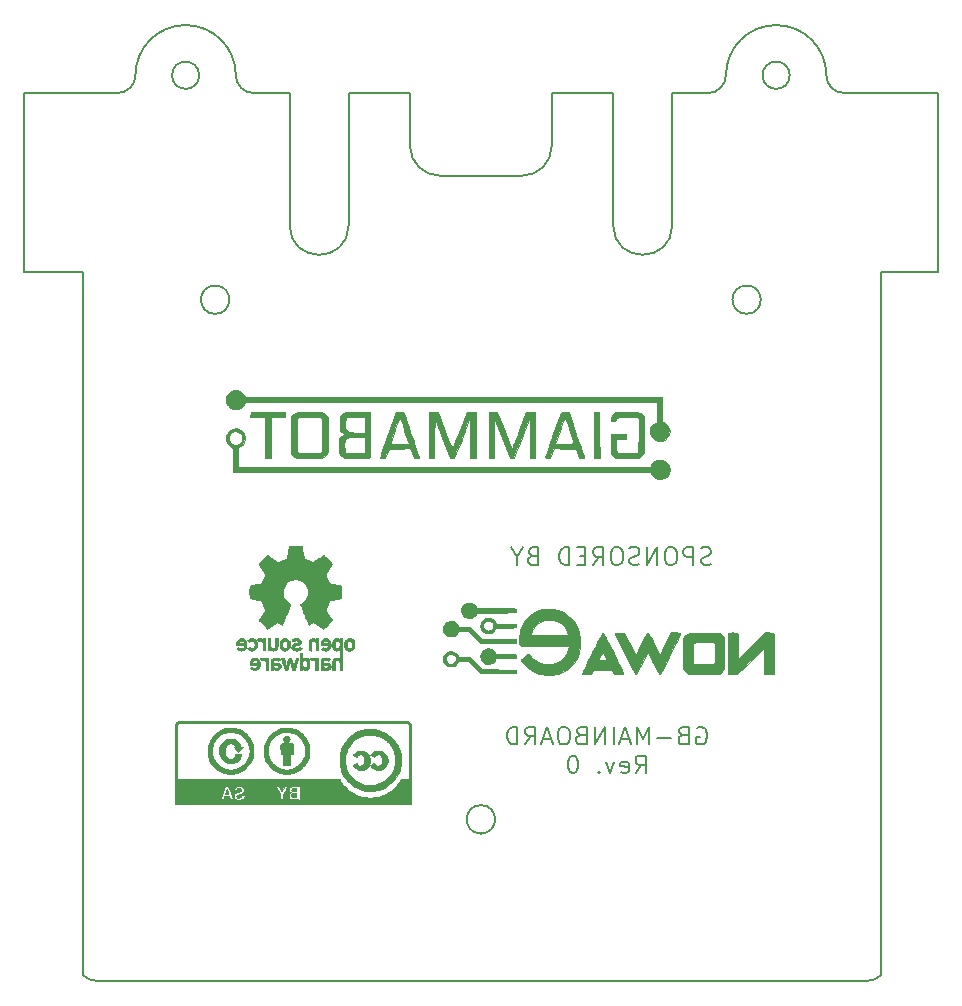
<source format=gbo>
%TF.GenerationSoftware,KiCad,Pcbnew,(5.1.6-0-10_14)*%
%TF.CreationDate,2021-04-08T13:38:14+02:00*%
%TF.ProjectId,gb-mainboard,67622d6d-6169-46e6-926f-6172642e6b69,rev?*%
%TF.SameCoordinates,Original*%
%TF.FileFunction,Legend,Bot*%
%TF.FilePolarity,Positive*%
%FSLAX46Y46*%
G04 Gerber Fmt 4.6, Leading zero omitted, Abs format (unit mm)*
G04 Created by KiCad (PCBNEW (5.1.6-0-10_14)) date 2021-04-08 13:38:14*
%MOMM*%
%LPD*%
G01*
G04 APERTURE LIST*
%ADD10C,0.200000*%
%TA.AperFunction,Profile*%
%ADD11C,0.150000*%
%TD*%
%ADD12C,0.010000*%
G04 APERTURE END LIST*
D10*
X147117142Y-113655000D02*
X147260000Y-113583571D01*
X147474285Y-113583571D01*
X147688571Y-113655000D01*
X147831428Y-113797857D01*
X147902857Y-113940714D01*
X147974285Y-114226428D01*
X147974285Y-114440714D01*
X147902857Y-114726428D01*
X147831428Y-114869285D01*
X147688571Y-115012142D01*
X147474285Y-115083571D01*
X147331428Y-115083571D01*
X147117142Y-115012142D01*
X147045714Y-114940714D01*
X147045714Y-114440714D01*
X147331428Y-114440714D01*
X145902857Y-114297857D02*
X145688571Y-114369285D01*
X145617142Y-114440714D01*
X145545714Y-114583571D01*
X145545714Y-114797857D01*
X145617142Y-114940714D01*
X145688571Y-115012142D01*
X145831428Y-115083571D01*
X146402857Y-115083571D01*
X146402857Y-113583571D01*
X145902857Y-113583571D01*
X145760000Y-113655000D01*
X145688571Y-113726428D01*
X145617142Y-113869285D01*
X145617142Y-114012142D01*
X145688571Y-114155000D01*
X145760000Y-114226428D01*
X145902857Y-114297857D01*
X146402857Y-114297857D01*
X144902857Y-114512142D02*
X143760000Y-114512142D01*
X143045714Y-115083571D02*
X143045714Y-113583571D01*
X142545714Y-114655000D01*
X142045714Y-113583571D01*
X142045714Y-115083571D01*
X141402857Y-114655000D02*
X140688571Y-114655000D01*
X141545714Y-115083571D02*
X141045714Y-113583571D01*
X140545714Y-115083571D01*
X140045714Y-115083571D02*
X140045714Y-113583571D01*
X139331428Y-115083571D02*
X139331428Y-113583571D01*
X138474285Y-115083571D01*
X138474285Y-113583571D01*
X137260000Y-114297857D02*
X137045714Y-114369285D01*
X136974285Y-114440714D01*
X136902857Y-114583571D01*
X136902857Y-114797857D01*
X136974285Y-114940714D01*
X137045714Y-115012142D01*
X137188571Y-115083571D01*
X137760000Y-115083571D01*
X137760000Y-113583571D01*
X137260000Y-113583571D01*
X137117142Y-113655000D01*
X137045714Y-113726428D01*
X136974285Y-113869285D01*
X136974285Y-114012142D01*
X137045714Y-114155000D01*
X137117142Y-114226428D01*
X137260000Y-114297857D01*
X137760000Y-114297857D01*
X135974285Y-113583571D02*
X135688571Y-113583571D01*
X135545714Y-113655000D01*
X135402857Y-113797857D01*
X135331428Y-114083571D01*
X135331428Y-114583571D01*
X135402857Y-114869285D01*
X135545714Y-115012142D01*
X135688571Y-115083571D01*
X135974285Y-115083571D01*
X136117142Y-115012142D01*
X136260000Y-114869285D01*
X136331428Y-114583571D01*
X136331428Y-114083571D01*
X136260000Y-113797857D01*
X136117142Y-113655000D01*
X135974285Y-113583571D01*
X134760000Y-114655000D02*
X134045714Y-114655000D01*
X134902857Y-115083571D02*
X134402857Y-113583571D01*
X133902857Y-115083571D01*
X132545714Y-115083571D02*
X133045714Y-114369285D01*
X133402857Y-115083571D02*
X133402857Y-113583571D01*
X132831428Y-113583571D01*
X132688571Y-113655000D01*
X132617142Y-113726428D01*
X132545714Y-113869285D01*
X132545714Y-114083571D01*
X132617142Y-114226428D01*
X132688571Y-114297857D01*
X132831428Y-114369285D01*
X133402857Y-114369285D01*
X131902857Y-115083571D02*
X131902857Y-113583571D01*
X131545714Y-113583571D01*
X131331428Y-113655000D01*
X131188571Y-113797857D01*
X131117142Y-113940714D01*
X131045714Y-114226428D01*
X131045714Y-114440714D01*
X131117142Y-114726428D01*
X131188571Y-114869285D01*
X131331428Y-115012142D01*
X131545714Y-115083571D01*
X131902857Y-115083571D01*
X141902857Y-117533571D02*
X142402857Y-116819285D01*
X142760000Y-117533571D02*
X142760000Y-116033571D01*
X142188571Y-116033571D01*
X142045714Y-116105000D01*
X141974285Y-116176428D01*
X141902857Y-116319285D01*
X141902857Y-116533571D01*
X141974285Y-116676428D01*
X142045714Y-116747857D01*
X142188571Y-116819285D01*
X142760000Y-116819285D01*
X140688571Y-117462142D02*
X140831428Y-117533571D01*
X141117142Y-117533571D01*
X141260000Y-117462142D01*
X141331428Y-117319285D01*
X141331428Y-116747857D01*
X141260000Y-116605000D01*
X141117142Y-116533571D01*
X140831428Y-116533571D01*
X140688571Y-116605000D01*
X140617142Y-116747857D01*
X140617142Y-116890714D01*
X141331428Y-117033571D01*
X140117142Y-116533571D02*
X139760000Y-117533571D01*
X139402857Y-116533571D01*
X138831428Y-117390714D02*
X138760000Y-117462142D01*
X138831428Y-117533571D01*
X138902857Y-117462142D01*
X138831428Y-117390714D01*
X138831428Y-117533571D01*
X136688571Y-116033571D02*
X136545714Y-116033571D01*
X136402857Y-116105000D01*
X136331428Y-116176428D01*
X136260000Y-116319285D01*
X136188571Y-116605000D01*
X136188571Y-116962142D01*
X136260000Y-117247857D01*
X136331428Y-117390714D01*
X136402857Y-117462142D01*
X136545714Y-117533571D01*
X136688571Y-117533571D01*
X136831428Y-117462142D01*
X136902857Y-117390714D01*
X136974285Y-117247857D01*
X137045714Y-116962142D01*
X137045714Y-116605000D01*
X136974285Y-116319285D01*
X136902857Y-116176428D01*
X136831428Y-116105000D01*
X136688571Y-116033571D01*
X148302857Y-99837142D02*
X148088571Y-99908571D01*
X147731428Y-99908571D01*
X147588571Y-99837142D01*
X147517142Y-99765714D01*
X147445714Y-99622857D01*
X147445714Y-99480000D01*
X147517142Y-99337142D01*
X147588571Y-99265714D01*
X147731428Y-99194285D01*
X148017142Y-99122857D01*
X148160000Y-99051428D01*
X148231428Y-98980000D01*
X148302857Y-98837142D01*
X148302857Y-98694285D01*
X148231428Y-98551428D01*
X148160000Y-98480000D01*
X148017142Y-98408571D01*
X147660000Y-98408571D01*
X147445714Y-98480000D01*
X146802857Y-99908571D02*
X146802857Y-98408571D01*
X146231428Y-98408571D01*
X146088571Y-98480000D01*
X146017142Y-98551428D01*
X145945714Y-98694285D01*
X145945714Y-98908571D01*
X146017142Y-99051428D01*
X146088571Y-99122857D01*
X146231428Y-99194285D01*
X146802857Y-99194285D01*
X145017142Y-98408571D02*
X144731428Y-98408571D01*
X144588571Y-98480000D01*
X144445714Y-98622857D01*
X144374285Y-98908571D01*
X144374285Y-99408571D01*
X144445714Y-99694285D01*
X144588571Y-99837142D01*
X144731428Y-99908571D01*
X145017142Y-99908571D01*
X145160000Y-99837142D01*
X145302857Y-99694285D01*
X145374285Y-99408571D01*
X145374285Y-98908571D01*
X145302857Y-98622857D01*
X145160000Y-98480000D01*
X145017142Y-98408571D01*
X143731428Y-99908571D02*
X143731428Y-98408571D01*
X142874285Y-99908571D01*
X142874285Y-98408571D01*
X142231428Y-99837142D02*
X142017142Y-99908571D01*
X141660000Y-99908571D01*
X141517142Y-99837142D01*
X141445714Y-99765714D01*
X141374285Y-99622857D01*
X141374285Y-99480000D01*
X141445714Y-99337142D01*
X141517142Y-99265714D01*
X141660000Y-99194285D01*
X141945714Y-99122857D01*
X142088571Y-99051428D01*
X142160000Y-98980000D01*
X142231428Y-98837142D01*
X142231428Y-98694285D01*
X142160000Y-98551428D01*
X142088571Y-98480000D01*
X141945714Y-98408571D01*
X141588571Y-98408571D01*
X141374285Y-98480000D01*
X140445714Y-98408571D02*
X140160000Y-98408571D01*
X140017142Y-98480000D01*
X139874285Y-98622857D01*
X139802857Y-98908571D01*
X139802857Y-99408571D01*
X139874285Y-99694285D01*
X140017142Y-99837142D01*
X140160000Y-99908571D01*
X140445714Y-99908571D01*
X140588571Y-99837142D01*
X140731428Y-99694285D01*
X140802857Y-99408571D01*
X140802857Y-98908571D01*
X140731428Y-98622857D01*
X140588571Y-98480000D01*
X140445714Y-98408571D01*
X138302857Y-99908571D02*
X138802857Y-99194285D01*
X139160000Y-99908571D02*
X139160000Y-98408571D01*
X138588571Y-98408571D01*
X138445714Y-98480000D01*
X138374285Y-98551428D01*
X138302857Y-98694285D01*
X138302857Y-98908571D01*
X138374285Y-99051428D01*
X138445714Y-99122857D01*
X138588571Y-99194285D01*
X139160000Y-99194285D01*
X137660000Y-99122857D02*
X137160000Y-99122857D01*
X136945714Y-99908571D02*
X137660000Y-99908571D01*
X137660000Y-98408571D01*
X136945714Y-98408571D01*
X136302857Y-99908571D02*
X136302857Y-98408571D01*
X135945714Y-98408571D01*
X135731428Y-98480000D01*
X135588571Y-98622857D01*
X135517142Y-98765714D01*
X135445714Y-99051428D01*
X135445714Y-99265714D01*
X135517142Y-99551428D01*
X135588571Y-99694285D01*
X135731428Y-99837142D01*
X135945714Y-99908571D01*
X136302857Y-99908571D01*
X133160000Y-99122857D02*
X132945714Y-99194285D01*
X132874285Y-99265714D01*
X132802857Y-99408571D01*
X132802857Y-99622857D01*
X132874285Y-99765714D01*
X132945714Y-99837142D01*
X133088571Y-99908571D01*
X133660000Y-99908571D01*
X133660000Y-98408571D01*
X133160000Y-98408571D01*
X133017142Y-98480000D01*
X132945714Y-98551428D01*
X132874285Y-98694285D01*
X132874285Y-98837142D01*
X132945714Y-98980000D01*
X133017142Y-99051428D01*
X133160000Y-99122857D01*
X133660000Y-99122857D01*
X131874285Y-99194285D02*
X131874285Y-99908571D01*
X132374285Y-98408571D02*
X131874285Y-99194285D01*
X131374285Y-98408571D01*
D11*
X154959999Y-58430000D02*
G75*
G02*
X152659999Y-58430000I-1150000J0D01*
G01*
X152659999Y-58430000D02*
G75*
G02*
X154959999Y-58430000I1150000J0D01*
G01*
X102660000Y-58430000D02*
G75*
G02*
X104960000Y-58430000I1150000J0D01*
G01*
X104960000Y-58430000D02*
G75*
G02*
X102660000Y-58430000I-1150000J0D01*
G01*
X106310000Y-78630000D02*
G75*
G02*
X106310000Y-76230000I0J1200000D01*
G01*
X106310000Y-76230000D02*
G75*
G02*
X106310000Y-78630000I0J-1200000D01*
G01*
X151309999Y-78630000D02*
G75*
G02*
X151309999Y-76230000I0J1200000D01*
G01*
X151309999Y-76230000D02*
G75*
G02*
X151309999Y-78630000I0J-1200000D01*
G01*
X128809999Y-122630000D02*
X128809999Y-122630000D01*
X128809999Y-122630000D02*
G75*
G02*
X128809999Y-120230000I0J1200000D01*
G01*
X128809999Y-120230000D02*
G75*
G02*
X128809999Y-122630000I0J-1200000D01*
G01*
X167509999Y-59930000D02*
X167509999Y-75130000D01*
X159559999Y-59930000D02*
X167509999Y-59930000D01*
X159559999Y-59930000D02*
G75*
G02*
X158059999Y-58430000I547J1500547D01*
G01*
X153809997Y-54180000D02*
G75*
G02*
X158059999Y-58430000I-1549J-4251551D01*
G01*
X149559998Y-58433101D02*
G75*
G02*
X153809999Y-54180000I4251551J1550D01*
G01*
X149559998Y-58429999D02*
G75*
G02*
X148059999Y-59930000I-1500547J546D01*
G01*
X145009999Y-59930000D02*
X148059999Y-59930000D01*
X145009999Y-71130000D02*
X145009999Y-59930000D01*
X145009999Y-71130000D02*
G75*
G02*
X140009999Y-71130000I-2500000J0D01*
G01*
X140009999Y-59930000D02*
X140009999Y-71130000D01*
X134809999Y-59930000D02*
X140009999Y-59930000D01*
X134809999Y-64430000D02*
X134809999Y-59930000D01*
X134809998Y-64430000D02*
G75*
G02*
X132309999Y-66930000I-2509490J9490D01*
G01*
X125309999Y-66930000D02*
X132309999Y-66930000D01*
X125309999Y-66930001D02*
G75*
G02*
X122809999Y-64430000I9491J2509491D01*
G01*
X122809999Y-59930000D02*
X122809999Y-64430000D01*
X117610000Y-59930000D02*
X122809999Y-59930000D01*
X117610000Y-71130000D02*
X117610000Y-59930000D01*
X117610001Y-71130000D02*
G75*
G02*
X112609999Y-71130000I-2500001J0D01*
G01*
X112609999Y-59930000D02*
X112609999Y-71130000D01*
X109560000Y-59930000D02*
X112609999Y-59930000D01*
X109560000Y-59930000D02*
G75*
G02*
X108060000Y-58430000I547J1500547D01*
G01*
X103809998Y-54180000D02*
G75*
G02*
X108060000Y-58430000I-1549J-4251551D01*
G01*
X99559999Y-58430001D02*
G75*
G02*
X103810000Y-54180000I4251551J-1550D01*
G01*
X99559999Y-58429999D02*
G75*
G02*
X98060000Y-59930000I-1500547J546D01*
G01*
X95110000Y-134630000D02*
X95110000Y-75120000D01*
X96433000Y-135130000D02*
G75*
G02*
X95110000Y-134630000I-1315J1996850D01*
G01*
X161387000Y-135130001D02*
X96433000Y-135130000D01*
X162710000Y-134630000D02*
G75*
G02*
X161387000Y-135130001I-1321686J1496849D01*
G01*
X162710000Y-75130000D02*
X162710000Y-134630000D01*
X167509999Y-75130000D02*
X162710000Y-75130000D01*
X90110000Y-59930000D02*
X98060000Y-59930000D01*
X90110000Y-75130000D02*
X90110000Y-59930000D01*
X95110000Y-75120000D02*
X90110000Y-75130000D01*
D12*
%TO.C,G\u002A\u002A\u002A*%
G36*
X134191398Y-103641002D02*
G01*
X134053750Y-103660572D01*
X133728162Y-103739689D01*
X133417980Y-103865687D01*
X133128471Y-104034398D01*
X132864897Y-104241653D01*
X132632525Y-104483282D01*
X132436620Y-104755116D01*
X132282445Y-105052986D01*
X132275943Y-105068446D01*
X132205189Y-105250101D01*
X132152657Y-105416223D01*
X132115456Y-105581448D01*
X132090695Y-105760414D01*
X132075481Y-105967755D01*
X132069721Y-106112267D01*
X132056119Y-106549964D01*
X132229227Y-106728566D01*
X136257403Y-106728566D01*
X136239202Y-106839170D01*
X136170995Y-107113648D01*
X136062089Y-107371565D01*
X135917339Y-107607665D01*
X135741596Y-107816688D01*
X135539714Y-107993378D01*
X135316544Y-108132477D01*
X135076940Y-108228725D01*
X134923924Y-108264295D01*
X134721673Y-108285881D01*
X134500162Y-108288435D01*
X134277386Y-108273086D01*
X134071342Y-108240962D01*
X133923627Y-108201590D01*
X133685903Y-108102000D01*
X133459161Y-107971272D01*
X133254940Y-107817599D01*
X133084779Y-107649175D01*
X133009176Y-107552202D01*
X132959308Y-107499790D01*
X132891485Y-107473506D01*
X132842000Y-107466444D01*
X132792348Y-107463024D01*
X132750682Y-107467631D01*
X132707415Y-107485526D01*
X132652960Y-107521968D01*
X132577733Y-107582218D01*
X132479262Y-107665472D01*
X132381545Y-107749060D01*
X132296375Y-107822581D01*
X132232691Y-107878276D01*
X132199432Y-107908381D01*
X132198881Y-107908924D01*
X132187810Y-107933336D01*
X132197924Y-107972091D01*
X132233144Y-108034040D01*
X132293419Y-108122428D01*
X132515792Y-108396520D01*
X132766421Y-108628809D01*
X133046697Y-108820039D01*
X133358012Y-108970955D01*
X133701759Y-109082304D01*
X134079331Y-109154828D01*
X134259852Y-109174927D01*
X134380113Y-109184989D01*
X134483374Y-109192545D01*
X134557276Y-109196758D01*
X134587254Y-109197133D01*
X134630259Y-109193186D01*
X134709964Y-109185641D01*
X134811265Y-109175931D01*
X134841768Y-109172987D01*
X135213035Y-109113006D01*
X135559322Y-109008685D01*
X135878591Y-108862405D01*
X136168799Y-108676548D01*
X136427907Y-108453497D01*
X136653872Y-108195634D01*
X136844656Y-107905340D01*
X136998217Y-107584997D01*
X137112513Y-107236988D01*
X137185506Y-106863694D01*
X137215153Y-106467497D01*
X137215738Y-106402081D01*
X137192553Y-106005190D01*
X137158620Y-105817705D01*
X136232446Y-105817705D01*
X134629112Y-105817705D01*
X134294583Y-105817559D01*
X134008532Y-105817065D01*
X133767386Y-105816145D01*
X133567574Y-105814715D01*
X133405526Y-105812697D01*
X133277670Y-105810008D01*
X133180434Y-105806568D01*
X133110247Y-105802297D01*
X133063538Y-105797112D01*
X133036736Y-105790935D01*
X133026269Y-105783682D01*
X133025779Y-105781409D01*
X133036163Y-105717771D01*
X133063560Y-105622931D01*
X133102337Y-105512553D01*
X133146863Y-105402299D01*
X133191504Y-105307834D01*
X133204716Y-105283806D01*
X133359555Y-105066725D01*
X133555683Y-104876746D01*
X133787408Y-104718563D01*
X134027725Y-104604927D01*
X134124184Y-104571438D01*
X134217758Y-104548775D01*
X134324953Y-104534150D01*
X134462273Y-104524774D01*
X134516454Y-104522380D01*
X134776118Y-104522685D01*
X134999971Y-104548641D01*
X135199296Y-104603741D01*
X135385379Y-104691477D01*
X135569504Y-104815341D01*
X135637230Y-104869241D01*
X135778783Y-105004873D01*
X135915226Y-105169889D01*
X136037572Y-105350654D01*
X136136835Y-105533534D01*
X136204029Y-105704895D01*
X136215200Y-105746137D01*
X136232446Y-105817705D01*
X137158620Y-105817705D01*
X137124763Y-105630641D01*
X137015012Y-105280729D01*
X136865943Y-104957746D01*
X136680203Y-104663984D01*
X136460434Y-104401736D01*
X136209281Y-104173296D01*
X135929389Y-103980956D01*
X135623403Y-103827009D01*
X135293966Y-103713747D01*
X134943723Y-103643463D01*
X134575319Y-103618451D01*
X134191398Y-103641002D01*
G37*
X134191398Y-103641002D02*
X134053750Y-103660572D01*
X133728162Y-103739689D01*
X133417980Y-103865687D01*
X133128471Y-104034398D01*
X132864897Y-104241653D01*
X132632525Y-104483282D01*
X132436620Y-104755116D01*
X132282445Y-105052986D01*
X132275943Y-105068446D01*
X132205189Y-105250101D01*
X132152657Y-105416223D01*
X132115456Y-105581448D01*
X132090695Y-105760414D01*
X132075481Y-105967755D01*
X132069721Y-106112267D01*
X132056119Y-106549964D01*
X132229227Y-106728566D01*
X136257403Y-106728566D01*
X136239202Y-106839170D01*
X136170995Y-107113648D01*
X136062089Y-107371565D01*
X135917339Y-107607665D01*
X135741596Y-107816688D01*
X135539714Y-107993378D01*
X135316544Y-108132477D01*
X135076940Y-108228725D01*
X134923924Y-108264295D01*
X134721673Y-108285881D01*
X134500162Y-108288435D01*
X134277386Y-108273086D01*
X134071342Y-108240962D01*
X133923627Y-108201590D01*
X133685903Y-108102000D01*
X133459161Y-107971272D01*
X133254940Y-107817599D01*
X133084779Y-107649175D01*
X133009176Y-107552202D01*
X132959308Y-107499790D01*
X132891485Y-107473506D01*
X132842000Y-107466444D01*
X132792348Y-107463024D01*
X132750682Y-107467631D01*
X132707415Y-107485526D01*
X132652960Y-107521968D01*
X132577733Y-107582218D01*
X132479262Y-107665472D01*
X132381545Y-107749060D01*
X132296375Y-107822581D01*
X132232691Y-107878276D01*
X132199432Y-107908381D01*
X132198881Y-107908924D01*
X132187810Y-107933336D01*
X132197924Y-107972091D01*
X132233144Y-108034040D01*
X132293419Y-108122428D01*
X132515792Y-108396520D01*
X132766421Y-108628809D01*
X133046697Y-108820039D01*
X133358012Y-108970955D01*
X133701759Y-109082304D01*
X134079331Y-109154828D01*
X134259852Y-109174927D01*
X134380113Y-109184989D01*
X134483374Y-109192545D01*
X134557276Y-109196758D01*
X134587254Y-109197133D01*
X134630259Y-109193186D01*
X134709964Y-109185641D01*
X134811265Y-109175931D01*
X134841768Y-109172987D01*
X135213035Y-109113006D01*
X135559322Y-109008685D01*
X135878591Y-108862405D01*
X136168799Y-108676548D01*
X136427907Y-108453497D01*
X136653872Y-108195634D01*
X136844656Y-107905340D01*
X136998217Y-107584997D01*
X137112513Y-107236988D01*
X137185506Y-106863694D01*
X137215153Y-106467497D01*
X137215738Y-106402081D01*
X137192553Y-106005190D01*
X137158620Y-105817705D01*
X136232446Y-105817705D01*
X134629112Y-105817705D01*
X134294583Y-105817559D01*
X134008532Y-105817065D01*
X133767386Y-105816145D01*
X133567574Y-105814715D01*
X133405526Y-105812697D01*
X133277670Y-105810008D01*
X133180434Y-105806568D01*
X133110247Y-105802297D01*
X133063538Y-105797112D01*
X133036736Y-105790935D01*
X133026269Y-105783682D01*
X133025779Y-105781409D01*
X133036163Y-105717771D01*
X133063560Y-105622931D01*
X133102337Y-105512553D01*
X133146863Y-105402299D01*
X133191504Y-105307834D01*
X133204716Y-105283806D01*
X133359555Y-105066725D01*
X133555683Y-104876746D01*
X133787408Y-104718563D01*
X134027725Y-104604927D01*
X134124184Y-104571438D01*
X134217758Y-104548775D01*
X134324953Y-104534150D01*
X134462273Y-104524774D01*
X134516454Y-104522380D01*
X134776118Y-104522685D01*
X134999971Y-104548641D01*
X135199296Y-104603741D01*
X135385379Y-104691477D01*
X135569504Y-104815341D01*
X135637230Y-104869241D01*
X135778783Y-105004873D01*
X135915226Y-105169889D01*
X136037572Y-105350654D01*
X136136835Y-105533534D01*
X136204029Y-105704895D01*
X136215200Y-105746137D01*
X136232446Y-105817705D01*
X137158620Y-105817705D01*
X137124763Y-105630641D01*
X137015012Y-105280729D01*
X136865943Y-104957746D01*
X136680203Y-104663984D01*
X136460434Y-104401736D01*
X136209281Y-104173296D01*
X135929389Y-103980956D01*
X135623403Y-103827009D01*
X135293966Y-103713747D01*
X134943723Y-103643463D01*
X134575319Y-103618451D01*
X134191398Y-103641002D01*
G36*
X151705038Y-106747973D02*
G01*
X150566352Y-107886438D01*
X150566352Y-106791044D01*
X150566240Y-106522796D01*
X150565768Y-106301798D01*
X150564735Y-106123249D01*
X150562943Y-105982349D01*
X150560188Y-105874298D01*
X150556272Y-105794296D01*
X150550994Y-105737543D01*
X150544152Y-105699240D01*
X150535546Y-105674586D01*
X150524975Y-105658781D01*
X150518760Y-105652579D01*
X150489038Y-105633906D01*
X150442483Y-105621338D01*
X150369811Y-105613804D01*
X150261736Y-105610232D01*
X150145437Y-105609508D01*
X150006561Y-105610416D01*
X149910187Y-105613961D01*
X149846787Y-105621371D01*
X149806833Y-105633877D01*
X149780795Y-105652707D01*
X149776636Y-105657100D01*
X149767969Y-105670199D01*
X149760538Y-105691427D01*
X149754250Y-105724569D01*
X149749010Y-105773410D01*
X149744725Y-105841734D01*
X149741302Y-105933324D01*
X149738646Y-106051966D01*
X149736663Y-106201443D01*
X149735261Y-106385540D01*
X149734345Y-106608041D01*
X149733821Y-106872729D01*
X149733596Y-107183390D01*
X149733566Y-107395543D01*
X149733803Y-107755241D01*
X149734549Y-108065725D01*
X149735856Y-108329828D01*
X149737774Y-108550381D01*
X149740355Y-108730219D01*
X149743650Y-108872174D01*
X149747712Y-108979079D01*
X149752590Y-109053767D01*
X149758337Y-109099070D01*
X149764795Y-109117623D01*
X149803965Y-109132167D01*
X149889078Y-109142092D01*
X150022268Y-109147565D01*
X150161559Y-109148853D01*
X150527094Y-109148853D01*
X151652768Y-108023401D01*
X152778443Y-106897950D01*
X152778443Y-107992172D01*
X152778847Y-108279851D01*
X152780123Y-108518848D01*
X152782363Y-108712527D01*
X152785661Y-108864249D01*
X152790110Y-108977377D01*
X152795803Y-109055272D01*
X152802834Y-109101297D01*
X152809672Y-109117623D01*
X152848779Y-109131016D01*
X152927738Y-109140884D01*
X153034472Y-109147227D01*
X153156901Y-109150046D01*
X153282950Y-109149339D01*
X153400539Y-109145108D01*
X153497591Y-109137352D01*
X153562029Y-109126072D01*
X153580000Y-109117623D01*
X153586549Y-109085584D01*
X153592396Y-109006803D01*
X153597539Y-108886585D01*
X153601978Y-108730232D01*
X153605715Y-108543049D01*
X153608748Y-108330337D01*
X153611078Y-108097401D01*
X153612705Y-107849544D01*
X153613629Y-107592070D01*
X153613849Y-107330281D01*
X153613367Y-107069480D01*
X153612181Y-106814972D01*
X153610291Y-106572060D01*
X153607699Y-106346046D01*
X153604404Y-106142235D01*
X153600405Y-105965929D01*
X153595703Y-105822433D01*
X153590298Y-105717048D01*
X153584189Y-105655079D01*
X153580000Y-105640738D01*
X153539686Y-105625867D01*
X153452244Y-105615842D01*
X153315903Y-105610518D01*
X153196247Y-105609508D01*
X152843723Y-105609508D01*
X151705038Y-106747973D01*
G37*
X151705038Y-106747973D02*
X150566352Y-107886438D01*
X150566352Y-106791044D01*
X150566240Y-106522796D01*
X150565768Y-106301798D01*
X150564735Y-106123249D01*
X150562943Y-105982349D01*
X150560188Y-105874298D01*
X150556272Y-105794296D01*
X150550994Y-105737543D01*
X150544152Y-105699240D01*
X150535546Y-105674586D01*
X150524975Y-105658781D01*
X150518760Y-105652579D01*
X150489038Y-105633906D01*
X150442483Y-105621338D01*
X150369811Y-105613804D01*
X150261736Y-105610232D01*
X150145437Y-105609508D01*
X150006561Y-105610416D01*
X149910187Y-105613961D01*
X149846787Y-105621371D01*
X149806833Y-105633877D01*
X149780795Y-105652707D01*
X149776636Y-105657100D01*
X149767969Y-105670199D01*
X149760538Y-105691427D01*
X149754250Y-105724569D01*
X149749010Y-105773410D01*
X149744725Y-105841734D01*
X149741302Y-105933324D01*
X149738646Y-106051966D01*
X149736663Y-106201443D01*
X149735261Y-106385540D01*
X149734345Y-106608041D01*
X149733821Y-106872729D01*
X149733596Y-107183390D01*
X149733566Y-107395543D01*
X149733803Y-107755241D01*
X149734549Y-108065725D01*
X149735856Y-108329828D01*
X149737774Y-108550381D01*
X149740355Y-108730219D01*
X149743650Y-108872174D01*
X149747712Y-108979079D01*
X149752590Y-109053767D01*
X149758337Y-109099070D01*
X149764795Y-109117623D01*
X149803965Y-109132167D01*
X149889078Y-109142092D01*
X150022268Y-109147565D01*
X150161559Y-109148853D01*
X150527094Y-109148853D01*
X151652768Y-108023401D01*
X152778443Y-106897950D01*
X152778443Y-107992172D01*
X152778847Y-108279851D01*
X152780123Y-108518848D01*
X152782363Y-108712527D01*
X152785661Y-108864249D01*
X152790110Y-108977377D01*
X152795803Y-109055272D01*
X152802834Y-109101297D01*
X152809672Y-109117623D01*
X152848779Y-109131016D01*
X152927738Y-109140884D01*
X153034472Y-109147227D01*
X153156901Y-109150046D01*
X153282950Y-109149339D01*
X153400539Y-109145108D01*
X153497591Y-109137352D01*
X153562029Y-109126072D01*
X153580000Y-109117623D01*
X153586549Y-109085584D01*
X153592396Y-109006803D01*
X153597539Y-108886585D01*
X153601978Y-108730232D01*
X153605715Y-108543049D01*
X153608748Y-108330337D01*
X153611078Y-108097401D01*
X153612705Y-107849544D01*
X153613629Y-107592070D01*
X153613849Y-107330281D01*
X153613367Y-107069480D01*
X153612181Y-106814972D01*
X153610291Y-106572060D01*
X153607699Y-106346046D01*
X153604404Y-106142235D01*
X153600405Y-105965929D01*
X153595703Y-105822433D01*
X153590298Y-105717048D01*
X153584189Y-105655079D01*
X153580000Y-105640738D01*
X153539686Y-105625867D01*
X153452244Y-105615842D01*
X153315903Y-105610518D01*
X153196247Y-105609508D01*
X152843723Y-105609508D01*
X151705038Y-106747973D01*
G36*
X146920797Y-105613986D02*
G01*
X146740431Y-105617545D01*
X146606852Y-105622928D01*
X146518750Y-105630156D01*
X146489481Y-105634866D01*
X146318694Y-105697018D01*
X146164035Y-105800551D01*
X146046825Y-105927414D01*
X146011954Y-105977150D01*
X145982875Y-106023219D01*
X145959063Y-106070695D01*
X145939992Y-106124653D01*
X145925135Y-106190167D01*
X145913966Y-106272311D01*
X145905960Y-106376162D01*
X145900589Y-106506792D01*
X145897327Y-106669277D01*
X145895649Y-106868692D01*
X145895028Y-107110110D01*
X145894938Y-107392193D01*
X145895065Y-107668286D01*
X145895577Y-107897392D01*
X145896671Y-108084569D01*
X145898545Y-108234878D01*
X145901394Y-108353379D01*
X145905417Y-108445133D01*
X145910810Y-108515200D01*
X145917771Y-108568639D01*
X145926495Y-108610513D01*
X145937182Y-108645880D01*
X145944536Y-108665871D01*
X146024622Y-108812971D01*
X146140807Y-108948266D01*
X146277598Y-109055129D01*
X146337357Y-109087480D01*
X146467479Y-109148344D01*
X147664611Y-109146765D01*
X147958029Y-109146103D01*
X148203800Y-109144870D01*
X148406323Y-109142936D01*
X148569999Y-109140170D01*
X148699227Y-109136439D01*
X148798408Y-109131614D01*
X148871941Y-109125561D01*
X148924226Y-109118152D01*
X148959663Y-109109254D01*
X148963080Y-109108047D01*
X149111594Y-109028512D01*
X149244381Y-108909631D01*
X149347800Y-108764068D01*
X149360943Y-108738675D01*
X149434283Y-108589324D01*
X149434283Y-107678238D01*
X148611237Y-107678238D01*
X148610299Y-107835801D01*
X148608247Y-107964620D01*
X148605164Y-108056877D01*
X148601220Y-108104270D01*
X148570556Y-108186167D01*
X148522880Y-108253912D01*
X148460727Y-108316066D01*
X146900879Y-108316066D01*
X146820808Y-108248691D01*
X146740738Y-108181316D01*
X146740738Y-107395670D01*
X146740922Y-107161164D01*
X146742082Y-106973108D01*
X146745127Y-106825901D01*
X146750967Y-106713943D01*
X146760512Y-106631634D01*
X146774673Y-106573374D01*
X146794360Y-106533563D01*
X146820482Y-106506601D01*
X146853949Y-106486888D01*
X146891041Y-106470741D01*
X146935086Y-106460793D01*
X147014994Y-106453445D01*
X147134111Y-106448603D01*
X147295784Y-106446171D01*
X147503358Y-106446056D01*
X147711299Y-106447636D01*
X148457256Y-106455307D01*
X148601496Y-106599541D01*
X148609451Y-107308162D01*
X148610981Y-107499752D01*
X148611237Y-107678238D01*
X149434283Y-107678238D01*
X149434283Y-107405205D01*
X149434160Y-107124051D01*
X149433669Y-106889993D01*
X149432623Y-106698079D01*
X149430836Y-106543356D01*
X149428123Y-106420870D01*
X149424298Y-106325671D01*
X149419175Y-106252803D01*
X149412568Y-106197317D01*
X149404291Y-106154257D01*
X149394158Y-106118672D01*
X149385061Y-106093472D01*
X149296247Y-105931990D01*
X149166681Y-105792217D01*
X149019541Y-105692066D01*
X148887766Y-105622521D01*
X147755697Y-105614036D01*
X147427121Y-105612253D01*
X147149258Y-105612229D01*
X146920797Y-105613986D01*
G37*
X146920797Y-105613986D02*
X146740431Y-105617545D01*
X146606852Y-105622928D01*
X146518750Y-105630156D01*
X146489481Y-105634866D01*
X146318694Y-105697018D01*
X146164035Y-105800551D01*
X146046825Y-105927414D01*
X146011954Y-105977150D01*
X145982875Y-106023219D01*
X145959063Y-106070695D01*
X145939992Y-106124653D01*
X145925135Y-106190167D01*
X145913966Y-106272311D01*
X145905960Y-106376162D01*
X145900589Y-106506792D01*
X145897327Y-106669277D01*
X145895649Y-106868692D01*
X145895028Y-107110110D01*
X145894938Y-107392193D01*
X145895065Y-107668286D01*
X145895577Y-107897392D01*
X145896671Y-108084569D01*
X145898545Y-108234878D01*
X145901394Y-108353379D01*
X145905417Y-108445133D01*
X145910810Y-108515200D01*
X145917771Y-108568639D01*
X145926495Y-108610513D01*
X145937182Y-108645880D01*
X145944536Y-108665871D01*
X146024622Y-108812971D01*
X146140807Y-108948266D01*
X146277598Y-109055129D01*
X146337357Y-109087480D01*
X146467479Y-109148344D01*
X147664611Y-109146765D01*
X147958029Y-109146103D01*
X148203800Y-109144870D01*
X148406323Y-109142936D01*
X148569999Y-109140170D01*
X148699227Y-109136439D01*
X148798408Y-109131614D01*
X148871941Y-109125561D01*
X148924226Y-109118152D01*
X148959663Y-109109254D01*
X148963080Y-109108047D01*
X149111594Y-109028512D01*
X149244381Y-108909631D01*
X149347800Y-108764068D01*
X149360943Y-108738675D01*
X149434283Y-108589324D01*
X149434283Y-107678238D01*
X148611237Y-107678238D01*
X148610299Y-107835801D01*
X148608247Y-107964620D01*
X148605164Y-108056877D01*
X148601220Y-108104270D01*
X148570556Y-108186167D01*
X148522880Y-108253912D01*
X148460727Y-108316066D01*
X146900879Y-108316066D01*
X146820808Y-108248691D01*
X146740738Y-108181316D01*
X146740738Y-107395670D01*
X146740922Y-107161164D01*
X146742082Y-106973108D01*
X146745127Y-106825901D01*
X146750967Y-106713943D01*
X146760512Y-106631634D01*
X146774673Y-106573374D01*
X146794360Y-106533563D01*
X146820482Y-106506601D01*
X146853949Y-106486888D01*
X146891041Y-106470741D01*
X146935086Y-106460793D01*
X147014994Y-106453445D01*
X147134111Y-106448603D01*
X147295784Y-106446171D01*
X147503358Y-106446056D01*
X147711299Y-106447636D01*
X148457256Y-106455307D01*
X148601496Y-106599541D01*
X148609451Y-107308162D01*
X148610981Y-107499752D01*
X148611237Y-107678238D01*
X149434283Y-107678238D01*
X149434283Y-107405205D01*
X149434160Y-107124051D01*
X149433669Y-106889993D01*
X149432623Y-106698079D01*
X149430836Y-106543356D01*
X149428123Y-106420870D01*
X149424298Y-106325671D01*
X149419175Y-106252803D01*
X149412568Y-106197317D01*
X149404291Y-106154257D01*
X149394158Y-106118672D01*
X149385061Y-106093472D01*
X149296247Y-105931990D01*
X149166681Y-105792217D01*
X149019541Y-105692066D01*
X148887766Y-105622521D01*
X147755697Y-105614036D01*
X147427121Y-105612253D01*
X147149258Y-105612229D01*
X146920797Y-105613986D01*
G36*
X139107453Y-105663092D02*
G01*
X139092325Y-105669795D01*
X139074748Y-105684815D01*
X139053015Y-105711299D01*
X139025420Y-105752396D01*
X138990254Y-105811254D01*
X138945813Y-105891020D01*
X138890388Y-105994843D01*
X138822273Y-106125871D01*
X138739761Y-106287252D01*
X138641145Y-106482135D01*
X138524719Y-106713666D01*
X138388775Y-106984995D01*
X138231607Y-107299269D01*
X138204660Y-107353180D01*
X138040016Y-107683009D01*
X137897564Y-107969383D01*
X137775919Y-108215249D01*
X137673694Y-108423555D01*
X137589505Y-108597249D01*
X137521964Y-108739278D01*
X137469687Y-108852588D01*
X137431287Y-108940128D01*
X137405378Y-109004845D01*
X137390575Y-109049686D01*
X137385491Y-109077599D01*
X137387842Y-109090321D01*
X137405487Y-109108572D01*
X137437269Y-109121688D01*
X137491486Y-109130750D01*
X137576432Y-109136841D01*
X137700404Y-109141044D01*
X137791669Y-109143008D01*
X138166823Y-109150176D01*
X138250566Y-108980355D01*
X138334309Y-108810533D01*
X139922781Y-108810533D01*
X140006198Y-108979693D01*
X140089614Y-109148853D01*
X140460469Y-109148853D01*
X140607202Y-109148339D01*
X140710422Y-109146066D01*
X140778663Y-109140938D01*
X140820457Y-109131856D01*
X140844337Y-109117725D01*
X140858727Y-109097650D01*
X140860990Y-109081615D01*
X140855462Y-109052743D01*
X140840724Y-109008014D01*
X140815356Y-108944405D01*
X140777941Y-108858896D01*
X140727058Y-108748465D01*
X140661289Y-108610091D01*
X140579216Y-108440753D01*
X140479418Y-108237429D01*
X140360478Y-107997098D01*
X140350849Y-107977746D01*
X139505673Y-107977746D01*
X138750841Y-107977746D01*
X138936133Y-107606896D01*
X138999205Y-107480887D01*
X139053643Y-107372556D01*
X139095427Y-107289867D01*
X139120537Y-107240786D01*
X139125985Y-107230709D01*
X139138468Y-107250882D01*
X139170064Y-107310083D01*
X139216817Y-107400680D01*
X139274776Y-107515041D01*
X139318108Y-107601559D01*
X139505673Y-107977746D01*
X140350849Y-107977746D01*
X140220976Y-107716739D01*
X140059493Y-107393331D01*
X140039829Y-107354002D01*
X139879032Y-107032569D01*
X139739739Y-106754576D01*
X139620242Y-106516877D01*
X139518835Y-106316325D01*
X139433811Y-106149774D01*
X139363462Y-106014076D01*
X139306083Y-105906084D01*
X139259966Y-105822651D01*
X139223404Y-105760632D01*
X139194691Y-105716878D01*
X139172119Y-105688244D01*
X139153982Y-105671581D01*
X139138573Y-105663745D01*
X139124185Y-105661586D01*
X139121839Y-105661557D01*
X139107453Y-105663092D01*
G37*
X139107453Y-105663092D02*
X139092325Y-105669795D01*
X139074748Y-105684815D01*
X139053015Y-105711299D01*
X139025420Y-105752396D01*
X138990254Y-105811254D01*
X138945813Y-105891020D01*
X138890388Y-105994843D01*
X138822273Y-106125871D01*
X138739761Y-106287252D01*
X138641145Y-106482135D01*
X138524719Y-106713666D01*
X138388775Y-106984995D01*
X138231607Y-107299269D01*
X138204660Y-107353180D01*
X138040016Y-107683009D01*
X137897564Y-107969383D01*
X137775919Y-108215249D01*
X137673694Y-108423555D01*
X137589505Y-108597249D01*
X137521964Y-108739278D01*
X137469687Y-108852588D01*
X137431287Y-108940128D01*
X137405378Y-109004845D01*
X137390575Y-109049686D01*
X137385491Y-109077599D01*
X137387842Y-109090321D01*
X137405487Y-109108572D01*
X137437269Y-109121688D01*
X137491486Y-109130750D01*
X137576432Y-109136841D01*
X137700404Y-109141044D01*
X137791669Y-109143008D01*
X138166823Y-109150176D01*
X138250566Y-108980355D01*
X138334309Y-108810533D01*
X139922781Y-108810533D01*
X140006198Y-108979693D01*
X140089614Y-109148853D01*
X140460469Y-109148853D01*
X140607202Y-109148339D01*
X140710422Y-109146066D01*
X140778663Y-109140938D01*
X140820457Y-109131856D01*
X140844337Y-109117725D01*
X140858727Y-109097650D01*
X140860990Y-109081615D01*
X140855462Y-109052743D01*
X140840724Y-109008014D01*
X140815356Y-108944405D01*
X140777941Y-108858896D01*
X140727058Y-108748465D01*
X140661289Y-108610091D01*
X140579216Y-108440753D01*
X140479418Y-108237429D01*
X140360478Y-107997098D01*
X140350849Y-107977746D01*
X139505673Y-107977746D01*
X138750841Y-107977746D01*
X138936133Y-107606896D01*
X138999205Y-107480887D01*
X139053643Y-107372556D01*
X139095427Y-107289867D01*
X139120537Y-107240786D01*
X139125985Y-107230709D01*
X139138468Y-107250882D01*
X139170064Y-107310083D01*
X139216817Y-107400680D01*
X139274776Y-107515041D01*
X139318108Y-107601559D01*
X139505673Y-107977746D01*
X140350849Y-107977746D01*
X140220976Y-107716739D01*
X140059493Y-107393331D01*
X140039829Y-107354002D01*
X139879032Y-107032569D01*
X139739739Y-106754576D01*
X139620242Y-106516877D01*
X139518835Y-106316325D01*
X139433811Y-106149774D01*
X139363462Y-106014076D01*
X139306083Y-105906084D01*
X139259966Y-105822651D01*
X139223404Y-105760632D01*
X139194691Y-105716878D01*
X139172119Y-105688244D01*
X139153982Y-105671581D01*
X139138573Y-105663745D01*
X139124185Y-105661586D01*
X139121839Y-105661557D01*
X139107453Y-105663092D01*
G36*
X144434319Y-106578902D02*
G01*
X143949484Y-107548295D01*
X143478013Y-106604926D01*
X143360877Y-106370730D01*
X143264494Y-106178895D01*
X143186400Y-106025195D01*
X143124135Y-105905407D01*
X143075233Y-105815306D01*
X143037234Y-105750667D01*
X143007673Y-105707268D01*
X142984088Y-105680882D01*
X142964015Y-105667286D01*
X142944993Y-105662255D01*
X142928013Y-105661557D01*
X142907904Y-105662660D01*
X142888833Y-105668795D01*
X142868325Y-105684203D01*
X142843909Y-105713123D01*
X142813111Y-105759795D01*
X142773459Y-105828460D01*
X142722480Y-105923356D01*
X142657702Y-106048726D01*
X142576651Y-106208807D01*
X142476854Y-106407841D01*
X142381619Y-106598443D01*
X141913754Y-107535328D01*
X141432010Y-106578924D01*
X140950266Y-105622521D01*
X140579184Y-105615298D01*
X140433521Y-105612723D01*
X140331333Y-105612400D01*
X140264056Y-105615492D01*
X140223128Y-105623163D01*
X140199984Y-105636576D01*
X140186062Y-105656896D01*
X140180105Y-105669524D01*
X140176755Y-105685320D01*
X140179174Y-105709631D01*
X140188845Y-105745634D01*
X140207250Y-105796507D01*
X140235873Y-105865427D01*
X140276196Y-105955572D01*
X140329701Y-106070121D01*
X140397872Y-106212249D01*
X140482191Y-106385135D01*
X140584142Y-106591957D01*
X140705206Y-106835892D01*
X140846867Y-107120117D01*
X141000150Y-107426900D01*
X141161658Y-107749682D01*
X141301695Y-108028964D01*
X141421942Y-108267865D01*
X141524077Y-108469503D01*
X141609779Y-108636998D01*
X141680728Y-108773466D01*
X141738602Y-108882028D01*
X141785081Y-108965800D01*
X141821843Y-109027903D01*
X141850568Y-109071454D01*
X141872935Y-109099571D01*
X141890622Y-109115374D01*
X141905309Y-109121981D01*
X141913262Y-109122828D01*
X141930993Y-109119749D01*
X141950275Y-109107738D01*
X141973475Y-109082630D01*
X142002959Y-109040263D01*
X142041092Y-108976472D01*
X142090240Y-108887095D01*
X142152770Y-108767969D01*
X142231047Y-108614929D01*
X142327438Y-108423813D01*
X142444307Y-108190456D01*
X142453116Y-108172834D01*
X142927900Y-107222839D01*
X143403036Y-108172834D01*
X143521488Y-108409244D01*
X143619288Y-108603133D01*
X143698800Y-108758662D01*
X143762392Y-108879991D01*
X143812428Y-108971283D01*
X143851275Y-109036699D01*
X143881297Y-109080399D01*
X143904861Y-109106545D01*
X143924333Y-109119298D01*
X143942078Y-109122819D01*
X143943125Y-109122828D01*
X143956818Y-109120168D01*
X143972545Y-109110109D01*
X143991984Y-109089533D01*
X144016814Y-109055324D01*
X144048713Y-109004362D01*
X144089359Y-108933530D01*
X144140431Y-108839711D01*
X144203607Y-108719787D01*
X144280566Y-108570640D01*
X144372986Y-108389151D01*
X144482546Y-108172205D01*
X144610923Y-107916681D01*
X144759797Y-107619464D01*
X144856120Y-107426900D01*
X145018664Y-107101552D01*
X145159204Y-106819490D01*
X145279217Y-106577549D01*
X145380183Y-106372563D01*
X145463578Y-106201367D01*
X145530881Y-106060797D01*
X145583571Y-105947687D01*
X145623125Y-105858872D01*
X145651022Y-105791187D01*
X145668739Y-105741467D01*
X145677755Y-105706546D01*
X145679548Y-105683260D01*
X145676492Y-105670240D01*
X145663625Y-105646231D01*
X145644887Y-105629563D01*
X145611628Y-105618897D01*
X145555197Y-105612895D01*
X145466944Y-105610218D01*
X145338219Y-105609528D01*
X145283987Y-105609508D01*
X144919153Y-105609508D01*
X144434319Y-106578902D01*
G37*
X144434319Y-106578902D02*
X143949484Y-107548295D01*
X143478013Y-106604926D01*
X143360877Y-106370730D01*
X143264494Y-106178895D01*
X143186400Y-106025195D01*
X143124135Y-105905407D01*
X143075233Y-105815306D01*
X143037234Y-105750667D01*
X143007673Y-105707268D01*
X142984088Y-105680882D01*
X142964015Y-105667286D01*
X142944993Y-105662255D01*
X142928013Y-105661557D01*
X142907904Y-105662660D01*
X142888833Y-105668795D01*
X142868325Y-105684203D01*
X142843909Y-105713123D01*
X142813111Y-105759795D01*
X142773459Y-105828460D01*
X142722480Y-105923356D01*
X142657702Y-106048726D01*
X142576651Y-106208807D01*
X142476854Y-106407841D01*
X142381619Y-106598443D01*
X141913754Y-107535328D01*
X141432010Y-106578924D01*
X140950266Y-105622521D01*
X140579184Y-105615298D01*
X140433521Y-105612723D01*
X140331333Y-105612400D01*
X140264056Y-105615492D01*
X140223128Y-105623163D01*
X140199984Y-105636576D01*
X140186062Y-105656896D01*
X140180105Y-105669524D01*
X140176755Y-105685320D01*
X140179174Y-105709631D01*
X140188845Y-105745634D01*
X140207250Y-105796507D01*
X140235873Y-105865427D01*
X140276196Y-105955572D01*
X140329701Y-106070121D01*
X140397872Y-106212249D01*
X140482191Y-106385135D01*
X140584142Y-106591957D01*
X140705206Y-106835892D01*
X140846867Y-107120117D01*
X141000150Y-107426900D01*
X141161658Y-107749682D01*
X141301695Y-108028964D01*
X141421942Y-108267865D01*
X141524077Y-108469503D01*
X141609779Y-108636998D01*
X141680728Y-108773466D01*
X141738602Y-108882028D01*
X141785081Y-108965800D01*
X141821843Y-109027903D01*
X141850568Y-109071454D01*
X141872935Y-109099571D01*
X141890622Y-109115374D01*
X141905309Y-109121981D01*
X141913262Y-109122828D01*
X141930993Y-109119749D01*
X141950275Y-109107738D01*
X141973475Y-109082630D01*
X142002959Y-109040263D01*
X142041092Y-108976472D01*
X142090240Y-108887095D01*
X142152770Y-108767969D01*
X142231047Y-108614929D01*
X142327438Y-108423813D01*
X142444307Y-108190456D01*
X142453116Y-108172834D01*
X142927900Y-107222839D01*
X143403036Y-108172834D01*
X143521488Y-108409244D01*
X143619288Y-108603133D01*
X143698800Y-108758662D01*
X143762392Y-108879991D01*
X143812428Y-108971283D01*
X143851275Y-109036699D01*
X143881297Y-109080399D01*
X143904861Y-109106545D01*
X143924333Y-109119298D01*
X143942078Y-109122819D01*
X143943125Y-109122828D01*
X143956818Y-109120168D01*
X143972545Y-109110109D01*
X143991984Y-109089533D01*
X144016814Y-109055324D01*
X144048713Y-109004362D01*
X144089359Y-108933530D01*
X144140431Y-108839711D01*
X144203607Y-108719787D01*
X144280566Y-108570640D01*
X144372986Y-108389151D01*
X144482546Y-108172205D01*
X144610923Y-107916681D01*
X144759797Y-107619464D01*
X144856120Y-107426900D01*
X145018664Y-107101552D01*
X145159204Y-106819490D01*
X145279217Y-106577549D01*
X145380183Y-106372563D01*
X145463578Y-106201367D01*
X145530881Y-106060797D01*
X145583571Y-105947687D01*
X145623125Y-105858872D01*
X145651022Y-105791187D01*
X145668739Y-105741467D01*
X145677755Y-105706546D01*
X145679548Y-105683260D01*
X145676492Y-105670240D01*
X145663625Y-105646231D01*
X145644887Y-105629563D01*
X145611628Y-105618897D01*
X145555197Y-105612895D01*
X145466944Y-105610218D01*
X145338219Y-105609528D01*
X145283987Y-105609508D01*
X144919153Y-105609508D01*
X144434319Y-106578902D01*
G36*
X126122963Y-107208901D02*
G01*
X125991246Y-107247621D01*
X125873543Y-107320029D01*
X125814763Y-107370749D01*
X125706584Y-107492040D01*
X125641072Y-107619501D01*
X125612926Y-107766901D01*
X125612921Y-107894906D01*
X125644973Y-108078578D01*
X125719221Y-108232144D01*
X125836585Y-108357203D01*
X125906700Y-108406464D01*
X125974620Y-108445478D01*
X126034444Y-108468988D01*
X126103433Y-108480847D01*
X126198848Y-108484912D01*
X126259385Y-108485225D01*
X126373761Y-108483534D01*
X126453437Y-108475887D01*
X126515724Y-108458421D01*
X126577927Y-108427275D01*
X126612758Y-108406381D01*
X126743051Y-108298162D01*
X126818914Y-108192548D01*
X126896988Y-108057559D01*
X127326644Y-108056690D01*
X127756300Y-108055820D01*
X128263279Y-108563299D01*
X128770258Y-109070779D01*
X130245544Y-109070779D01*
X130564445Y-109070636D01*
X130835241Y-109070140D01*
X131061878Y-109069188D01*
X131248299Y-109067678D01*
X131398451Y-109065509D01*
X131516277Y-109062578D01*
X131605722Y-109058783D01*
X131670731Y-109054022D01*
X131715247Y-109048193D01*
X131743216Y-109041194D01*
X131758583Y-109032922D01*
X131760022Y-109031588D01*
X131812216Y-108951937D01*
X131812712Y-108870204D01*
X131783047Y-108813912D01*
X131731954Y-108745471D01*
X128928070Y-108732001D01*
X128405548Y-108211738D01*
X128022777Y-107830622D01*
X126692431Y-107830622D01*
X126678881Y-107961472D01*
X126621345Y-108085415D01*
X126589923Y-108125768D01*
X126471404Y-108227557D01*
X126339724Y-108280916D01*
X126199961Y-108284526D01*
X126094681Y-108254543D01*
X125991273Y-108186811D01*
X125902689Y-108083226D01*
X125842506Y-107959969D01*
X125839566Y-107950549D01*
X125825648Y-107821780D01*
X125855708Y-107698239D01*
X125921742Y-107587820D01*
X126015748Y-107498418D01*
X126129722Y-107437929D01*
X126255662Y-107414247D01*
X126367789Y-107429445D01*
X126499673Y-107492278D01*
X126599776Y-107586461D01*
X126665045Y-107702431D01*
X126692431Y-107830622D01*
X128022777Y-107830622D01*
X127883025Y-107691475D01*
X126912436Y-107691475D01*
X126863381Y-107580579D01*
X126769304Y-107427979D01*
X126641125Y-107309887D01*
X126486863Y-107231618D01*
X126314540Y-107198484D01*
X126285410Y-107197725D01*
X126122963Y-107208901D01*
G37*
X126122963Y-107208901D02*
X125991246Y-107247621D01*
X125873543Y-107320029D01*
X125814763Y-107370749D01*
X125706584Y-107492040D01*
X125641072Y-107619501D01*
X125612926Y-107766901D01*
X125612921Y-107894906D01*
X125644973Y-108078578D01*
X125719221Y-108232144D01*
X125836585Y-108357203D01*
X125906700Y-108406464D01*
X125974620Y-108445478D01*
X126034444Y-108468988D01*
X126103433Y-108480847D01*
X126198848Y-108484912D01*
X126259385Y-108485225D01*
X126373761Y-108483534D01*
X126453437Y-108475887D01*
X126515724Y-108458421D01*
X126577927Y-108427275D01*
X126612758Y-108406381D01*
X126743051Y-108298162D01*
X126818914Y-108192548D01*
X126896988Y-108057559D01*
X127326644Y-108056690D01*
X127756300Y-108055820D01*
X128263279Y-108563299D01*
X128770258Y-109070779D01*
X130245544Y-109070779D01*
X130564445Y-109070636D01*
X130835241Y-109070140D01*
X131061878Y-109069188D01*
X131248299Y-109067678D01*
X131398451Y-109065509D01*
X131516277Y-109062578D01*
X131605722Y-109058783D01*
X131670731Y-109054022D01*
X131715247Y-109048193D01*
X131743216Y-109041194D01*
X131758583Y-109032922D01*
X131760022Y-109031588D01*
X131812216Y-108951937D01*
X131812712Y-108870204D01*
X131783047Y-108813912D01*
X131731954Y-108745471D01*
X128928070Y-108732001D01*
X128405548Y-108211738D01*
X128022777Y-107830622D01*
X126692431Y-107830622D01*
X126678881Y-107961472D01*
X126621345Y-108085415D01*
X126589923Y-108125768D01*
X126471404Y-108227557D01*
X126339724Y-108280916D01*
X126199961Y-108284526D01*
X126094681Y-108254543D01*
X125991273Y-108186811D01*
X125902689Y-108083226D01*
X125842506Y-107959969D01*
X125839566Y-107950549D01*
X125825648Y-107821780D01*
X125855708Y-107698239D01*
X125921742Y-107587820D01*
X126015748Y-107498418D01*
X126129722Y-107437929D01*
X126255662Y-107414247D01*
X126367789Y-107429445D01*
X126499673Y-107492278D01*
X126599776Y-107586461D01*
X126665045Y-107702431D01*
X126692431Y-107830622D01*
X128022777Y-107830622D01*
X127883025Y-107691475D01*
X126912436Y-107691475D01*
X126863381Y-107580579D01*
X126769304Y-107427979D01*
X126641125Y-107309887D01*
X126486863Y-107231618D01*
X126314540Y-107198484D01*
X126285410Y-107197725D01*
X126122963Y-107208901D01*
G36*
X129230988Y-106991866D02*
G01*
X129079729Y-107050484D01*
X128969873Y-107127056D01*
X128868992Y-107254739D01*
X128803867Y-107409293D01*
X128776387Y-107578067D01*
X128788438Y-107748407D01*
X128841909Y-107907664D01*
X128850844Y-107924779D01*
X128957881Y-108075229D01*
X129091659Y-108181340D01*
X129253434Y-108243830D01*
X129440055Y-108263445D01*
X129581016Y-108251537D01*
X129698071Y-108219630D01*
X129707643Y-108215463D01*
X129799917Y-108157564D01*
X129895018Y-108072657D01*
X129977505Y-107976821D01*
X130031937Y-107886136D01*
X130037385Y-107872114D01*
X130063350Y-107797631D01*
X130893054Y-107790096D01*
X131125280Y-107787751D01*
X131310978Y-107785170D01*
X131455669Y-107782027D01*
X131564873Y-107777993D01*
X131644112Y-107772741D01*
X131698907Y-107765944D01*
X131734778Y-107757275D01*
X131757246Y-107746405D01*
X131767027Y-107738258D01*
X131805391Y-107666975D01*
X131807881Y-107581521D01*
X131775786Y-107504165D01*
X131752028Y-107479223D01*
X131732130Y-107465735D01*
X131705601Y-107455027D01*
X131666679Y-107446781D01*
X131609597Y-107440680D01*
X131528592Y-107436406D01*
X131417900Y-107433643D01*
X131271754Y-107432070D01*
X131084392Y-107431373D01*
X130881095Y-107431230D01*
X130069431Y-107431230D01*
X130038806Y-107346537D01*
X129985926Y-107252003D01*
X129900760Y-107153226D01*
X129799017Y-107066103D01*
X129707643Y-107011422D01*
X129561035Y-106969813D01*
X129396786Y-106964135D01*
X129230988Y-106991866D01*
G37*
X129230988Y-106991866D02*
X129079729Y-107050484D01*
X128969873Y-107127056D01*
X128868992Y-107254739D01*
X128803867Y-107409293D01*
X128776387Y-107578067D01*
X128788438Y-107748407D01*
X128841909Y-107907664D01*
X128850844Y-107924779D01*
X128957881Y-108075229D01*
X129091659Y-108181340D01*
X129253434Y-108243830D01*
X129440055Y-108263445D01*
X129581016Y-108251537D01*
X129698071Y-108219630D01*
X129707643Y-108215463D01*
X129799917Y-108157564D01*
X129895018Y-108072657D01*
X129977505Y-107976821D01*
X130031937Y-107886136D01*
X130037385Y-107872114D01*
X130063350Y-107797631D01*
X130893054Y-107790096D01*
X131125280Y-107787751D01*
X131310978Y-107785170D01*
X131455669Y-107782027D01*
X131564873Y-107777993D01*
X131644112Y-107772741D01*
X131698907Y-107765944D01*
X131734778Y-107757275D01*
X131757246Y-107746405D01*
X131767027Y-107738258D01*
X131805391Y-107666975D01*
X131807881Y-107581521D01*
X131775786Y-107504165D01*
X131752028Y-107479223D01*
X131732130Y-107465735D01*
X131705601Y-107455027D01*
X131666679Y-107446781D01*
X131609597Y-107440680D01*
X131528592Y-107436406D01*
X131417900Y-107433643D01*
X131271754Y-107432070D01*
X131084392Y-107431373D01*
X130881095Y-107431230D01*
X130069431Y-107431230D01*
X130038806Y-107346537D01*
X129985926Y-107252003D01*
X129900760Y-107153226D01*
X129799017Y-107066103D01*
X129707643Y-107011422D01*
X129561035Y-106969813D01*
X129396786Y-106964135D01*
X129230988Y-106991866D01*
G36*
X126161390Y-104637992D02*
G01*
X126008272Y-104680377D01*
X125868141Y-104759409D01*
X125749279Y-104875045D01*
X125680338Y-104983257D01*
X125629719Y-105124784D01*
X125607650Y-105281770D01*
X125615419Y-105434164D01*
X125644552Y-105540669D01*
X125733906Y-105690639D01*
X125858869Y-105809762D01*
X126010400Y-105893934D01*
X126179457Y-105939053D01*
X126356996Y-105941016D01*
X126473719Y-105916890D01*
X126576005Y-105867880D01*
X126684170Y-105787054D01*
X126781852Y-105689328D01*
X126852685Y-105589616D01*
X126867846Y-105557660D01*
X126909579Y-105453361D01*
X127730263Y-105453361D01*
X128250266Y-105973853D01*
X128770270Y-106494344D01*
X130243376Y-106494344D01*
X130557360Y-106494301D01*
X130823419Y-106494076D01*
X131045677Y-106493529D01*
X131228258Y-106492515D01*
X131375287Y-106490894D01*
X131490888Y-106488524D01*
X131579185Y-106485262D01*
X131644303Y-106480965D01*
X131690365Y-106475493D01*
X131721495Y-106468704D01*
X131741819Y-106460454D01*
X131755459Y-106450601D01*
X131763890Y-106441959D01*
X131801497Y-106371481D01*
X131809412Y-106290070D01*
X131787714Y-106218797D01*
X131762949Y-106191378D01*
X131743553Y-106183385D01*
X131706457Y-106176633D01*
X131647835Y-106171028D01*
X131563859Y-106166476D01*
X131450704Y-106162884D01*
X131304542Y-106160156D01*
X131121546Y-106158201D01*
X130897891Y-106156923D01*
X130629748Y-106156229D01*
X130321566Y-106156025D01*
X128928530Y-106156025D01*
X128405778Y-105635533D01*
X127883025Y-105115041D01*
X127390007Y-105113860D01*
X126896988Y-105112678D01*
X126831926Y-104977282D01*
X126738099Y-104835786D01*
X126615850Y-104731152D01*
X126473461Y-104663337D01*
X126319213Y-104632298D01*
X126161390Y-104637992D01*
G37*
X126161390Y-104637992D02*
X126008272Y-104680377D01*
X125868141Y-104759409D01*
X125749279Y-104875045D01*
X125680338Y-104983257D01*
X125629719Y-105124784D01*
X125607650Y-105281770D01*
X125615419Y-105434164D01*
X125644552Y-105540669D01*
X125733906Y-105690639D01*
X125858869Y-105809762D01*
X126010400Y-105893934D01*
X126179457Y-105939053D01*
X126356996Y-105941016D01*
X126473719Y-105916890D01*
X126576005Y-105867880D01*
X126684170Y-105787054D01*
X126781852Y-105689328D01*
X126852685Y-105589616D01*
X126867846Y-105557660D01*
X126909579Y-105453361D01*
X127730263Y-105453361D01*
X128250266Y-105973853D01*
X128770270Y-106494344D01*
X130243376Y-106494344D01*
X130557360Y-106494301D01*
X130823419Y-106494076D01*
X131045677Y-106493529D01*
X131228258Y-106492515D01*
X131375287Y-106490894D01*
X131490888Y-106488524D01*
X131579185Y-106485262D01*
X131644303Y-106480965D01*
X131690365Y-106475493D01*
X131721495Y-106468704D01*
X131741819Y-106460454D01*
X131755459Y-106450601D01*
X131763890Y-106441959D01*
X131801497Y-106371481D01*
X131809412Y-106290070D01*
X131787714Y-106218797D01*
X131762949Y-106191378D01*
X131743553Y-106183385D01*
X131706457Y-106176633D01*
X131647835Y-106171028D01*
X131563859Y-106166476D01*
X131450704Y-106162884D01*
X131304542Y-106160156D01*
X131121546Y-106158201D01*
X130897891Y-106156923D01*
X130629748Y-106156229D01*
X130321566Y-106156025D01*
X128928530Y-106156025D01*
X128405778Y-105635533D01*
X127883025Y-105115041D01*
X127390007Y-105113860D01*
X126896988Y-105112678D01*
X126831926Y-104977282D01*
X126738099Y-104835786D01*
X126615850Y-104731152D01*
X126473461Y-104663337D01*
X126319213Y-104632298D01*
X126161390Y-104637992D01*
G36*
X129239291Y-104400491D02*
G01*
X129083946Y-104468292D01*
X128949929Y-104573561D01*
X128846106Y-104713219D01*
X128816346Y-104774829D01*
X128784126Y-104900922D01*
X128777175Y-105049006D01*
X128795014Y-105195837D01*
X128827132Y-105297505D01*
X128922717Y-105454446D01*
X129051070Y-105571185D01*
X129210859Y-105646844D01*
X129400747Y-105680541D01*
X129408361Y-105680973D01*
X129521337Y-105681691D01*
X129610102Y-105666573D01*
X129701293Y-105630890D01*
X129707833Y-105627797D01*
X129845542Y-105539851D01*
X129958220Y-105424110D01*
X130032768Y-105294223D01*
X130035872Y-105285923D01*
X130069431Y-105193115D01*
X130892016Y-105193115D01*
X131132142Y-105192677D01*
X131325154Y-105191229D01*
X131475981Y-105188573D01*
X131589551Y-105184506D01*
X131670794Y-105178831D01*
X131724639Y-105171345D01*
X131756014Y-105161850D01*
X131762949Y-105157762D01*
X131801034Y-105101189D01*
X131804427Y-105069949D01*
X129864091Y-105069949D01*
X129833069Y-105194510D01*
X129765786Y-105301790D01*
X129669996Y-105385843D01*
X129553453Y-105440724D01*
X129423912Y-105460485D01*
X129289126Y-105439182D01*
X129226127Y-105413271D01*
X129127575Y-105338216D01*
X129048711Y-105230290D01*
X129000951Y-105108006D01*
X128991967Y-105033464D01*
X129015418Y-104906800D01*
X129078743Y-104785174D01*
X129171399Y-104686563D01*
X129211456Y-104659243D01*
X129347688Y-104606280D01*
X129484567Y-104600655D01*
X129613185Y-104638541D01*
X129724636Y-104716111D01*
X129810013Y-104829538D01*
X129851097Y-104934052D01*
X129864091Y-105069949D01*
X131804427Y-105069949D01*
X131809549Y-105022797D01*
X131788415Y-104943655D01*
X131763890Y-104907180D01*
X131748773Y-104892641D01*
X131728866Y-104881072D01*
X131698522Y-104872134D01*
X131652095Y-104865490D01*
X131583939Y-104860799D01*
X131488407Y-104857725D01*
X131359852Y-104855927D01*
X131192628Y-104855067D01*
X130981089Y-104854807D01*
X130890550Y-104854795D01*
X130064618Y-104854795D01*
X130049525Y-104794661D01*
X130003549Y-104694175D01*
X129921385Y-104590471D01*
X129815836Y-104497913D01*
X129744674Y-104452646D01*
X129578519Y-104389591D01*
X129407104Y-104373232D01*
X129239291Y-104400491D01*
G37*
X129239291Y-104400491D02*
X129083946Y-104468292D01*
X128949929Y-104573561D01*
X128846106Y-104713219D01*
X128816346Y-104774829D01*
X128784126Y-104900922D01*
X128777175Y-105049006D01*
X128795014Y-105195837D01*
X128827132Y-105297505D01*
X128922717Y-105454446D01*
X129051070Y-105571185D01*
X129210859Y-105646844D01*
X129400747Y-105680541D01*
X129408361Y-105680973D01*
X129521337Y-105681691D01*
X129610102Y-105666573D01*
X129701293Y-105630890D01*
X129707833Y-105627797D01*
X129845542Y-105539851D01*
X129958220Y-105424110D01*
X130032768Y-105294223D01*
X130035872Y-105285923D01*
X130069431Y-105193115D01*
X130892016Y-105193115D01*
X131132142Y-105192677D01*
X131325154Y-105191229D01*
X131475981Y-105188573D01*
X131589551Y-105184506D01*
X131670794Y-105178831D01*
X131724639Y-105171345D01*
X131756014Y-105161850D01*
X131762949Y-105157762D01*
X131801034Y-105101189D01*
X131804427Y-105069949D01*
X129864091Y-105069949D01*
X129833069Y-105194510D01*
X129765786Y-105301790D01*
X129669996Y-105385843D01*
X129553453Y-105440724D01*
X129423912Y-105460485D01*
X129289126Y-105439182D01*
X129226127Y-105413271D01*
X129127575Y-105338216D01*
X129048711Y-105230290D01*
X129000951Y-105108006D01*
X128991967Y-105033464D01*
X129015418Y-104906800D01*
X129078743Y-104785174D01*
X129171399Y-104686563D01*
X129211456Y-104659243D01*
X129347688Y-104606280D01*
X129484567Y-104600655D01*
X129613185Y-104638541D01*
X129724636Y-104716111D01*
X129810013Y-104829538D01*
X129851097Y-104934052D01*
X129864091Y-105069949D01*
X131804427Y-105069949D01*
X131809549Y-105022797D01*
X131788415Y-104943655D01*
X131763890Y-104907180D01*
X131748773Y-104892641D01*
X131728866Y-104881072D01*
X131698522Y-104872134D01*
X131652095Y-104865490D01*
X131583939Y-104860799D01*
X131488407Y-104857725D01*
X131359852Y-104855927D01*
X131192628Y-104855067D01*
X130981089Y-104854807D01*
X130890550Y-104854795D01*
X130064618Y-104854795D01*
X130049525Y-104794661D01*
X130003549Y-104694175D01*
X129921385Y-104590471D01*
X129815836Y-104497913D01*
X129744674Y-104452646D01*
X129578519Y-104389591D01*
X129407104Y-104373232D01*
X129239291Y-104400491D01*
G36*
X127636499Y-103101329D02*
G01*
X127582955Y-103115326D01*
X127437073Y-103184736D01*
X127316052Y-103292921D01*
X127224354Y-103430772D01*
X127166437Y-103589180D01*
X127146761Y-103759036D01*
X127169785Y-103931230D01*
X127174827Y-103948961D01*
X127225191Y-104054503D01*
X127307827Y-104164841D01*
X127407695Y-104263073D01*
X127509754Y-104332301D01*
X127520570Y-104337466D01*
X127655583Y-104376229D01*
X127812193Y-104386622D01*
X127968749Y-104369241D01*
X128103603Y-104324681D01*
X128110329Y-104321262D01*
X128251589Y-104222193D01*
X128362588Y-104092604D01*
X128410707Y-104002490D01*
X128446149Y-103917910D01*
X130069454Y-103917910D01*
X130401004Y-103917846D01*
X130684442Y-103917581D01*
X130923706Y-103917001D01*
X131122731Y-103915995D01*
X131285456Y-103914450D01*
X131415817Y-103912254D01*
X131517752Y-103909295D01*
X131595198Y-103905460D01*
X131652091Y-103900636D01*
X131692370Y-103894713D01*
X131719970Y-103887577D01*
X131738829Y-103879116D01*
X131752028Y-103869916D01*
X131798411Y-103802729D01*
X131810753Y-103717998D01*
X131787769Y-103637988D01*
X131767005Y-103610882D01*
X131754753Y-103601833D01*
X131734871Y-103594055D01*
X131703509Y-103587430D01*
X131656816Y-103581842D01*
X131590940Y-103577172D01*
X131502032Y-103573303D01*
X131386240Y-103570118D01*
X131239713Y-103567498D01*
X131058600Y-103565326D01*
X130839051Y-103563485D01*
X130577214Y-103561857D01*
X130269239Y-103560324D01*
X130084232Y-103559503D01*
X128445751Y-103552427D01*
X128380919Y-103424487D01*
X128281935Y-103283549D01*
X128149905Y-103177627D01*
X127992924Y-103109859D01*
X127819090Y-103083380D01*
X127636499Y-103101329D01*
G37*
X127636499Y-103101329D02*
X127582955Y-103115326D01*
X127437073Y-103184736D01*
X127316052Y-103292921D01*
X127224354Y-103430772D01*
X127166437Y-103589180D01*
X127146761Y-103759036D01*
X127169785Y-103931230D01*
X127174827Y-103948961D01*
X127225191Y-104054503D01*
X127307827Y-104164841D01*
X127407695Y-104263073D01*
X127509754Y-104332301D01*
X127520570Y-104337466D01*
X127655583Y-104376229D01*
X127812193Y-104386622D01*
X127968749Y-104369241D01*
X128103603Y-104324681D01*
X128110329Y-104321262D01*
X128251589Y-104222193D01*
X128362588Y-104092604D01*
X128410707Y-104002490D01*
X128446149Y-103917910D01*
X130069454Y-103917910D01*
X130401004Y-103917846D01*
X130684442Y-103917581D01*
X130923706Y-103917001D01*
X131122731Y-103915995D01*
X131285456Y-103914450D01*
X131415817Y-103912254D01*
X131517752Y-103909295D01*
X131595198Y-103905460D01*
X131652091Y-103900636D01*
X131692370Y-103894713D01*
X131719970Y-103887577D01*
X131738829Y-103879116D01*
X131752028Y-103869916D01*
X131798411Y-103802729D01*
X131810753Y-103717998D01*
X131787769Y-103637988D01*
X131767005Y-103610882D01*
X131754753Y-103601833D01*
X131734871Y-103594055D01*
X131703509Y-103587430D01*
X131656816Y-103581842D01*
X131590940Y-103577172D01*
X131502032Y-103573303D01*
X131386240Y-103570118D01*
X131239713Y-103567498D01*
X131058600Y-103565326D01*
X130839051Y-103563485D01*
X130577214Y-103561857D01*
X130269239Y-103560324D01*
X130084232Y-103559503D01*
X128445751Y-103552427D01*
X128380919Y-103424487D01*
X128281935Y-103283549D01*
X128149905Y-103177627D01*
X127992924Y-103109859D01*
X127819090Y-103083380D01*
X127636499Y-103101329D01*
G36*
X107430149Y-113111559D02*
G01*
X107124697Y-113111581D01*
X106834100Y-113111619D01*
X106557993Y-113111674D01*
X106296008Y-113111745D01*
X106047777Y-113111834D01*
X105812934Y-113111940D01*
X105591110Y-113112065D01*
X105381938Y-113112208D01*
X105185051Y-113112371D01*
X105000082Y-113112553D01*
X104826663Y-113112756D01*
X104664426Y-113112980D01*
X104513005Y-113113225D01*
X104372032Y-113113492D01*
X104241140Y-113113781D01*
X104119961Y-113114093D01*
X104008127Y-113114429D01*
X103905272Y-113114788D01*
X103811028Y-113115172D01*
X103725028Y-113115581D01*
X103646904Y-113116015D01*
X103576289Y-113116474D01*
X103512815Y-113116961D01*
X103456116Y-113117474D01*
X103405823Y-113118014D01*
X103361570Y-113118583D01*
X103322988Y-113119180D01*
X103289712Y-113119806D01*
X103261372Y-113120461D01*
X103237602Y-113121146D01*
X103218035Y-113121862D01*
X103202303Y-113122608D01*
X103190038Y-113123386D01*
X103180874Y-113124196D01*
X103174442Y-113125039D01*
X103170466Y-113125887D01*
X103090731Y-113159313D01*
X103019953Y-113210562D01*
X102958318Y-113279483D01*
X102931304Y-113320000D01*
X102910075Y-113355000D01*
X102910038Y-116757500D01*
X102910000Y-120160000D01*
X122859487Y-120160000D01*
X122874744Y-120130496D01*
X122876162Y-120126247D01*
X122877490Y-120118743D01*
X122878732Y-120107362D01*
X122879891Y-120091479D01*
X122880969Y-120070470D01*
X122881968Y-120043713D01*
X122882893Y-120010582D01*
X122883745Y-119970455D01*
X122884528Y-119922708D01*
X122885245Y-119866717D01*
X122885897Y-119801857D01*
X122886489Y-119727506D01*
X122887023Y-119643040D01*
X122887501Y-119547835D01*
X122887928Y-119441267D01*
X122888304Y-119322712D01*
X122888634Y-119191547D01*
X122888921Y-119047148D01*
X122889166Y-118888891D01*
X122889373Y-118716153D01*
X122889545Y-118528309D01*
X122889685Y-118324736D01*
X122889795Y-118104810D01*
X122889814Y-118050000D01*
X122750127Y-118050000D01*
X122022679Y-118050000D01*
X121965059Y-118147500D01*
X121834500Y-118349079D01*
X121689026Y-118537908D01*
X121529636Y-118713353D01*
X121357328Y-118874778D01*
X121173099Y-119021550D01*
X120977947Y-119153035D01*
X120772871Y-119268598D01*
X120558867Y-119367604D01*
X120336935Y-119449420D01*
X120108071Y-119513412D01*
X119873274Y-119558945D01*
X119713187Y-119578804D01*
X119646862Y-119583525D01*
X119566438Y-119586641D01*
X119477755Y-119588149D01*
X119386649Y-119588042D01*
X119298959Y-119586317D01*
X119220523Y-119582967D01*
X119170000Y-119579269D01*
X118935982Y-119547651D01*
X118704056Y-119496730D01*
X118476213Y-119427200D01*
X118254445Y-119339758D01*
X118040740Y-119235098D01*
X117974205Y-119195506D01*
X113460000Y-119195506D01*
X113460000Y-119751013D01*
X113132500Y-119748006D01*
X112805000Y-119745000D01*
X112716322Y-119700862D01*
X112650046Y-119665638D01*
X112600652Y-119633093D01*
X112565845Y-119600215D01*
X112543334Y-119563994D01*
X112530827Y-119521416D01*
X112526030Y-119469470D01*
X112525749Y-119450489D01*
X112532779Y-119363257D01*
X112553921Y-119288849D01*
X112588811Y-119227958D01*
X112637086Y-119181278D01*
X112679848Y-119156891D01*
X112705661Y-119144622D01*
X112715406Y-119136587D01*
X112711639Y-119129740D01*
X112705805Y-119125993D01*
X112647217Y-119081849D01*
X112605493Y-119027163D01*
X112580262Y-118961328D01*
X112572156Y-118907467D01*
X112574451Y-118836029D01*
X112593211Y-118773937D01*
X112629605Y-118717653D01*
X112638052Y-118707939D01*
X112658783Y-118685623D01*
X112676870Y-118669290D01*
X112696421Y-118657088D01*
X112721542Y-118647167D01*
X112756339Y-118637674D01*
X112804919Y-118626757D01*
X112830000Y-118621392D01*
X112857912Y-118618477D01*
X112905619Y-118617388D01*
X112973000Y-118618123D01*
X113059935Y-118620682D01*
X113165000Y-118625003D01*
X113238953Y-118628394D01*
X113306119Y-118631524D01*
X113363987Y-118634271D01*
X113410046Y-118636515D01*
X113441786Y-118638135D01*
X113456694Y-118639010D01*
X113457500Y-118639099D01*
X113457966Y-118648971D01*
X113458403Y-118677042D01*
X113458803Y-118721513D01*
X113459160Y-118780584D01*
X113459464Y-118852454D01*
X113459708Y-118935323D01*
X113459883Y-119027391D01*
X113459981Y-119126858D01*
X113460000Y-119195506D01*
X117974205Y-119195506D01*
X117837090Y-119113916D01*
X117835397Y-119112810D01*
X117744876Y-119052007D01*
X117664276Y-118993939D01*
X117588972Y-118934835D01*
X117514339Y-118870925D01*
X117435752Y-118798436D01*
X117361779Y-118726658D01*
X117256476Y-118615890D01*
X112450000Y-118615890D01*
X112445122Y-118625727D01*
X112431366Y-118650473D01*
X112410052Y-118687834D01*
X112382498Y-118735514D01*
X112350025Y-118791217D01*
X112313951Y-118852647D01*
X112313513Y-118853390D01*
X112273634Y-118921456D01*
X112233968Y-118989875D01*
X112196632Y-119054942D01*
X112163744Y-119112952D01*
X112137419Y-119160200D01*
X112123513Y-119185863D01*
X112070000Y-119286727D01*
X112070000Y-119730000D01*
X111820000Y-119730000D01*
X111820000Y-119389403D01*
X108822361Y-119389403D01*
X108815249Y-119436827D01*
X108797638Y-119509683D01*
X108767319Y-119572550D01*
X108722813Y-119626930D01*
X108662643Y-119674324D01*
X108585329Y-119716234D01*
X108510000Y-119746873D01*
X108482734Y-119756138D01*
X108457755Y-119762498D01*
X108430552Y-119766392D01*
X108396609Y-119768257D01*
X108351413Y-119768532D01*
X108295000Y-119767738D01*
X108145000Y-119765000D01*
X108066708Y-119727616D01*
X108050904Y-119719787D01*
X107836519Y-119719787D01*
X107831356Y-119724723D01*
X107817160Y-119727759D01*
X107790871Y-119729347D01*
X107749428Y-119729937D01*
X107717057Y-119730000D01*
X107592766Y-119730000D01*
X107503454Y-119485000D01*
X107297631Y-119482299D01*
X107091808Y-119479599D01*
X107075806Y-119522299D01*
X107064615Y-119552532D01*
X107049599Y-119593578D01*
X107033689Y-119637425D01*
X107030955Y-119645000D01*
X107002106Y-119725000D01*
X106750144Y-119730596D01*
X106783946Y-119637798D01*
X106795644Y-119605768D01*
X106812551Y-119559597D01*
X106833878Y-119501429D01*
X106858837Y-119433409D01*
X106886638Y-119357683D01*
X106916494Y-119276397D01*
X106947615Y-119191695D01*
X106979213Y-119105722D01*
X107010499Y-119020626D01*
X107040684Y-118938549D01*
X107068981Y-118861639D01*
X107094600Y-118792040D01*
X107116752Y-118731898D01*
X107134649Y-118683357D01*
X107147503Y-118648564D01*
X107154524Y-118629664D01*
X107155448Y-118627225D01*
X107159996Y-118620073D01*
X107169255Y-118615269D01*
X107186479Y-118612468D01*
X107214924Y-118611329D01*
X107257844Y-118611508D01*
X107297812Y-118612225D01*
X107433273Y-118615000D01*
X107631672Y-119155000D01*
X107668172Y-119254381D01*
X107702693Y-119348445D01*
X107734602Y-119435462D01*
X107763266Y-119513704D01*
X107788054Y-119581441D01*
X107808331Y-119636945D01*
X107823466Y-119678486D01*
X107832825Y-119704336D01*
X107835710Y-119712500D01*
X107836519Y-119719787D01*
X108050904Y-119719787D01*
X108014467Y-119701738D01*
X107976665Y-119679913D01*
X107949189Y-119658716D01*
X107927927Y-119634726D01*
X107908767Y-119604519D01*
X107900332Y-119589108D01*
X107882601Y-119553237D01*
X107872640Y-119523434D01*
X107868322Y-119490757D01*
X107867503Y-119451107D01*
X107874713Y-119367796D01*
X107896375Y-119297761D01*
X107933106Y-119239836D01*
X107985523Y-119192854D01*
X108013173Y-119175650D01*
X108047227Y-119158045D01*
X108076624Y-119145388D01*
X108095303Y-119140272D01*
X108095961Y-119140262D01*
X108117257Y-119137111D01*
X108152830Y-119128259D01*
X108198269Y-119115129D01*
X108249166Y-119099145D01*
X108301108Y-119081731D01*
X108349687Y-119064310D01*
X108390491Y-119048307D01*
X108415000Y-119037268D01*
X108461672Y-119012262D01*
X108492500Y-118990769D01*
X108510475Y-118969576D01*
X108518587Y-118945470D01*
X108520000Y-118924462D01*
X108517614Y-118896791D01*
X108507963Y-118874181D01*
X108487314Y-118848855D01*
X108480012Y-118841205D01*
X108440023Y-118800000D01*
X108200000Y-118800000D01*
X108160000Y-118840000D01*
X108137850Y-118865382D01*
X108123324Y-118888224D01*
X108120000Y-118899182D01*
X108118927Y-118920446D01*
X108113515Y-118934773D01*
X108100479Y-118943526D01*
X108076532Y-118948070D01*
X108038388Y-118949770D01*
X107997614Y-118950000D01*
X107887367Y-118950000D01*
X107892944Y-118908419D01*
X107900195Y-118879094D01*
X107914195Y-118840010D01*
X107932109Y-118798959D01*
X107934775Y-118793485D01*
X107967018Y-118738567D01*
X108005321Y-118695405D01*
X108054026Y-118660270D01*
X108117475Y-118629432D01*
X108133087Y-118623150D01*
X108166578Y-118610814D01*
X108195703Y-118602692D01*
X108226323Y-118597925D01*
X108264300Y-118595653D01*
X108315496Y-118595017D01*
X108325000Y-118595009D01*
X108445000Y-118595019D01*
X108536399Y-118642057D01*
X108594875Y-118675092D01*
X108638941Y-118708152D01*
X108673586Y-118746133D01*
X108703795Y-118793936D01*
X108717053Y-118819516D01*
X108730447Y-118849047D01*
X108738693Y-118875949D01*
X108743009Y-118906842D01*
X108744613Y-118948345D01*
X108744769Y-118970228D01*
X108744478Y-119015450D01*
X108742442Y-119046670D01*
X108737315Y-119069883D01*
X108727749Y-119091082D01*
X108712398Y-119116263D01*
X108711713Y-119117331D01*
X108678076Y-119156983D01*
X108625852Y-119200536D01*
X108555922Y-119247318D01*
X108494270Y-119283083D01*
X108477074Y-119288590D01*
X108444866Y-119295642D01*
X108402489Y-119303379D01*
X108354783Y-119310940D01*
X108306593Y-119317465D01*
X108289773Y-119319426D01*
X108233601Y-119331647D01*
X108185174Y-119353624D01*
X108147172Y-119382959D01*
X108122273Y-119417253D01*
X108113158Y-119454110D01*
X108115954Y-119475000D01*
X108135779Y-119525212D01*
X108163943Y-119559898D01*
X108202938Y-119580619D01*
X108255258Y-119588939D01*
X108296921Y-119588475D01*
X108362772Y-119579010D01*
X108420486Y-119557646D01*
X108451626Y-119540474D01*
X108474968Y-119521309D01*
X108496294Y-119494424D01*
X108516187Y-119462843D01*
X108556783Y-119395000D01*
X108689572Y-119392201D01*
X108822361Y-119389403D01*
X111820000Y-119389403D01*
X111820000Y-119298286D01*
X111615004Y-118956643D01*
X111410007Y-118615000D01*
X111536975Y-118612186D01*
X111585983Y-118611437D01*
X111628032Y-118611426D01*
X111658920Y-118612110D01*
X111674444Y-118613444D01*
X111674993Y-118613613D01*
X111682991Y-118623172D01*
X111699264Y-118647594D01*
X111722237Y-118684336D01*
X111750334Y-118730854D01*
X111781981Y-118784605D01*
X111797508Y-118811426D01*
X111830581Y-118868642D01*
X111860967Y-118920798D01*
X111887031Y-118965120D01*
X111907135Y-118998830D01*
X111919644Y-119019153D01*
X111922281Y-119023085D01*
X111927242Y-119027249D01*
X111933678Y-119025946D01*
X111942828Y-119017396D01*
X111955937Y-118999818D01*
X111974246Y-118971432D01*
X111998998Y-118930459D01*
X112031435Y-118875119D01*
X112060126Y-118825585D01*
X112184665Y-118610000D01*
X112317333Y-118610000D01*
X112366222Y-118610416D01*
X112406991Y-118611558D01*
X112435965Y-118613261D01*
X112449469Y-118615362D01*
X112450000Y-118615890D01*
X117256476Y-118615890D01*
X117212347Y-118569471D01*
X117080214Y-118409570D01*
X116962693Y-118243564D01*
X116902947Y-118147821D01*
X116845000Y-118050642D01*
X103095000Y-118045000D01*
X103092479Y-115751148D01*
X103092203Y-115465994D01*
X103092026Y-115200590D01*
X103091948Y-114954686D01*
X103091970Y-114728033D01*
X103092093Y-114520381D01*
X103092317Y-114331480D01*
X103092644Y-114161080D01*
X103093075Y-114008932D01*
X103093609Y-113874787D01*
X103094249Y-113758394D01*
X103094995Y-113659503D01*
X103095848Y-113577866D01*
X103096808Y-113513232D01*
X103097878Y-113465351D01*
X103099056Y-113433975D01*
X103100345Y-113418852D01*
X103100517Y-113418081D01*
X103120840Y-113374078D01*
X103154717Y-113332200D01*
X103196181Y-113298906D01*
X103223136Y-113285387D01*
X103226614Y-113284520D01*
X103232605Y-113283686D01*
X103241474Y-113282884D01*
X103253589Y-113282114D01*
X103269317Y-113281375D01*
X103289024Y-113280667D01*
X103313076Y-113279989D01*
X103341841Y-113279341D01*
X103375685Y-113278722D01*
X103414975Y-113278133D01*
X103460077Y-113277571D01*
X103511359Y-113277038D01*
X103569187Y-113276531D01*
X103633927Y-113276052D01*
X103705946Y-113275599D01*
X103785611Y-113275171D01*
X103873289Y-113274770D01*
X103969346Y-113274393D01*
X104074150Y-113274040D01*
X104188065Y-113273711D01*
X104311461Y-113273406D01*
X104444702Y-113273124D01*
X104588156Y-113272864D01*
X104742190Y-113272626D01*
X104907169Y-113272409D01*
X105083461Y-113272213D01*
X105271433Y-113272038D01*
X105471451Y-113271882D01*
X105683882Y-113271747D01*
X105909092Y-113271630D01*
X106147449Y-113271531D01*
X106399319Y-113271450D01*
X106665068Y-113271387D01*
X106945063Y-113271341D01*
X107239671Y-113271312D01*
X107549259Y-113271298D01*
X107874193Y-113271300D01*
X108214841Y-113271317D01*
X108571567Y-113271348D01*
X108944741Y-113271393D01*
X109334727Y-113271452D01*
X109741893Y-113271524D01*
X110166606Y-113271608D01*
X110609232Y-113271705D01*
X111070137Y-113271813D01*
X111549689Y-113271932D01*
X112048254Y-113272061D01*
X112566199Y-113272201D01*
X112935731Y-113272303D01*
X122606461Y-113275000D01*
X122648145Y-113302585D01*
X122680393Y-113329129D01*
X122710208Y-113361858D01*
X122717415Y-113371854D01*
X122745000Y-113413538D01*
X122747564Y-115731769D01*
X122750127Y-118050000D01*
X122889814Y-118050000D01*
X122889878Y-117867908D01*
X122889937Y-117613406D01*
X122889975Y-117340679D01*
X122889996Y-117049105D01*
X122890000Y-116786861D01*
X122889970Y-116439242D01*
X122889878Y-116110036D01*
X122889725Y-115799335D01*
X122889511Y-115507231D01*
X122889236Y-115233815D01*
X122888902Y-114979179D01*
X122888507Y-114743415D01*
X122888053Y-114526613D01*
X122887540Y-114328867D01*
X122886967Y-114150266D01*
X122886335Y-113990904D01*
X122885645Y-113850871D01*
X122884897Y-113730259D01*
X122884090Y-113629160D01*
X122883226Y-113547666D01*
X122882304Y-113485867D01*
X122881325Y-113443856D01*
X122880289Y-113421724D01*
X122879948Y-113418864D01*
X122854656Y-113333420D01*
X122813191Y-113259194D01*
X122756391Y-113197297D01*
X122685095Y-113148839D01*
X122670000Y-113141253D01*
X122615000Y-113115000D01*
X112920148Y-113112474D01*
X112388127Y-113112337D01*
X111875739Y-113112210D01*
X111382616Y-113112092D01*
X110908391Y-113111984D01*
X110452696Y-113111887D01*
X110015165Y-113111802D01*
X109595429Y-113111728D01*
X109193121Y-113111666D01*
X108807875Y-113111617D01*
X108439321Y-113111581D01*
X108087094Y-113111559D01*
X107750826Y-113111552D01*
X107430149Y-113111559D01*
G37*
X107430149Y-113111559D02*
X107124697Y-113111581D01*
X106834100Y-113111619D01*
X106557993Y-113111674D01*
X106296008Y-113111745D01*
X106047777Y-113111834D01*
X105812934Y-113111940D01*
X105591110Y-113112065D01*
X105381938Y-113112208D01*
X105185051Y-113112371D01*
X105000082Y-113112553D01*
X104826663Y-113112756D01*
X104664426Y-113112980D01*
X104513005Y-113113225D01*
X104372032Y-113113492D01*
X104241140Y-113113781D01*
X104119961Y-113114093D01*
X104008127Y-113114429D01*
X103905272Y-113114788D01*
X103811028Y-113115172D01*
X103725028Y-113115581D01*
X103646904Y-113116015D01*
X103576289Y-113116474D01*
X103512815Y-113116961D01*
X103456116Y-113117474D01*
X103405823Y-113118014D01*
X103361570Y-113118583D01*
X103322988Y-113119180D01*
X103289712Y-113119806D01*
X103261372Y-113120461D01*
X103237602Y-113121146D01*
X103218035Y-113121862D01*
X103202303Y-113122608D01*
X103190038Y-113123386D01*
X103180874Y-113124196D01*
X103174442Y-113125039D01*
X103170466Y-113125887D01*
X103090731Y-113159313D01*
X103019953Y-113210562D01*
X102958318Y-113279483D01*
X102931304Y-113320000D01*
X102910075Y-113355000D01*
X102910038Y-116757500D01*
X102910000Y-120160000D01*
X122859487Y-120160000D01*
X122874744Y-120130496D01*
X122876162Y-120126247D01*
X122877490Y-120118743D01*
X122878732Y-120107362D01*
X122879891Y-120091479D01*
X122880969Y-120070470D01*
X122881968Y-120043713D01*
X122882893Y-120010582D01*
X122883745Y-119970455D01*
X122884528Y-119922708D01*
X122885245Y-119866717D01*
X122885897Y-119801857D01*
X122886489Y-119727506D01*
X122887023Y-119643040D01*
X122887501Y-119547835D01*
X122887928Y-119441267D01*
X122888304Y-119322712D01*
X122888634Y-119191547D01*
X122888921Y-119047148D01*
X122889166Y-118888891D01*
X122889373Y-118716153D01*
X122889545Y-118528309D01*
X122889685Y-118324736D01*
X122889795Y-118104810D01*
X122889814Y-118050000D01*
X122750127Y-118050000D01*
X122022679Y-118050000D01*
X121965059Y-118147500D01*
X121834500Y-118349079D01*
X121689026Y-118537908D01*
X121529636Y-118713353D01*
X121357328Y-118874778D01*
X121173099Y-119021550D01*
X120977947Y-119153035D01*
X120772871Y-119268598D01*
X120558867Y-119367604D01*
X120336935Y-119449420D01*
X120108071Y-119513412D01*
X119873274Y-119558945D01*
X119713187Y-119578804D01*
X119646862Y-119583525D01*
X119566438Y-119586641D01*
X119477755Y-119588149D01*
X119386649Y-119588042D01*
X119298959Y-119586317D01*
X119220523Y-119582967D01*
X119170000Y-119579269D01*
X118935982Y-119547651D01*
X118704056Y-119496730D01*
X118476213Y-119427200D01*
X118254445Y-119339758D01*
X118040740Y-119235098D01*
X117974205Y-119195506D01*
X113460000Y-119195506D01*
X113460000Y-119751013D01*
X113132500Y-119748006D01*
X112805000Y-119745000D01*
X112716322Y-119700862D01*
X112650046Y-119665638D01*
X112600652Y-119633093D01*
X112565845Y-119600215D01*
X112543334Y-119563994D01*
X112530827Y-119521416D01*
X112526030Y-119469470D01*
X112525749Y-119450489D01*
X112532779Y-119363257D01*
X112553921Y-119288849D01*
X112588811Y-119227958D01*
X112637086Y-119181278D01*
X112679848Y-119156891D01*
X112705661Y-119144622D01*
X112715406Y-119136587D01*
X112711639Y-119129740D01*
X112705805Y-119125993D01*
X112647217Y-119081849D01*
X112605493Y-119027163D01*
X112580262Y-118961328D01*
X112572156Y-118907467D01*
X112574451Y-118836029D01*
X112593211Y-118773937D01*
X112629605Y-118717653D01*
X112638052Y-118707939D01*
X112658783Y-118685623D01*
X112676870Y-118669290D01*
X112696421Y-118657088D01*
X112721542Y-118647167D01*
X112756339Y-118637674D01*
X112804919Y-118626757D01*
X112830000Y-118621392D01*
X112857912Y-118618477D01*
X112905619Y-118617388D01*
X112973000Y-118618123D01*
X113059935Y-118620682D01*
X113165000Y-118625003D01*
X113238953Y-118628394D01*
X113306119Y-118631524D01*
X113363987Y-118634271D01*
X113410046Y-118636515D01*
X113441786Y-118638135D01*
X113456694Y-118639010D01*
X113457500Y-118639099D01*
X113457966Y-118648971D01*
X113458403Y-118677042D01*
X113458803Y-118721513D01*
X113459160Y-118780584D01*
X113459464Y-118852454D01*
X113459708Y-118935323D01*
X113459883Y-119027391D01*
X113459981Y-119126858D01*
X113460000Y-119195506D01*
X117974205Y-119195506D01*
X117837090Y-119113916D01*
X117835397Y-119112810D01*
X117744876Y-119052007D01*
X117664276Y-118993939D01*
X117588972Y-118934835D01*
X117514339Y-118870925D01*
X117435752Y-118798436D01*
X117361779Y-118726658D01*
X117256476Y-118615890D01*
X112450000Y-118615890D01*
X112445122Y-118625727D01*
X112431366Y-118650473D01*
X112410052Y-118687834D01*
X112382498Y-118735514D01*
X112350025Y-118791217D01*
X112313951Y-118852647D01*
X112313513Y-118853390D01*
X112273634Y-118921456D01*
X112233968Y-118989875D01*
X112196632Y-119054942D01*
X112163744Y-119112952D01*
X112137419Y-119160200D01*
X112123513Y-119185863D01*
X112070000Y-119286727D01*
X112070000Y-119730000D01*
X111820000Y-119730000D01*
X111820000Y-119389403D01*
X108822361Y-119389403D01*
X108815249Y-119436827D01*
X108797638Y-119509683D01*
X108767319Y-119572550D01*
X108722813Y-119626930D01*
X108662643Y-119674324D01*
X108585329Y-119716234D01*
X108510000Y-119746873D01*
X108482734Y-119756138D01*
X108457755Y-119762498D01*
X108430552Y-119766392D01*
X108396609Y-119768257D01*
X108351413Y-119768532D01*
X108295000Y-119767738D01*
X108145000Y-119765000D01*
X108066708Y-119727616D01*
X108050904Y-119719787D01*
X107836519Y-119719787D01*
X107831356Y-119724723D01*
X107817160Y-119727759D01*
X107790871Y-119729347D01*
X107749428Y-119729937D01*
X107717057Y-119730000D01*
X107592766Y-119730000D01*
X107503454Y-119485000D01*
X107297631Y-119482299D01*
X107091808Y-119479599D01*
X107075806Y-119522299D01*
X107064615Y-119552532D01*
X107049599Y-119593578D01*
X107033689Y-119637425D01*
X107030955Y-119645000D01*
X107002106Y-119725000D01*
X106750144Y-119730596D01*
X106783946Y-119637798D01*
X106795644Y-119605768D01*
X106812551Y-119559597D01*
X106833878Y-119501429D01*
X106858837Y-119433409D01*
X106886638Y-119357683D01*
X106916494Y-119276397D01*
X106947615Y-119191695D01*
X106979213Y-119105722D01*
X107010499Y-119020626D01*
X107040684Y-118938549D01*
X107068981Y-118861639D01*
X107094600Y-118792040D01*
X107116752Y-118731898D01*
X107134649Y-118683357D01*
X107147503Y-118648564D01*
X107154524Y-118629664D01*
X107155448Y-118627225D01*
X107159996Y-118620073D01*
X107169255Y-118615269D01*
X107186479Y-118612468D01*
X107214924Y-118611329D01*
X107257844Y-118611508D01*
X107297812Y-118612225D01*
X107433273Y-118615000D01*
X107631672Y-119155000D01*
X107668172Y-119254381D01*
X107702693Y-119348445D01*
X107734602Y-119435462D01*
X107763266Y-119513704D01*
X107788054Y-119581441D01*
X107808331Y-119636945D01*
X107823466Y-119678486D01*
X107832825Y-119704336D01*
X107835710Y-119712500D01*
X107836519Y-119719787D01*
X108050904Y-119719787D01*
X108014467Y-119701738D01*
X107976665Y-119679913D01*
X107949189Y-119658716D01*
X107927927Y-119634726D01*
X107908767Y-119604519D01*
X107900332Y-119589108D01*
X107882601Y-119553237D01*
X107872640Y-119523434D01*
X107868322Y-119490757D01*
X107867503Y-119451107D01*
X107874713Y-119367796D01*
X107896375Y-119297761D01*
X107933106Y-119239836D01*
X107985523Y-119192854D01*
X108013173Y-119175650D01*
X108047227Y-119158045D01*
X108076624Y-119145388D01*
X108095303Y-119140272D01*
X108095961Y-119140262D01*
X108117257Y-119137111D01*
X108152830Y-119128259D01*
X108198269Y-119115129D01*
X108249166Y-119099145D01*
X108301108Y-119081731D01*
X108349687Y-119064310D01*
X108390491Y-119048307D01*
X108415000Y-119037268D01*
X108461672Y-119012262D01*
X108492500Y-118990769D01*
X108510475Y-118969576D01*
X108518587Y-118945470D01*
X108520000Y-118924462D01*
X108517614Y-118896791D01*
X108507963Y-118874181D01*
X108487314Y-118848855D01*
X108480012Y-118841205D01*
X108440023Y-118800000D01*
X108200000Y-118800000D01*
X108160000Y-118840000D01*
X108137850Y-118865382D01*
X108123324Y-118888224D01*
X108120000Y-118899182D01*
X108118927Y-118920446D01*
X108113515Y-118934773D01*
X108100479Y-118943526D01*
X108076532Y-118948070D01*
X108038388Y-118949770D01*
X107997614Y-118950000D01*
X107887367Y-118950000D01*
X107892944Y-118908419D01*
X107900195Y-118879094D01*
X107914195Y-118840010D01*
X107932109Y-118798959D01*
X107934775Y-118793485D01*
X107967018Y-118738567D01*
X108005321Y-118695405D01*
X108054026Y-118660270D01*
X108117475Y-118629432D01*
X108133087Y-118623150D01*
X108166578Y-118610814D01*
X108195703Y-118602692D01*
X108226323Y-118597925D01*
X108264300Y-118595653D01*
X108315496Y-118595017D01*
X108325000Y-118595009D01*
X108445000Y-118595019D01*
X108536399Y-118642057D01*
X108594875Y-118675092D01*
X108638941Y-118708152D01*
X108673586Y-118746133D01*
X108703795Y-118793936D01*
X108717053Y-118819516D01*
X108730447Y-118849047D01*
X108738693Y-118875949D01*
X108743009Y-118906842D01*
X108744613Y-118948345D01*
X108744769Y-118970228D01*
X108744478Y-119015450D01*
X108742442Y-119046670D01*
X108737315Y-119069883D01*
X108727749Y-119091082D01*
X108712398Y-119116263D01*
X108711713Y-119117331D01*
X108678076Y-119156983D01*
X108625852Y-119200536D01*
X108555922Y-119247318D01*
X108494270Y-119283083D01*
X108477074Y-119288590D01*
X108444866Y-119295642D01*
X108402489Y-119303379D01*
X108354783Y-119310940D01*
X108306593Y-119317465D01*
X108289773Y-119319426D01*
X108233601Y-119331647D01*
X108185174Y-119353624D01*
X108147172Y-119382959D01*
X108122273Y-119417253D01*
X108113158Y-119454110D01*
X108115954Y-119475000D01*
X108135779Y-119525212D01*
X108163943Y-119559898D01*
X108202938Y-119580619D01*
X108255258Y-119588939D01*
X108296921Y-119588475D01*
X108362772Y-119579010D01*
X108420486Y-119557646D01*
X108451626Y-119540474D01*
X108474968Y-119521309D01*
X108496294Y-119494424D01*
X108516187Y-119462843D01*
X108556783Y-119395000D01*
X108689572Y-119392201D01*
X108822361Y-119389403D01*
X111820000Y-119389403D01*
X111820000Y-119298286D01*
X111615004Y-118956643D01*
X111410007Y-118615000D01*
X111536975Y-118612186D01*
X111585983Y-118611437D01*
X111628032Y-118611426D01*
X111658920Y-118612110D01*
X111674444Y-118613444D01*
X111674993Y-118613613D01*
X111682991Y-118623172D01*
X111699264Y-118647594D01*
X111722237Y-118684336D01*
X111750334Y-118730854D01*
X111781981Y-118784605D01*
X111797508Y-118811426D01*
X111830581Y-118868642D01*
X111860967Y-118920798D01*
X111887031Y-118965120D01*
X111907135Y-118998830D01*
X111919644Y-119019153D01*
X111922281Y-119023085D01*
X111927242Y-119027249D01*
X111933678Y-119025946D01*
X111942828Y-119017396D01*
X111955937Y-118999818D01*
X111974246Y-118971432D01*
X111998998Y-118930459D01*
X112031435Y-118875119D01*
X112060126Y-118825585D01*
X112184665Y-118610000D01*
X112317333Y-118610000D01*
X112366222Y-118610416D01*
X112406991Y-118611558D01*
X112435965Y-118613261D01*
X112449469Y-118615362D01*
X112450000Y-118615890D01*
X117256476Y-118615890D01*
X117212347Y-118569471D01*
X117080214Y-118409570D01*
X116962693Y-118243564D01*
X116902947Y-118147821D01*
X116845000Y-118050642D01*
X103095000Y-118045000D01*
X103092479Y-115751148D01*
X103092203Y-115465994D01*
X103092026Y-115200590D01*
X103091948Y-114954686D01*
X103091970Y-114728033D01*
X103092093Y-114520381D01*
X103092317Y-114331480D01*
X103092644Y-114161080D01*
X103093075Y-114008932D01*
X103093609Y-113874787D01*
X103094249Y-113758394D01*
X103094995Y-113659503D01*
X103095848Y-113577866D01*
X103096808Y-113513232D01*
X103097878Y-113465351D01*
X103099056Y-113433975D01*
X103100345Y-113418852D01*
X103100517Y-113418081D01*
X103120840Y-113374078D01*
X103154717Y-113332200D01*
X103196181Y-113298906D01*
X103223136Y-113285387D01*
X103226614Y-113284520D01*
X103232605Y-113283686D01*
X103241474Y-113282884D01*
X103253589Y-113282114D01*
X103269317Y-113281375D01*
X103289024Y-113280667D01*
X103313076Y-113279989D01*
X103341841Y-113279341D01*
X103375685Y-113278722D01*
X103414975Y-113278133D01*
X103460077Y-113277571D01*
X103511359Y-113277038D01*
X103569187Y-113276531D01*
X103633927Y-113276052D01*
X103705946Y-113275599D01*
X103785611Y-113275171D01*
X103873289Y-113274770D01*
X103969346Y-113274393D01*
X104074150Y-113274040D01*
X104188065Y-113273711D01*
X104311461Y-113273406D01*
X104444702Y-113273124D01*
X104588156Y-113272864D01*
X104742190Y-113272626D01*
X104907169Y-113272409D01*
X105083461Y-113272213D01*
X105271433Y-113272038D01*
X105471451Y-113271882D01*
X105683882Y-113271747D01*
X105909092Y-113271630D01*
X106147449Y-113271531D01*
X106399319Y-113271450D01*
X106665068Y-113271387D01*
X106945063Y-113271341D01*
X107239671Y-113271312D01*
X107549259Y-113271298D01*
X107874193Y-113271300D01*
X108214841Y-113271317D01*
X108571567Y-113271348D01*
X108944741Y-113271393D01*
X109334727Y-113271452D01*
X109741893Y-113271524D01*
X110166606Y-113271608D01*
X110609232Y-113271705D01*
X111070137Y-113271813D01*
X111549689Y-113271932D01*
X112048254Y-113272061D01*
X112566199Y-113272201D01*
X112935731Y-113272303D01*
X122606461Y-113275000D01*
X122648145Y-113302585D01*
X122680393Y-113329129D01*
X122710208Y-113361858D01*
X122717415Y-113371854D01*
X122745000Y-113413538D01*
X122747564Y-115731769D01*
X122750127Y-118050000D01*
X122889814Y-118050000D01*
X122889878Y-117867908D01*
X122889937Y-117613406D01*
X122889975Y-117340679D01*
X122889996Y-117049105D01*
X122890000Y-116786861D01*
X122889970Y-116439242D01*
X122889878Y-116110036D01*
X122889725Y-115799335D01*
X122889511Y-115507231D01*
X122889236Y-115233815D01*
X122888902Y-114979179D01*
X122888507Y-114743415D01*
X122888053Y-114526613D01*
X122887540Y-114328867D01*
X122886967Y-114150266D01*
X122886335Y-113990904D01*
X122885645Y-113850871D01*
X122884897Y-113730259D01*
X122884090Y-113629160D01*
X122883226Y-113547666D01*
X122882304Y-113485867D01*
X122881325Y-113443856D01*
X122880289Y-113421724D01*
X122879948Y-113418864D01*
X122854656Y-113333420D01*
X122813191Y-113259194D01*
X122756391Y-113197297D01*
X122685095Y-113148839D01*
X122670000Y-113141253D01*
X122615000Y-113115000D01*
X112920148Y-113112474D01*
X112388127Y-113112337D01*
X111875739Y-113112210D01*
X111382616Y-113112092D01*
X110908391Y-113111984D01*
X110452696Y-113111887D01*
X110015165Y-113111802D01*
X109595429Y-113111728D01*
X109193121Y-113111666D01*
X108807875Y-113111617D01*
X108439321Y-113111581D01*
X108087094Y-113111559D01*
X107750826Y-113111552D01*
X107430149Y-113111559D01*
G36*
X113017500Y-119230219D02*
G01*
X112954001Y-119230622D01*
X112906798Y-119231869D01*
X112872197Y-119234308D01*
X112846500Y-119238292D01*
X112826011Y-119244171D01*
X112812707Y-119249638D01*
X112769002Y-119278871D01*
X112741769Y-119318041D01*
X112731727Y-119364762D01*
X112739595Y-119416647D01*
X112752783Y-119448430D01*
X112766774Y-119471752D01*
X112783611Y-119489440D01*
X112806100Y-119502248D01*
X112837046Y-119510935D01*
X112879254Y-119516258D01*
X112935530Y-119518972D01*
X113008678Y-119519835D01*
X113017500Y-119519849D01*
X113180000Y-119520000D01*
X113180000Y-119230000D01*
X113017500Y-119230219D01*
G37*
X113017500Y-119230219D02*
X112954001Y-119230622D01*
X112906798Y-119231869D01*
X112872197Y-119234308D01*
X112846500Y-119238292D01*
X112826011Y-119244171D01*
X112812707Y-119249638D01*
X112769002Y-119278871D01*
X112741769Y-119318041D01*
X112731727Y-119364762D01*
X112739595Y-119416647D01*
X112752783Y-119448430D01*
X112766774Y-119471752D01*
X112783611Y-119489440D01*
X112806100Y-119502248D01*
X112837046Y-119510935D01*
X112879254Y-119516258D01*
X112935530Y-119518972D01*
X113008678Y-119519835D01*
X113017500Y-119519849D01*
X113180000Y-119520000D01*
X113180000Y-119230000D01*
X113017500Y-119230219D01*
G36*
X112967194Y-118800195D02*
G01*
X112924243Y-118801077D01*
X112893964Y-118803086D01*
X112872694Y-118806666D01*
X112856768Y-118812259D01*
X112842524Y-118820306D01*
X112838979Y-118822631D01*
X112811835Y-118847183D01*
X112789013Y-118878303D01*
X112786210Y-118883608D01*
X112774539Y-118912738D01*
X112773367Y-118937226D01*
X112778624Y-118959348D01*
X112790430Y-118988481D01*
X112807835Y-119010827D01*
X112833304Y-119027214D01*
X112869300Y-119038472D01*
X112918286Y-119045428D01*
X112982727Y-119048911D01*
X113047500Y-119049755D01*
X113180000Y-119050000D01*
X113180000Y-118800000D01*
X113026479Y-118800000D01*
X112967194Y-118800195D01*
G37*
X112967194Y-118800195D02*
X112924243Y-118801077D01*
X112893964Y-118803086D01*
X112872694Y-118806666D01*
X112856768Y-118812259D01*
X112842524Y-118820306D01*
X112838979Y-118822631D01*
X112811835Y-118847183D01*
X112789013Y-118878303D01*
X112786210Y-118883608D01*
X112774539Y-118912738D01*
X112773367Y-118937226D01*
X112778624Y-118959348D01*
X112790430Y-118988481D01*
X112807835Y-119010827D01*
X112833304Y-119027214D01*
X112869300Y-119038472D01*
X112918286Y-119045428D01*
X112982727Y-119048911D01*
X113047500Y-119049755D01*
X113180000Y-119050000D01*
X113180000Y-118800000D01*
X113026479Y-118800000D01*
X112967194Y-118800195D01*
G36*
X107233258Y-119075046D02*
G01*
X107213529Y-119134156D01*
X107195731Y-119187549D01*
X107180928Y-119232032D01*
X107170184Y-119264406D01*
X107164563Y-119281477D01*
X107164233Y-119282500D01*
X107163469Y-119289526D01*
X107168400Y-119294379D01*
X107181975Y-119297456D01*
X107207141Y-119299154D01*
X107246848Y-119299869D01*
X107294327Y-119300000D01*
X107343805Y-119299481D01*
X107385204Y-119298058D01*
X107414891Y-119295932D01*
X107429231Y-119293304D01*
X107430000Y-119292505D01*
X107426970Y-119281184D01*
X107418500Y-119253807D01*
X107405523Y-119213277D01*
X107388972Y-119162499D01*
X107369780Y-119104373D01*
X107363352Y-119085052D01*
X107296703Y-118885093D01*
X107233258Y-119075046D01*
G37*
X107233258Y-119075046D02*
X107213529Y-119134156D01*
X107195731Y-119187549D01*
X107180928Y-119232032D01*
X107170184Y-119264406D01*
X107164563Y-119281477D01*
X107164233Y-119282500D01*
X107163469Y-119289526D01*
X107168400Y-119294379D01*
X107181975Y-119297456D01*
X107207141Y-119299154D01*
X107246848Y-119299869D01*
X107294327Y-119300000D01*
X107343805Y-119299481D01*
X107385204Y-119298058D01*
X107414891Y-119295932D01*
X107429231Y-119293304D01*
X107430000Y-119292505D01*
X107426970Y-119281184D01*
X107418500Y-119253807D01*
X107405523Y-119213277D01*
X107388972Y-119162499D01*
X107369780Y-119104373D01*
X107363352Y-119085052D01*
X107296703Y-118885093D01*
X107233258Y-119075046D01*
G36*
X119321936Y-113795578D02*
G01*
X119233545Y-113796853D01*
X119153785Y-113799428D01*
X119086562Y-113803332D01*
X119040000Y-113808007D01*
X118824220Y-113845238D01*
X118620057Y-113897737D01*
X118426208Y-113966168D01*
X118241367Y-114051196D01*
X118064229Y-114153484D01*
X117893490Y-114273697D01*
X117727845Y-114412498D01*
X117589367Y-114546319D01*
X117435585Y-114716417D01*
X117300454Y-114892267D01*
X117183460Y-115074943D01*
X117084091Y-115265520D01*
X117001832Y-115465070D01*
X116936171Y-115674670D01*
X116886594Y-115895392D01*
X116858881Y-116075000D01*
X116854030Y-116127426D01*
X116850377Y-116195245D01*
X116847924Y-116274069D01*
X116846670Y-116359513D01*
X116846618Y-116447187D01*
X116847767Y-116532706D01*
X116850119Y-116611682D01*
X116853674Y-116679728D01*
X116858433Y-116732457D01*
X116858752Y-116735000D01*
X116893137Y-116948611D01*
X116940261Y-117148665D01*
X117001062Y-117337749D01*
X117076477Y-117518453D01*
X117167444Y-117693364D01*
X117259894Y-117842733D01*
X117332894Y-117947687D01*
X117407182Y-118043968D01*
X117487156Y-118136788D01*
X117577214Y-118231357D01*
X117640044Y-118293153D01*
X117812757Y-118447239D01*
X117991675Y-118582456D01*
X118177548Y-118699177D01*
X118371123Y-118797775D01*
X118573150Y-118878622D01*
X118784377Y-118942092D01*
X119005553Y-118988557D01*
X119051965Y-118995981D01*
X119108576Y-119002573D01*
X119180825Y-119007934D01*
X119264410Y-119012011D01*
X119355028Y-119014751D01*
X119448375Y-119016100D01*
X119540149Y-119016004D01*
X119626047Y-119014411D01*
X119701766Y-119011267D01*
X119763002Y-119006519D01*
X119776308Y-119004978D01*
X119998427Y-118967995D01*
X120210486Y-118914433D01*
X120413363Y-118843852D01*
X120607938Y-118755813D01*
X120795090Y-118649877D01*
X120975698Y-118525605D01*
X121150641Y-118382558D01*
X121295537Y-118245885D01*
X121375404Y-118164024D01*
X121443774Y-118089512D01*
X121504830Y-118017281D01*
X121562754Y-117942263D01*
X121621727Y-117859389D01*
X121655205Y-117810000D01*
X121768483Y-117622770D01*
X121864030Y-117426704D01*
X121941612Y-117222653D01*
X122000993Y-117011473D01*
X122041939Y-116794015D01*
X122064216Y-116571133D01*
X122066070Y-116446069D01*
X121568309Y-116446069D01*
X121559313Y-116613279D01*
X121532495Y-116814602D01*
X121488084Y-117006705D01*
X121425855Y-117190061D01*
X121345585Y-117365143D01*
X121247049Y-117532425D01*
X121130022Y-117692380D01*
X120994281Y-117845481D01*
X120958314Y-117881832D01*
X120864756Y-117971660D01*
X120777651Y-118049011D01*
X120692159Y-118117915D01*
X120603439Y-118182401D01*
X120569360Y-118205591D01*
X120398271Y-118308352D01*
X120219701Y-118392606D01*
X120033877Y-118458299D01*
X119841027Y-118505380D01*
X119641378Y-118533796D01*
X119435157Y-118543493D01*
X119222590Y-118534420D01*
X119170000Y-118529375D01*
X118972188Y-118498544D01*
X118780694Y-118448763D01*
X118595696Y-118380118D01*
X118417373Y-118292694D01*
X118245902Y-118186576D01*
X118081463Y-118061848D01*
X117958245Y-117951744D01*
X117812829Y-117800926D01*
X117686362Y-117644411D01*
X117578362Y-117481228D01*
X117488346Y-117310412D01*
X117415831Y-117130994D01*
X117360334Y-116942006D01*
X117321373Y-116742482D01*
X117309347Y-116651129D01*
X117303622Y-116577760D01*
X117300932Y-116490086D01*
X117301105Y-116393540D01*
X117303967Y-116293558D01*
X117309344Y-116195574D01*
X117317063Y-116105024D01*
X117326949Y-116027342D01*
X117329840Y-116010000D01*
X117374870Y-115807496D01*
X117436496Y-115615958D01*
X117515128Y-115434598D01*
X117611178Y-115262630D01*
X117725058Y-115099270D01*
X117857178Y-114943732D01*
X117923864Y-114874919D01*
X118054969Y-114752739D01*
X118185872Y-114647238D01*
X118320587Y-114555544D01*
X118463126Y-114474788D01*
X118528456Y-114442409D01*
X118703043Y-114369093D01*
X118882059Y-114313662D01*
X119067400Y-114275704D01*
X119260958Y-114254806D01*
X119412895Y-114250082D01*
X119624847Y-114259093D01*
X119829015Y-114286305D01*
X120025130Y-114331628D01*
X120212924Y-114394969D01*
X120392130Y-114476239D01*
X120562480Y-114575346D01*
X120723705Y-114692200D01*
X120730000Y-114697274D01*
X120777974Y-114738643D01*
X120834854Y-114791761D01*
X120896962Y-114852833D01*
X120960621Y-114918063D01*
X121022153Y-114983654D01*
X121077881Y-115045812D01*
X121124126Y-115100741D01*
X121138113Y-115118493D01*
X121255002Y-115286430D01*
X121353618Y-115462331D01*
X121433839Y-115645762D01*
X121495541Y-115836287D01*
X121538602Y-116033470D01*
X121562899Y-116236876D01*
X121568309Y-116446069D01*
X122066070Y-116446069D01*
X122067588Y-116343681D01*
X122066669Y-116315000D01*
X122049554Y-116082543D01*
X122015658Y-115860591D01*
X121964604Y-115648200D01*
X121896012Y-115444427D01*
X121809502Y-115248329D01*
X121704695Y-115058964D01*
X121581211Y-114875388D01*
X121438672Y-114696658D01*
X121396085Y-114648235D01*
X121234946Y-114482934D01*
X121063758Y-114334889D01*
X120882803Y-114204246D01*
X120692358Y-114091152D01*
X120492704Y-113995756D01*
X120284118Y-113918205D01*
X120066882Y-113858645D01*
X119841273Y-113817224D01*
X119815000Y-113813656D01*
X119756777Y-113807723D01*
X119683769Y-113802920D01*
X119599877Y-113799276D01*
X119509006Y-113796818D01*
X119415058Y-113795576D01*
X119321936Y-113795578D01*
G37*
X119321936Y-113795578D02*
X119233545Y-113796853D01*
X119153785Y-113799428D01*
X119086562Y-113803332D01*
X119040000Y-113808007D01*
X118824220Y-113845238D01*
X118620057Y-113897737D01*
X118426208Y-113966168D01*
X118241367Y-114051196D01*
X118064229Y-114153484D01*
X117893490Y-114273697D01*
X117727845Y-114412498D01*
X117589367Y-114546319D01*
X117435585Y-114716417D01*
X117300454Y-114892267D01*
X117183460Y-115074943D01*
X117084091Y-115265520D01*
X117001832Y-115465070D01*
X116936171Y-115674670D01*
X116886594Y-115895392D01*
X116858881Y-116075000D01*
X116854030Y-116127426D01*
X116850377Y-116195245D01*
X116847924Y-116274069D01*
X116846670Y-116359513D01*
X116846618Y-116447187D01*
X116847767Y-116532706D01*
X116850119Y-116611682D01*
X116853674Y-116679728D01*
X116858433Y-116732457D01*
X116858752Y-116735000D01*
X116893137Y-116948611D01*
X116940261Y-117148665D01*
X117001062Y-117337749D01*
X117076477Y-117518453D01*
X117167444Y-117693364D01*
X117259894Y-117842733D01*
X117332894Y-117947687D01*
X117407182Y-118043968D01*
X117487156Y-118136788D01*
X117577214Y-118231357D01*
X117640044Y-118293153D01*
X117812757Y-118447239D01*
X117991675Y-118582456D01*
X118177548Y-118699177D01*
X118371123Y-118797775D01*
X118573150Y-118878622D01*
X118784377Y-118942092D01*
X119005553Y-118988557D01*
X119051965Y-118995981D01*
X119108576Y-119002573D01*
X119180825Y-119007934D01*
X119264410Y-119012011D01*
X119355028Y-119014751D01*
X119448375Y-119016100D01*
X119540149Y-119016004D01*
X119626047Y-119014411D01*
X119701766Y-119011267D01*
X119763002Y-119006519D01*
X119776308Y-119004978D01*
X119998427Y-118967995D01*
X120210486Y-118914433D01*
X120413363Y-118843852D01*
X120607938Y-118755813D01*
X120795090Y-118649877D01*
X120975698Y-118525605D01*
X121150641Y-118382558D01*
X121295537Y-118245885D01*
X121375404Y-118164024D01*
X121443774Y-118089512D01*
X121504830Y-118017281D01*
X121562754Y-117942263D01*
X121621727Y-117859389D01*
X121655205Y-117810000D01*
X121768483Y-117622770D01*
X121864030Y-117426704D01*
X121941612Y-117222653D01*
X122000993Y-117011473D01*
X122041939Y-116794015D01*
X122064216Y-116571133D01*
X122066070Y-116446069D01*
X121568309Y-116446069D01*
X121559313Y-116613279D01*
X121532495Y-116814602D01*
X121488084Y-117006705D01*
X121425855Y-117190061D01*
X121345585Y-117365143D01*
X121247049Y-117532425D01*
X121130022Y-117692380D01*
X120994281Y-117845481D01*
X120958314Y-117881832D01*
X120864756Y-117971660D01*
X120777651Y-118049011D01*
X120692159Y-118117915D01*
X120603439Y-118182401D01*
X120569360Y-118205591D01*
X120398271Y-118308352D01*
X120219701Y-118392606D01*
X120033877Y-118458299D01*
X119841027Y-118505380D01*
X119641378Y-118533796D01*
X119435157Y-118543493D01*
X119222590Y-118534420D01*
X119170000Y-118529375D01*
X118972188Y-118498544D01*
X118780694Y-118448763D01*
X118595696Y-118380118D01*
X118417373Y-118292694D01*
X118245902Y-118186576D01*
X118081463Y-118061848D01*
X117958245Y-117951744D01*
X117812829Y-117800926D01*
X117686362Y-117644411D01*
X117578362Y-117481228D01*
X117488346Y-117310412D01*
X117415831Y-117130994D01*
X117360334Y-116942006D01*
X117321373Y-116742482D01*
X117309347Y-116651129D01*
X117303622Y-116577760D01*
X117300932Y-116490086D01*
X117301105Y-116393540D01*
X117303967Y-116293558D01*
X117309344Y-116195574D01*
X117317063Y-116105024D01*
X117326949Y-116027342D01*
X117329840Y-116010000D01*
X117374870Y-115807496D01*
X117436496Y-115615958D01*
X117515128Y-115434598D01*
X117611178Y-115262630D01*
X117725058Y-115099270D01*
X117857178Y-114943732D01*
X117923864Y-114874919D01*
X118054969Y-114752739D01*
X118185872Y-114647238D01*
X118320587Y-114555544D01*
X118463126Y-114474788D01*
X118528456Y-114442409D01*
X118703043Y-114369093D01*
X118882059Y-114313662D01*
X119067400Y-114275704D01*
X119260958Y-114254806D01*
X119412895Y-114250082D01*
X119624847Y-114259093D01*
X119829015Y-114286305D01*
X120025130Y-114331628D01*
X120212924Y-114394969D01*
X120392130Y-114476239D01*
X120562480Y-114575346D01*
X120723705Y-114692200D01*
X120730000Y-114697274D01*
X120777974Y-114738643D01*
X120834854Y-114791761D01*
X120896962Y-114852833D01*
X120960621Y-114918063D01*
X121022153Y-114983654D01*
X121077881Y-115045812D01*
X121124126Y-115100741D01*
X121138113Y-115118493D01*
X121255002Y-115286430D01*
X121353618Y-115462331D01*
X121433839Y-115645762D01*
X121495541Y-115836287D01*
X121538602Y-116033470D01*
X121562899Y-116236876D01*
X121568309Y-116446069D01*
X122066070Y-116446069D01*
X122067588Y-116343681D01*
X122066669Y-116315000D01*
X122049554Y-116082543D01*
X122015658Y-115860591D01*
X121964604Y-115648200D01*
X121896012Y-115444427D01*
X121809502Y-115248329D01*
X121704695Y-115058964D01*
X121581211Y-114875388D01*
X121438672Y-114696658D01*
X121396085Y-114648235D01*
X121234946Y-114482934D01*
X121063758Y-114334889D01*
X120882803Y-114204246D01*
X120692358Y-114091152D01*
X120492704Y-113995756D01*
X120284118Y-113918205D01*
X120066882Y-113858645D01*
X119841273Y-113817224D01*
X119815000Y-113813656D01*
X119756777Y-113807723D01*
X119683769Y-113802920D01*
X119599877Y-113799276D01*
X119509006Y-113796818D01*
X119415058Y-113795576D01*
X119321936Y-113795578D01*
G36*
X112290000Y-113683068D02*
G01*
X112096033Y-113696882D01*
X111914347Y-113725820D01*
X111743415Y-113770541D01*
X111581705Y-113831706D01*
X111427689Y-113909973D01*
X111279835Y-114006003D01*
X111136613Y-114120456D01*
X111018956Y-114231126D01*
X110882066Y-114379768D01*
X110764568Y-114531409D01*
X110665927Y-114687338D01*
X110585608Y-114848843D01*
X110523076Y-115017214D01*
X110477796Y-115193737D01*
X110449233Y-115379703D01*
X110436853Y-115576400D01*
X110436213Y-115635000D01*
X110444743Y-115839900D01*
X110470422Y-116034622D01*
X110513382Y-116219497D01*
X110573756Y-116394855D01*
X110651675Y-116561029D01*
X110747274Y-116718348D01*
X110860683Y-116867143D01*
X110981379Y-116997301D01*
X111129465Y-117131796D01*
X111282375Y-117247247D01*
X111441169Y-117344104D01*
X111606910Y-117422820D01*
X111780657Y-117483845D01*
X111963474Y-117527631D01*
X112156420Y-117554629D01*
X112315000Y-117564334D01*
X112377256Y-117565309D01*
X112441377Y-117564841D01*
X112500520Y-117563071D01*
X112547843Y-117560137D01*
X112555000Y-117559452D01*
X112743043Y-117531955D01*
X112920854Y-117489049D01*
X113089810Y-117430039D01*
X113251289Y-117354229D01*
X113406668Y-117260926D01*
X113557327Y-117149432D01*
X113704641Y-117019054D01*
X113785000Y-116938771D01*
X113876732Y-116837696D01*
X113954546Y-116738565D01*
X114022806Y-116635211D01*
X114085879Y-116521472D01*
X114099217Y-116495000D01*
X114176040Y-116318116D01*
X114233836Y-116135472D01*
X114272642Y-115946858D01*
X114292500Y-115752065D01*
X114292776Y-115693486D01*
X113952064Y-115693486D01*
X113936973Y-115866928D01*
X113903206Y-116033425D01*
X113850639Y-116193319D01*
X113779152Y-116346952D01*
X113688620Y-116494668D01*
X113578921Y-116636807D01*
X113524090Y-116698164D01*
X113389434Y-116829713D01*
X113248264Y-116942543D01*
X113100752Y-117036566D01*
X112947069Y-117111695D01*
X112787384Y-117167842D01*
X112621869Y-117204918D01*
X112512574Y-117218632D01*
X112455809Y-117223517D01*
X112412769Y-117226587D01*
X112377266Y-117227872D01*
X112343110Y-117227402D01*
X112304112Y-117225206D01*
X112254083Y-117221315D01*
X112237647Y-117219959D01*
X112062993Y-117196897D01*
X111898330Y-117157137D01*
X111741662Y-117099987D01*
X111590993Y-117024759D01*
X111487941Y-116960917D01*
X111360582Y-116865935D01*
X111240033Y-116757082D01*
X111129699Y-116637992D01*
X111032986Y-116512299D01*
X110962326Y-116399960D01*
X110895697Y-116262395D01*
X110843260Y-116113009D01*
X110805361Y-115954416D01*
X110782348Y-115789231D01*
X110774569Y-115620067D01*
X110782372Y-115449539D01*
X110806104Y-115280260D01*
X110810452Y-115258115D01*
X110849076Y-115112174D01*
X110904921Y-114966122D01*
X110975843Y-114824844D01*
X111056883Y-114697167D01*
X111097666Y-114644650D01*
X111150137Y-114584399D01*
X111210575Y-114520089D01*
X111275259Y-114455396D01*
X111340470Y-114393993D01*
X111402487Y-114339557D01*
X111457589Y-114295763D01*
X111477706Y-114281474D01*
X111626890Y-114192308D01*
X111785156Y-114120952D01*
X111952537Y-114067393D01*
X112065000Y-114042348D01*
X112123711Y-114034286D01*
X112196830Y-114028704D01*
X112279217Y-114025591D01*
X112365730Y-114024938D01*
X112451227Y-114026735D01*
X112530566Y-114030974D01*
X112598605Y-114037644D01*
X112635000Y-114043407D01*
X112804962Y-114085309D01*
X112964458Y-114142988D01*
X113114767Y-114217186D01*
X113257166Y-114308644D01*
X113392934Y-114418105D01*
X113523347Y-114546310D01*
X113548257Y-114573551D01*
X113660355Y-114712644D01*
X113754858Y-114860791D01*
X113831395Y-115017118D01*
X113889593Y-115180753D01*
X113929081Y-115350821D01*
X113948601Y-115512756D01*
X113952064Y-115693486D01*
X114292776Y-115693486D01*
X114293448Y-115550885D01*
X114289833Y-115486102D01*
X114267424Y-115288515D01*
X114228314Y-115101444D01*
X114172058Y-114923925D01*
X114098216Y-114754993D01*
X114006343Y-114593685D01*
X113895998Y-114439036D01*
X113766737Y-114290081D01*
X113717845Y-114240009D01*
X113571047Y-114105682D01*
X113419434Y-113990459D01*
X113262158Y-113894007D01*
X113098369Y-113815997D01*
X112927221Y-113756097D01*
X112747864Y-113713977D01*
X112559452Y-113689306D01*
X112361134Y-113681753D01*
X112290000Y-113683068D01*
G37*
X112290000Y-113683068D02*
X112096033Y-113696882D01*
X111914347Y-113725820D01*
X111743415Y-113770541D01*
X111581705Y-113831706D01*
X111427689Y-113909973D01*
X111279835Y-114006003D01*
X111136613Y-114120456D01*
X111018956Y-114231126D01*
X110882066Y-114379768D01*
X110764568Y-114531409D01*
X110665927Y-114687338D01*
X110585608Y-114848843D01*
X110523076Y-115017214D01*
X110477796Y-115193737D01*
X110449233Y-115379703D01*
X110436853Y-115576400D01*
X110436213Y-115635000D01*
X110444743Y-115839900D01*
X110470422Y-116034622D01*
X110513382Y-116219497D01*
X110573756Y-116394855D01*
X110651675Y-116561029D01*
X110747274Y-116718348D01*
X110860683Y-116867143D01*
X110981379Y-116997301D01*
X111129465Y-117131796D01*
X111282375Y-117247247D01*
X111441169Y-117344104D01*
X111606910Y-117422820D01*
X111780657Y-117483845D01*
X111963474Y-117527631D01*
X112156420Y-117554629D01*
X112315000Y-117564334D01*
X112377256Y-117565309D01*
X112441377Y-117564841D01*
X112500520Y-117563071D01*
X112547843Y-117560137D01*
X112555000Y-117559452D01*
X112743043Y-117531955D01*
X112920854Y-117489049D01*
X113089810Y-117430039D01*
X113251289Y-117354229D01*
X113406668Y-117260926D01*
X113557327Y-117149432D01*
X113704641Y-117019054D01*
X113785000Y-116938771D01*
X113876732Y-116837696D01*
X113954546Y-116738565D01*
X114022806Y-116635211D01*
X114085879Y-116521472D01*
X114099217Y-116495000D01*
X114176040Y-116318116D01*
X114233836Y-116135472D01*
X114272642Y-115946858D01*
X114292500Y-115752065D01*
X114292776Y-115693486D01*
X113952064Y-115693486D01*
X113936973Y-115866928D01*
X113903206Y-116033425D01*
X113850639Y-116193319D01*
X113779152Y-116346952D01*
X113688620Y-116494668D01*
X113578921Y-116636807D01*
X113524090Y-116698164D01*
X113389434Y-116829713D01*
X113248264Y-116942543D01*
X113100752Y-117036566D01*
X112947069Y-117111695D01*
X112787384Y-117167842D01*
X112621869Y-117204918D01*
X112512574Y-117218632D01*
X112455809Y-117223517D01*
X112412769Y-117226587D01*
X112377266Y-117227872D01*
X112343110Y-117227402D01*
X112304112Y-117225206D01*
X112254083Y-117221315D01*
X112237647Y-117219959D01*
X112062993Y-117196897D01*
X111898330Y-117157137D01*
X111741662Y-117099987D01*
X111590993Y-117024759D01*
X111487941Y-116960917D01*
X111360582Y-116865935D01*
X111240033Y-116757082D01*
X111129699Y-116637992D01*
X111032986Y-116512299D01*
X110962326Y-116399960D01*
X110895697Y-116262395D01*
X110843260Y-116113009D01*
X110805361Y-115954416D01*
X110782348Y-115789231D01*
X110774569Y-115620067D01*
X110782372Y-115449539D01*
X110806104Y-115280260D01*
X110810452Y-115258115D01*
X110849076Y-115112174D01*
X110904921Y-114966122D01*
X110975843Y-114824844D01*
X111056883Y-114697167D01*
X111097666Y-114644650D01*
X111150137Y-114584399D01*
X111210575Y-114520089D01*
X111275259Y-114455396D01*
X111340470Y-114393993D01*
X111402487Y-114339557D01*
X111457589Y-114295763D01*
X111477706Y-114281474D01*
X111626890Y-114192308D01*
X111785156Y-114120952D01*
X111952537Y-114067393D01*
X112065000Y-114042348D01*
X112123711Y-114034286D01*
X112196830Y-114028704D01*
X112279217Y-114025591D01*
X112365730Y-114024938D01*
X112451227Y-114026735D01*
X112530566Y-114030974D01*
X112598605Y-114037644D01*
X112635000Y-114043407D01*
X112804962Y-114085309D01*
X112964458Y-114142988D01*
X113114767Y-114217186D01*
X113257166Y-114308644D01*
X113392934Y-114418105D01*
X113523347Y-114546310D01*
X113548257Y-114573551D01*
X113660355Y-114712644D01*
X113754858Y-114860791D01*
X113831395Y-115017118D01*
X113889593Y-115180753D01*
X113929081Y-115350821D01*
X113948601Y-115512756D01*
X113952064Y-115693486D01*
X114292776Y-115693486D01*
X114293448Y-115550885D01*
X114289833Y-115486102D01*
X114267424Y-115288515D01*
X114228314Y-115101444D01*
X114172058Y-114923925D01*
X114098216Y-114754993D01*
X114006343Y-114593685D01*
X113895998Y-114439036D01*
X113766737Y-114290081D01*
X113717845Y-114240009D01*
X113571047Y-114105682D01*
X113419434Y-113990459D01*
X113262158Y-113894007D01*
X113098369Y-113815997D01*
X112927221Y-113756097D01*
X112747864Y-113713977D01*
X112559452Y-113689306D01*
X112361134Y-113681753D01*
X112290000Y-113683068D01*
G36*
X107540000Y-113683068D02*
G01*
X107346033Y-113696882D01*
X107164347Y-113725820D01*
X106993415Y-113770541D01*
X106831705Y-113831706D01*
X106677689Y-113909973D01*
X106529835Y-114006003D01*
X106386613Y-114120456D01*
X106268956Y-114231126D01*
X106132066Y-114379768D01*
X106014568Y-114531409D01*
X105915927Y-114687338D01*
X105835608Y-114848843D01*
X105773076Y-115017214D01*
X105727796Y-115193737D01*
X105699233Y-115379703D01*
X105686853Y-115576400D01*
X105686213Y-115635000D01*
X105694743Y-115839900D01*
X105720422Y-116034622D01*
X105763382Y-116219497D01*
X105823756Y-116394855D01*
X105901675Y-116561029D01*
X105997274Y-116718348D01*
X106110683Y-116867143D01*
X106231379Y-116997301D01*
X106379465Y-117131796D01*
X106532375Y-117247247D01*
X106691169Y-117344104D01*
X106856910Y-117422820D01*
X107030657Y-117483845D01*
X107213474Y-117527631D01*
X107406420Y-117554629D01*
X107565000Y-117564334D01*
X107627256Y-117565309D01*
X107691377Y-117564841D01*
X107750520Y-117563071D01*
X107797843Y-117560137D01*
X107805000Y-117559452D01*
X107993043Y-117531955D01*
X108170854Y-117489049D01*
X108339810Y-117430039D01*
X108501289Y-117354229D01*
X108656668Y-117260926D01*
X108807327Y-117149432D01*
X108954641Y-117019054D01*
X109035000Y-116938771D01*
X109126732Y-116837696D01*
X109204546Y-116738565D01*
X109272806Y-116635211D01*
X109335879Y-116521472D01*
X109349217Y-116495000D01*
X109426040Y-116318116D01*
X109483836Y-116135472D01*
X109522642Y-115946858D01*
X109542500Y-115752065D01*
X109543378Y-115565534D01*
X109226856Y-115565534D01*
X109224614Y-115737805D01*
X109203364Y-115909462D01*
X109162863Y-116078803D01*
X109154702Y-116105187D01*
X109097658Y-116254413D01*
X109023508Y-116397376D01*
X108931413Y-116535429D01*
X108820535Y-116669925D01*
X108775000Y-116718625D01*
X108643975Y-116844030D01*
X108510729Y-116950259D01*
X108373465Y-117038131D01*
X108230383Y-117108465D01*
X108079683Y-117162079D01*
X107919566Y-117199794D01*
X107748232Y-117222429D01*
X107655000Y-117228471D01*
X107633290Y-117228136D01*
X107596897Y-117226229D01*
X107551050Y-117223069D01*
X107505000Y-117219329D01*
X107327605Y-117194941D01*
X107159741Y-117153322D01*
X107000483Y-117094049D01*
X106848906Y-117016699D01*
X106704084Y-116920850D01*
X106565091Y-116806081D01*
X106532521Y-116775696D01*
X106409375Y-116645701D01*
X106304495Y-116507865D01*
X106217422Y-116361371D01*
X106147695Y-116205405D01*
X106094856Y-116039152D01*
X106078435Y-115970000D01*
X106068343Y-115908255D01*
X106060821Y-115831387D01*
X106055904Y-115744111D01*
X106053625Y-115651142D01*
X106054018Y-115557194D01*
X106057117Y-115466984D01*
X106062958Y-115385226D01*
X106071573Y-115316635D01*
X106073616Y-115305000D01*
X106112011Y-115143233D01*
X106165523Y-114991859D01*
X106235324Y-114848527D01*
X106322583Y-114710889D01*
X106428472Y-114576596D01*
X106447456Y-114555000D01*
X106571721Y-114427264D01*
X106700482Y-114318364D01*
X106835376Y-114227341D01*
X106978038Y-114153237D01*
X107130104Y-114095094D01*
X107293209Y-114051951D01*
X107312723Y-114047913D01*
X107398535Y-114034879D01*
X107497478Y-114026851D01*
X107603317Y-114023830D01*
X107709820Y-114025820D01*
X107810751Y-114032822D01*
X107899878Y-114044839D01*
X107915027Y-114047703D01*
X108088709Y-114092379D01*
X108254799Y-114155277D01*
X108412345Y-114235754D01*
X108560393Y-114333166D01*
X108697991Y-114446868D01*
X108824184Y-114576217D01*
X108938019Y-114720569D01*
X108961480Y-114754528D01*
X109050622Y-114904341D01*
X109121974Y-115062051D01*
X109175293Y-115225954D01*
X109210335Y-115394349D01*
X109226856Y-115565534D01*
X109543378Y-115565534D01*
X109543448Y-115550885D01*
X109539833Y-115486102D01*
X109517424Y-115288515D01*
X109478314Y-115101444D01*
X109422058Y-114923925D01*
X109348216Y-114754993D01*
X109256343Y-114593685D01*
X109145998Y-114439036D01*
X109016737Y-114290081D01*
X108967845Y-114240009D01*
X108821047Y-114105682D01*
X108669434Y-113990459D01*
X108512158Y-113894007D01*
X108348369Y-113815997D01*
X108177221Y-113756097D01*
X107997864Y-113713977D01*
X107809452Y-113689306D01*
X107611134Y-113681753D01*
X107540000Y-113683068D01*
G37*
X107540000Y-113683068D02*
X107346033Y-113696882D01*
X107164347Y-113725820D01*
X106993415Y-113770541D01*
X106831705Y-113831706D01*
X106677689Y-113909973D01*
X106529835Y-114006003D01*
X106386613Y-114120456D01*
X106268956Y-114231126D01*
X106132066Y-114379768D01*
X106014568Y-114531409D01*
X105915927Y-114687338D01*
X105835608Y-114848843D01*
X105773076Y-115017214D01*
X105727796Y-115193737D01*
X105699233Y-115379703D01*
X105686853Y-115576400D01*
X105686213Y-115635000D01*
X105694743Y-115839900D01*
X105720422Y-116034622D01*
X105763382Y-116219497D01*
X105823756Y-116394855D01*
X105901675Y-116561029D01*
X105997274Y-116718348D01*
X106110683Y-116867143D01*
X106231379Y-116997301D01*
X106379465Y-117131796D01*
X106532375Y-117247247D01*
X106691169Y-117344104D01*
X106856910Y-117422820D01*
X107030657Y-117483845D01*
X107213474Y-117527631D01*
X107406420Y-117554629D01*
X107565000Y-117564334D01*
X107627256Y-117565309D01*
X107691377Y-117564841D01*
X107750520Y-117563071D01*
X107797843Y-117560137D01*
X107805000Y-117559452D01*
X107993043Y-117531955D01*
X108170854Y-117489049D01*
X108339810Y-117430039D01*
X108501289Y-117354229D01*
X108656668Y-117260926D01*
X108807327Y-117149432D01*
X108954641Y-117019054D01*
X109035000Y-116938771D01*
X109126732Y-116837696D01*
X109204546Y-116738565D01*
X109272806Y-116635211D01*
X109335879Y-116521472D01*
X109349217Y-116495000D01*
X109426040Y-116318116D01*
X109483836Y-116135472D01*
X109522642Y-115946858D01*
X109542500Y-115752065D01*
X109543378Y-115565534D01*
X109226856Y-115565534D01*
X109224614Y-115737805D01*
X109203364Y-115909462D01*
X109162863Y-116078803D01*
X109154702Y-116105187D01*
X109097658Y-116254413D01*
X109023508Y-116397376D01*
X108931413Y-116535429D01*
X108820535Y-116669925D01*
X108775000Y-116718625D01*
X108643975Y-116844030D01*
X108510729Y-116950259D01*
X108373465Y-117038131D01*
X108230383Y-117108465D01*
X108079683Y-117162079D01*
X107919566Y-117199794D01*
X107748232Y-117222429D01*
X107655000Y-117228471D01*
X107633290Y-117228136D01*
X107596897Y-117226229D01*
X107551050Y-117223069D01*
X107505000Y-117219329D01*
X107327605Y-117194941D01*
X107159741Y-117153322D01*
X107000483Y-117094049D01*
X106848906Y-117016699D01*
X106704084Y-116920850D01*
X106565091Y-116806081D01*
X106532521Y-116775696D01*
X106409375Y-116645701D01*
X106304495Y-116507865D01*
X106217422Y-116361371D01*
X106147695Y-116205405D01*
X106094856Y-116039152D01*
X106078435Y-115970000D01*
X106068343Y-115908255D01*
X106060821Y-115831387D01*
X106055904Y-115744111D01*
X106053625Y-115651142D01*
X106054018Y-115557194D01*
X106057117Y-115466984D01*
X106062958Y-115385226D01*
X106071573Y-115316635D01*
X106073616Y-115305000D01*
X106112011Y-115143233D01*
X106165523Y-114991859D01*
X106235324Y-114848527D01*
X106322583Y-114710889D01*
X106428472Y-114576596D01*
X106447456Y-114555000D01*
X106571721Y-114427264D01*
X106700482Y-114318364D01*
X106835376Y-114227341D01*
X106978038Y-114153237D01*
X107130104Y-114095094D01*
X107293209Y-114051951D01*
X107312723Y-114047913D01*
X107398535Y-114034879D01*
X107497478Y-114026851D01*
X107603317Y-114023830D01*
X107709820Y-114025820D01*
X107810751Y-114032822D01*
X107899878Y-114044839D01*
X107915027Y-114047703D01*
X108088709Y-114092379D01*
X108254799Y-114155277D01*
X108412345Y-114235754D01*
X108560393Y-114333166D01*
X108697991Y-114446868D01*
X108824184Y-114576217D01*
X108938019Y-114720569D01*
X108961480Y-114754528D01*
X109050622Y-114904341D01*
X109121974Y-115062051D01*
X109175293Y-115225954D01*
X109210335Y-115394349D01*
X109226856Y-115565534D01*
X109543378Y-115565534D01*
X109543448Y-115550885D01*
X109539833Y-115486102D01*
X109517424Y-115288515D01*
X109478314Y-115101444D01*
X109422058Y-114923925D01*
X109348216Y-114754993D01*
X109256343Y-114593685D01*
X109145998Y-114439036D01*
X109016737Y-114290081D01*
X108967845Y-114240009D01*
X108821047Y-114105682D01*
X108669434Y-113990459D01*
X108512158Y-113894007D01*
X108348369Y-113815997D01*
X108177221Y-113756097D01*
X107997864Y-113713977D01*
X107809452Y-113689306D01*
X107611134Y-113681753D01*
X107540000Y-113683068D01*
G36*
X120031380Y-115617217D02*
G01*
X119916698Y-115638483D01*
X119808102Y-115675122D01*
X119708084Y-115726305D01*
X119619136Y-115791200D01*
X119547022Y-115864957D01*
X119519951Y-115898928D01*
X119495929Y-115930912D01*
X119479520Y-115954802D01*
X119477815Y-115957622D01*
X119460629Y-115987022D01*
X119502815Y-115999457D01*
X119527745Y-116008459D01*
X119565749Y-116024183D01*
X119611948Y-116044530D01*
X119661468Y-116067401D01*
X119668936Y-116070945D01*
X119714073Y-116092392D01*
X119752137Y-116110360D01*
X119779802Y-116123290D01*
X119793743Y-116129620D01*
X119794751Y-116130000D01*
X119800709Y-116122350D01*
X119814254Y-116102498D01*
X119828787Y-116080375D01*
X119880765Y-116015685D01*
X119941170Y-115969118D01*
X120010131Y-115940603D01*
X120087776Y-115930068D01*
X120095001Y-115930000D01*
X120175710Y-115938413D01*
X120245575Y-115963517D01*
X120304453Y-116005111D01*
X120352204Y-116062992D01*
X120388688Y-116136958D01*
X120413765Y-116226806D01*
X120427294Y-116332334D01*
X120429827Y-116412078D01*
X120423843Y-116526873D01*
X120406328Y-116626053D01*
X120377372Y-116709397D01*
X120337068Y-116776686D01*
X120285505Y-116827700D01*
X120248354Y-116850840D01*
X120195275Y-116869552D01*
X120131271Y-116879429D01*
X120063204Y-116880458D01*
X119997935Y-116872626D01*
X119942327Y-116855920D01*
X119932824Y-116851440D01*
X119889205Y-116821303D01*
X119846366Y-116777954D01*
X119810045Y-116727553D01*
X119799204Y-116707950D01*
X119786000Y-116682220D01*
X119776842Y-116665205D01*
X119774732Y-116661794D01*
X119765941Y-116665673D01*
X119743145Y-116677580D01*
X119709717Y-116695635D01*
X119669028Y-116717961D01*
X119624448Y-116742679D01*
X119579350Y-116767911D01*
X119537103Y-116791778D01*
X119501080Y-116812403D01*
X119474651Y-116827907D01*
X119461188Y-116836411D01*
X119460819Y-116836695D01*
X119461836Y-116848300D01*
X119475465Y-116873295D01*
X119500837Y-116910297D01*
X119536473Y-116957150D01*
X119620596Y-117048986D01*
X119714842Y-117124276D01*
X119818084Y-117182250D01*
X119920164Y-117219664D01*
X119975716Y-117231395D01*
X120044029Y-117240011D01*
X120118050Y-117245117D01*
X120190727Y-117246319D01*
X120255006Y-117243223D01*
X120282016Y-117239904D01*
X120386229Y-117217797D01*
X120476883Y-117185618D01*
X120558936Y-117140862D01*
X120637343Y-117081019D01*
X120686020Y-117035517D01*
X120729309Y-116991037D01*
X120761387Y-116953933D01*
X120786379Y-116918741D01*
X120808405Y-116879995D01*
X120818421Y-116860000D01*
X120864025Y-116746695D01*
X120893561Y-116626249D01*
X120907410Y-116496548D01*
X120906768Y-116370000D01*
X120895343Y-116251050D01*
X120873345Y-116146792D01*
X120839572Y-116054252D01*
X120792824Y-115970454D01*
X120731901Y-115892424D01*
X120700885Y-115859742D01*
X120615957Y-115782011D01*
X120532505Y-115721425D01*
X120446641Y-115675862D01*
X120354474Y-115643200D01*
X120269039Y-115624130D01*
X120149658Y-115612156D01*
X120031380Y-115617217D01*
G37*
X120031380Y-115617217D02*
X119916698Y-115638483D01*
X119808102Y-115675122D01*
X119708084Y-115726305D01*
X119619136Y-115791200D01*
X119547022Y-115864957D01*
X119519951Y-115898928D01*
X119495929Y-115930912D01*
X119479520Y-115954802D01*
X119477815Y-115957622D01*
X119460629Y-115987022D01*
X119502815Y-115999457D01*
X119527745Y-116008459D01*
X119565749Y-116024183D01*
X119611948Y-116044530D01*
X119661468Y-116067401D01*
X119668936Y-116070945D01*
X119714073Y-116092392D01*
X119752137Y-116110360D01*
X119779802Y-116123290D01*
X119793743Y-116129620D01*
X119794751Y-116130000D01*
X119800709Y-116122350D01*
X119814254Y-116102498D01*
X119828787Y-116080375D01*
X119880765Y-116015685D01*
X119941170Y-115969118D01*
X120010131Y-115940603D01*
X120087776Y-115930068D01*
X120095001Y-115930000D01*
X120175710Y-115938413D01*
X120245575Y-115963517D01*
X120304453Y-116005111D01*
X120352204Y-116062992D01*
X120388688Y-116136958D01*
X120413765Y-116226806D01*
X120427294Y-116332334D01*
X120429827Y-116412078D01*
X120423843Y-116526873D01*
X120406328Y-116626053D01*
X120377372Y-116709397D01*
X120337068Y-116776686D01*
X120285505Y-116827700D01*
X120248354Y-116850840D01*
X120195275Y-116869552D01*
X120131271Y-116879429D01*
X120063204Y-116880458D01*
X119997935Y-116872626D01*
X119942327Y-116855920D01*
X119932824Y-116851440D01*
X119889205Y-116821303D01*
X119846366Y-116777954D01*
X119810045Y-116727553D01*
X119799204Y-116707950D01*
X119786000Y-116682220D01*
X119776842Y-116665205D01*
X119774732Y-116661794D01*
X119765941Y-116665673D01*
X119743145Y-116677580D01*
X119709717Y-116695635D01*
X119669028Y-116717961D01*
X119624448Y-116742679D01*
X119579350Y-116767911D01*
X119537103Y-116791778D01*
X119501080Y-116812403D01*
X119474651Y-116827907D01*
X119461188Y-116836411D01*
X119460819Y-116836695D01*
X119461836Y-116848300D01*
X119475465Y-116873295D01*
X119500837Y-116910297D01*
X119536473Y-116957150D01*
X119620596Y-117048986D01*
X119714842Y-117124276D01*
X119818084Y-117182250D01*
X119920164Y-117219664D01*
X119975716Y-117231395D01*
X120044029Y-117240011D01*
X120118050Y-117245117D01*
X120190727Y-117246319D01*
X120255006Y-117243223D01*
X120282016Y-117239904D01*
X120386229Y-117217797D01*
X120476883Y-117185618D01*
X120558936Y-117140862D01*
X120637343Y-117081019D01*
X120686020Y-117035517D01*
X120729309Y-116991037D01*
X120761387Y-116953933D01*
X120786379Y-116918741D01*
X120808405Y-116879995D01*
X120818421Y-116860000D01*
X120864025Y-116746695D01*
X120893561Y-116626249D01*
X120907410Y-116496548D01*
X120906768Y-116370000D01*
X120895343Y-116251050D01*
X120873345Y-116146792D01*
X120839572Y-116054252D01*
X120792824Y-115970454D01*
X120731901Y-115892424D01*
X120700885Y-115859742D01*
X120615957Y-115782011D01*
X120532505Y-115721425D01*
X120446641Y-115675862D01*
X120354474Y-115643200D01*
X120269039Y-115624130D01*
X120149658Y-115612156D01*
X120031380Y-115617217D01*
G36*
X118528014Y-115622239D02*
G01*
X118419587Y-115644142D01*
X118319112Y-115678292D01*
X118242243Y-115717211D01*
X118199034Y-115746550D01*
X118155883Y-115781406D01*
X118114547Y-115819615D01*
X118076781Y-115859006D01*
X118044342Y-115897415D01*
X118018986Y-115932672D01*
X118002470Y-115962610D01*
X117996551Y-115985062D01*
X118002983Y-115997861D01*
X118013091Y-116000007D01*
X118025891Y-116004198D01*
X118053117Y-116015727D01*
X118091285Y-116033036D01*
X118136907Y-116054567D01*
X118158508Y-116065007D01*
X118205406Y-116087766D01*
X118245414Y-116107045D01*
X118275340Y-116121317D01*
X118291991Y-116129055D01*
X118294324Y-116130000D01*
X118300513Y-116122343D01*
X118314223Y-116102477D01*
X118328787Y-116080375D01*
X118380765Y-116015685D01*
X118441170Y-115969118D01*
X118510131Y-115940603D01*
X118587776Y-115930068D01*
X118595001Y-115930000D01*
X118675710Y-115938413D01*
X118745575Y-115963517D01*
X118804453Y-116005111D01*
X118852204Y-116062992D01*
X118888688Y-116136958D01*
X118913765Y-116226806D01*
X118927294Y-116332334D01*
X118929827Y-116412078D01*
X118923843Y-116526873D01*
X118906328Y-116626053D01*
X118877372Y-116709397D01*
X118837068Y-116776686D01*
X118785505Y-116827700D01*
X118748354Y-116850840D01*
X118695275Y-116869552D01*
X118631271Y-116879429D01*
X118563204Y-116880458D01*
X118497935Y-116872626D01*
X118442327Y-116855920D01*
X118432824Y-116851440D01*
X118389205Y-116821303D01*
X118346366Y-116777954D01*
X118310045Y-116727553D01*
X118299204Y-116707950D01*
X118286000Y-116682220D01*
X118276842Y-116665205D01*
X118274732Y-116661794D01*
X118265941Y-116665673D01*
X118243145Y-116677580D01*
X118209717Y-116695635D01*
X118169028Y-116717961D01*
X118124448Y-116742679D01*
X118079350Y-116767911D01*
X118037103Y-116791778D01*
X118001080Y-116812403D01*
X117974651Y-116827907D01*
X117961188Y-116836411D01*
X117960819Y-116836695D01*
X117961836Y-116848300D01*
X117975465Y-116873295D01*
X118000837Y-116910297D01*
X118036473Y-116957150D01*
X118120596Y-117048986D01*
X118214842Y-117124276D01*
X118318084Y-117182250D01*
X118420164Y-117219664D01*
X118475716Y-117231395D01*
X118544029Y-117240011D01*
X118618050Y-117245117D01*
X118690727Y-117246319D01*
X118755006Y-117243223D01*
X118782016Y-117239904D01*
X118886229Y-117217797D01*
X118976883Y-117185618D01*
X119058936Y-117140862D01*
X119137343Y-117081019D01*
X119186020Y-117035517D01*
X119250358Y-116964932D01*
X119301304Y-116893023D01*
X119340709Y-116815800D01*
X119370420Y-116729273D01*
X119392286Y-116629450D01*
X119401147Y-116571127D01*
X119408935Y-116467535D01*
X119406202Y-116358830D01*
X119393693Y-116250029D01*
X119372156Y-116146149D01*
X119342337Y-116052209D01*
X119314787Y-115990912D01*
X119257193Y-115901791D01*
X119183472Y-115820612D01*
X119096706Y-115749751D01*
X118999977Y-115691582D01*
X118896368Y-115648481D01*
X118854422Y-115636180D01*
X118750091Y-115617642D01*
X118639735Y-115613200D01*
X118528014Y-115622239D01*
G37*
X118528014Y-115622239D02*
X118419587Y-115644142D01*
X118319112Y-115678292D01*
X118242243Y-115717211D01*
X118199034Y-115746550D01*
X118155883Y-115781406D01*
X118114547Y-115819615D01*
X118076781Y-115859006D01*
X118044342Y-115897415D01*
X118018986Y-115932672D01*
X118002470Y-115962610D01*
X117996551Y-115985062D01*
X118002983Y-115997861D01*
X118013091Y-116000007D01*
X118025891Y-116004198D01*
X118053117Y-116015727D01*
X118091285Y-116033036D01*
X118136907Y-116054567D01*
X118158508Y-116065007D01*
X118205406Y-116087766D01*
X118245414Y-116107045D01*
X118275340Y-116121317D01*
X118291991Y-116129055D01*
X118294324Y-116130000D01*
X118300513Y-116122343D01*
X118314223Y-116102477D01*
X118328787Y-116080375D01*
X118380765Y-116015685D01*
X118441170Y-115969118D01*
X118510131Y-115940603D01*
X118587776Y-115930068D01*
X118595001Y-115930000D01*
X118675710Y-115938413D01*
X118745575Y-115963517D01*
X118804453Y-116005111D01*
X118852204Y-116062992D01*
X118888688Y-116136958D01*
X118913765Y-116226806D01*
X118927294Y-116332334D01*
X118929827Y-116412078D01*
X118923843Y-116526873D01*
X118906328Y-116626053D01*
X118877372Y-116709397D01*
X118837068Y-116776686D01*
X118785505Y-116827700D01*
X118748354Y-116850840D01*
X118695275Y-116869552D01*
X118631271Y-116879429D01*
X118563204Y-116880458D01*
X118497935Y-116872626D01*
X118442327Y-116855920D01*
X118432824Y-116851440D01*
X118389205Y-116821303D01*
X118346366Y-116777954D01*
X118310045Y-116727553D01*
X118299204Y-116707950D01*
X118286000Y-116682220D01*
X118276842Y-116665205D01*
X118274732Y-116661794D01*
X118265941Y-116665673D01*
X118243145Y-116677580D01*
X118209717Y-116695635D01*
X118169028Y-116717961D01*
X118124448Y-116742679D01*
X118079350Y-116767911D01*
X118037103Y-116791778D01*
X118001080Y-116812403D01*
X117974651Y-116827907D01*
X117961188Y-116836411D01*
X117960819Y-116836695D01*
X117961836Y-116848300D01*
X117975465Y-116873295D01*
X118000837Y-116910297D01*
X118036473Y-116957150D01*
X118120596Y-117048986D01*
X118214842Y-117124276D01*
X118318084Y-117182250D01*
X118420164Y-117219664D01*
X118475716Y-117231395D01*
X118544029Y-117240011D01*
X118618050Y-117245117D01*
X118690727Y-117246319D01*
X118755006Y-117243223D01*
X118782016Y-117239904D01*
X118886229Y-117217797D01*
X118976883Y-117185618D01*
X119058936Y-117140862D01*
X119137343Y-117081019D01*
X119186020Y-117035517D01*
X119250358Y-116964932D01*
X119301304Y-116893023D01*
X119340709Y-116815800D01*
X119370420Y-116729273D01*
X119392286Y-116629450D01*
X119401147Y-116571127D01*
X119408935Y-116467535D01*
X119406202Y-116358830D01*
X119393693Y-116250029D01*
X119372156Y-116146149D01*
X119342337Y-116052209D01*
X119314787Y-115990912D01*
X119257193Y-115901791D01*
X119183472Y-115820612D01*
X119096706Y-115749751D01*
X118999977Y-115691582D01*
X118896368Y-115648481D01*
X118854422Y-115636180D01*
X118750091Y-115617642D01*
X118639735Y-115613200D01*
X118528014Y-115622239D01*
G36*
X112264304Y-115000081D02*
G01*
X112171829Y-115000276D01*
X112095798Y-115000917D01*
X112034433Y-115002266D01*
X111985957Y-115004582D01*
X111948592Y-115008125D01*
X111920560Y-115013155D01*
X111900082Y-115019932D01*
X111885382Y-115028716D01*
X111874681Y-115039766D01*
X111866202Y-115053343D01*
X111858166Y-115069706D01*
X111855161Y-115076074D01*
X111850348Y-115087368D01*
X111846537Y-115100199D01*
X111843668Y-115116720D01*
X111841678Y-115139088D01*
X111840504Y-115169456D01*
X111840084Y-115209979D01*
X111840356Y-115262812D01*
X111841258Y-115330109D01*
X111842727Y-115414026D01*
X111843788Y-115469755D01*
X111845569Y-115554594D01*
X111847527Y-115635184D01*
X111849577Y-115708815D01*
X111851632Y-115772776D01*
X111853608Y-115824358D01*
X111855417Y-115860851D01*
X111856704Y-115877500D01*
X111862754Y-115930000D01*
X112090000Y-115930000D01*
X112090000Y-116860000D01*
X112680000Y-116860000D01*
X112680000Y-115930000D01*
X112910000Y-115930000D01*
X112910000Y-115514503D01*
X112909968Y-115407190D01*
X112909712Y-115318026D01*
X112908999Y-115245158D01*
X112907591Y-115186735D01*
X112905254Y-115140906D01*
X112901752Y-115105819D01*
X112896848Y-115079622D01*
X112890309Y-115060464D01*
X112881897Y-115046492D01*
X112871377Y-115035856D01*
X112858513Y-115026704D01*
X112847015Y-115019595D01*
X112838512Y-115014914D01*
X112828528Y-115011046D01*
X112815193Y-115007914D01*
X112796637Y-115005441D01*
X112770988Y-115003549D01*
X112736376Y-115002162D01*
X112690931Y-115001201D01*
X112632781Y-115000589D01*
X112560057Y-115000248D01*
X112470887Y-115000103D01*
X112375000Y-115000074D01*
X112264304Y-115000081D01*
G37*
X112264304Y-115000081D02*
X112171829Y-115000276D01*
X112095798Y-115000917D01*
X112034433Y-115002266D01*
X111985957Y-115004582D01*
X111948592Y-115008125D01*
X111920560Y-115013155D01*
X111900082Y-115019932D01*
X111885382Y-115028716D01*
X111874681Y-115039766D01*
X111866202Y-115053343D01*
X111858166Y-115069706D01*
X111855161Y-115076074D01*
X111850348Y-115087368D01*
X111846537Y-115100199D01*
X111843668Y-115116720D01*
X111841678Y-115139088D01*
X111840504Y-115169456D01*
X111840084Y-115209979D01*
X111840356Y-115262812D01*
X111841258Y-115330109D01*
X111842727Y-115414026D01*
X111843788Y-115469755D01*
X111845569Y-115554594D01*
X111847527Y-115635184D01*
X111849577Y-115708815D01*
X111851632Y-115772776D01*
X111853608Y-115824358D01*
X111855417Y-115860851D01*
X111856704Y-115877500D01*
X111862754Y-115930000D01*
X112090000Y-115930000D01*
X112090000Y-116860000D01*
X112680000Y-116860000D01*
X112680000Y-115930000D01*
X112910000Y-115930000D01*
X112910000Y-115514503D01*
X112909968Y-115407190D01*
X112909712Y-115318026D01*
X112908999Y-115245158D01*
X112907591Y-115186735D01*
X112905254Y-115140906D01*
X112901752Y-115105819D01*
X112896848Y-115079622D01*
X112890309Y-115060464D01*
X112881897Y-115046492D01*
X112871377Y-115035856D01*
X112858513Y-115026704D01*
X112847015Y-115019595D01*
X112838512Y-115014914D01*
X112828528Y-115011046D01*
X112815193Y-115007914D01*
X112796637Y-115005441D01*
X112770988Y-115003549D01*
X112736376Y-115002162D01*
X112690931Y-115001201D01*
X112632781Y-115000589D01*
X112560057Y-115000248D01*
X112470887Y-115000103D01*
X112375000Y-115000074D01*
X112264304Y-115000081D01*
G36*
X112273974Y-114369179D02*
G01*
X112212139Y-114392640D01*
X112156195Y-114433011D01*
X112150607Y-114438440D01*
X112105421Y-114496834D01*
X112078503Y-114562676D01*
X112070164Y-114634607D01*
X112080718Y-114711268D01*
X112084713Y-114725684D01*
X112100245Y-114763847D01*
X112121716Y-114800918D01*
X112129917Y-114811864D01*
X112173943Y-114851100D01*
X112230587Y-114881152D01*
X112293803Y-114900033D01*
X112357550Y-114905754D01*
X112400000Y-114900696D01*
X112470864Y-114875583D01*
X112528466Y-114836274D01*
X112571548Y-114784340D01*
X112598849Y-114721351D01*
X112609111Y-114648877D01*
X112609142Y-114640000D01*
X112606949Y-114600204D01*
X112601946Y-114563698D01*
X112596740Y-114543159D01*
X112564042Y-114480296D01*
X112518811Y-114430019D01*
X112464118Y-114393048D01*
X112403034Y-114370103D01*
X112338629Y-114361907D01*
X112273974Y-114369179D01*
G37*
X112273974Y-114369179D02*
X112212139Y-114392640D01*
X112156195Y-114433011D01*
X112150607Y-114438440D01*
X112105421Y-114496834D01*
X112078503Y-114562676D01*
X112070164Y-114634607D01*
X112080718Y-114711268D01*
X112084713Y-114725684D01*
X112100245Y-114763847D01*
X112121716Y-114800918D01*
X112129917Y-114811864D01*
X112173943Y-114851100D01*
X112230587Y-114881152D01*
X112293803Y-114900033D01*
X112357550Y-114905754D01*
X112400000Y-114900696D01*
X112470864Y-114875583D01*
X112528466Y-114836274D01*
X112571548Y-114784340D01*
X112598849Y-114721351D01*
X112609111Y-114648877D01*
X112609142Y-114640000D01*
X112606949Y-114600204D01*
X112601946Y-114563698D01*
X112596740Y-114543159D01*
X112564042Y-114480296D01*
X112518811Y-114430019D01*
X112464118Y-114393048D01*
X112403034Y-114370103D01*
X112338629Y-114361907D01*
X112273974Y-114369179D01*
G36*
X107489017Y-114600225D02*
G01*
X107401016Y-114613604D01*
X107319541Y-114634851D01*
X107238135Y-114665548D01*
X107175000Y-114694855D01*
X107056179Y-114763894D01*
X106952129Y-114846344D01*
X106862705Y-114942375D01*
X106787756Y-115052158D01*
X106727136Y-115175864D01*
X106703703Y-115238420D01*
X106674914Y-115332725D01*
X106655602Y-115421984D01*
X106644827Y-115512948D01*
X106641647Y-115612374D01*
X106642858Y-115675000D01*
X106654786Y-115819617D01*
X106680802Y-115951925D01*
X106721684Y-116074541D01*
X106778208Y-116190081D01*
X106812352Y-116245671D01*
X106894817Y-116353576D01*
X106990485Y-116447375D01*
X107097695Y-116526346D01*
X107214787Y-116589767D01*
X107340103Y-116636915D01*
X107471981Y-116667069D01*
X107608763Y-116679505D01*
X107748789Y-116673503D01*
X107785000Y-116668908D01*
X107909068Y-116641397D01*
X108026418Y-116596313D01*
X108135028Y-116534995D01*
X108232875Y-116458779D01*
X108317937Y-116369005D01*
X108385481Y-116271667D01*
X108415290Y-116213666D01*
X108444277Y-116144624D01*
X108469579Y-116072367D01*
X108488338Y-116004725D01*
X108494801Y-115972500D01*
X108501758Y-115930000D01*
X108022305Y-115930000D01*
X108015606Y-115983619D01*
X108002590Y-116039444D01*
X107978969Y-116098176D01*
X107948495Y-116151846D01*
X107919190Y-116188357D01*
X107859146Y-116234463D01*
X107784879Y-116266600D01*
X107696513Y-116284732D01*
X107594177Y-116288822D01*
X107577951Y-116288237D01*
X107499356Y-116279659D01*
X107433461Y-116260214D01*
X107374897Y-116227614D01*
X107318296Y-116179572D01*
X107314732Y-116176035D01*
X107266179Y-116116897D01*
X107222565Y-116043272D01*
X107186672Y-115960558D01*
X107162952Y-115881461D01*
X107153936Y-115827959D01*
X107147783Y-115760055D01*
X107144492Y-115683143D01*
X107144058Y-115602616D01*
X107146481Y-115523866D01*
X107151756Y-115452286D01*
X107159883Y-115393268D01*
X107163191Y-115377464D01*
X107194873Y-115276518D01*
X107238955Y-115189848D01*
X107294873Y-115118240D01*
X107362065Y-115062476D01*
X107407753Y-115036856D01*
X107436293Y-115023767D01*
X107459997Y-115014876D01*
X107483850Y-115009385D01*
X107512837Y-115006499D01*
X107551943Y-115005421D01*
X107605000Y-115005352D01*
X107661813Y-115005967D01*
X107703721Y-115007882D01*
X107735807Y-115011743D01*
X107763157Y-115018194D01*
X107790854Y-115027880D01*
X107794748Y-115029412D01*
X107862760Y-115066687D01*
X107922226Y-115119478D01*
X107970161Y-115184088D01*
X108003577Y-115256819D01*
X108015358Y-115302500D01*
X108022226Y-115340000D01*
X107885065Y-115340000D01*
X108077533Y-115532467D01*
X108270000Y-115724935D01*
X108654936Y-115339999D01*
X108567659Y-115340000D01*
X108525635Y-115339672D01*
X108499496Y-115338017D01*
X108485131Y-115334030D01*
X108478427Y-115326702D01*
X108475764Y-115317500D01*
X108451080Y-115210673D01*
X108423740Y-115119881D01*
X108392299Y-115041195D01*
X108355313Y-114970687D01*
X108337918Y-114942783D01*
X108262229Y-114843981D01*
X108174805Y-114761306D01*
X108075906Y-114694877D01*
X107965792Y-114644817D01*
X107844720Y-114611247D01*
X107712950Y-114594287D01*
X107590000Y-114593130D01*
X107489017Y-114600225D01*
G37*
X107489017Y-114600225D02*
X107401016Y-114613604D01*
X107319541Y-114634851D01*
X107238135Y-114665548D01*
X107175000Y-114694855D01*
X107056179Y-114763894D01*
X106952129Y-114846344D01*
X106862705Y-114942375D01*
X106787756Y-115052158D01*
X106727136Y-115175864D01*
X106703703Y-115238420D01*
X106674914Y-115332725D01*
X106655602Y-115421984D01*
X106644827Y-115512948D01*
X106641647Y-115612374D01*
X106642858Y-115675000D01*
X106654786Y-115819617D01*
X106680802Y-115951925D01*
X106721684Y-116074541D01*
X106778208Y-116190081D01*
X106812352Y-116245671D01*
X106894817Y-116353576D01*
X106990485Y-116447375D01*
X107097695Y-116526346D01*
X107214787Y-116589767D01*
X107340103Y-116636915D01*
X107471981Y-116667069D01*
X107608763Y-116679505D01*
X107748789Y-116673503D01*
X107785000Y-116668908D01*
X107909068Y-116641397D01*
X108026418Y-116596313D01*
X108135028Y-116534995D01*
X108232875Y-116458779D01*
X108317937Y-116369005D01*
X108385481Y-116271667D01*
X108415290Y-116213666D01*
X108444277Y-116144624D01*
X108469579Y-116072367D01*
X108488338Y-116004725D01*
X108494801Y-115972500D01*
X108501758Y-115930000D01*
X108022305Y-115930000D01*
X108015606Y-115983619D01*
X108002590Y-116039444D01*
X107978969Y-116098176D01*
X107948495Y-116151846D01*
X107919190Y-116188357D01*
X107859146Y-116234463D01*
X107784879Y-116266600D01*
X107696513Y-116284732D01*
X107594177Y-116288822D01*
X107577951Y-116288237D01*
X107499356Y-116279659D01*
X107433461Y-116260214D01*
X107374897Y-116227614D01*
X107318296Y-116179572D01*
X107314732Y-116176035D01*
X107266179Y-116116897D01*
X107222565Y-116043272D01*
X107186672Y-115960558D01*
X107162952Y-115881461D01*
X107153936Y-115827959D01*
X107147783Y-115760055D01*
X107144492Y-115683143D01*
X107144058Y-115602616D01*
X107146481Y-115523866D01*
X107151756Y-115452286D01*
X107159883Y-115393268D01*
X107163191Y-115377464D01*
X107194873Y-115276518D01*
X107238955Y-115189848D01*
X107294873Y-115118240D01*
X107362065Y-115062476D01*
X107407753Y-115036856D01*
X107436293Y-115023767D01*
X107459997Y-115014876D01*
X107483850Y-115009385D01*
X107512837Y-115006499D01*
X107551943Y-115005421D01*
X107605000Y-115005352D01*
X107661813Y-115005967D01*
X107703721Y-115007882D01*
X107735807Y-115011743D01*
X107763157Y-115018194D01*
X107790854Y-115027880D01*
X107794748Y-115029412D01*
X107862760Y-115066687D01*
X107922226Y-115119478D01*
X107970161Y-115184088D01*
X108003577Y-115256819D01*
X108015358Y-115302500D01*
X108022226Y-115340000D01*
X107885065Y-115340000D01*
X108077533Y-115532467D01*
X108270000Y-115724935D01*
X108654936Y-115339999D01*
X108567659Y-115340000D01*
X108525635Y-115339672D01*
X108499496Y-115338017D01*
X108485131Y-115334030D01*
X108478427Y-115326702D01*
X108475764Y-115317500D01*
X108451080Y-115210673D01*
X108423740Y-115119881D01*
X108392299Y-115041195D01*
X108355313Y-114970687D01*
X108337918Y-114942783D01*
X108262229Y-114843981D01*
X108174805Y-114761306D01*
X108075906Y-114694877D01*
X107965792Y-114644817D01*
X107844720Y-114611247D01*
X107712950Y-114594287D01*
X107590000Y-114593130D01*
X107489017Y-114600225D01*
G36*
X115573457Y-107737212D02*
G01*
X115513689Y-107741179D01*
X115469474Y-107750112D01*
X115430584Y-107765912D01*
X115395642Y-107785237D01*
X115351480Y-107813173D01*
X115316895Y-107842066D01*
X115290630Y-107876618D01*
X115271428Y-107921528D01*
X115258029Y-107981498D01*
X115249176Y-108061228D01*
X115243610Y-108165419D01*
X115240074Y-108298772D01*
X115238781Y-108371312D01*
X115232200Y-108772128D01*
X115342022Y-108772128D01*
X115402865Y-108770914D01*
X115435949Y-108765411D01*
X115449511Y-108752822D01*
X115451844Y-108734873D01*
X115453343Y-108711701D01*
X115463617Y-108708543D01*
X115491334Y-108725791D01*
X115507727Y-108737410D01*
X115562534Y-108761984D01*
X115639276Y-108778749D01*
X115724434Y-108786292D01*
X115804487Y-108783198D01*
X115851915Y-108773415D01*
X115943885Y-108727654D01*
X116013480Y-108661098D01*
X116059182Y-108580199D01*
X116079475Y-108491410D01*
X116078586Y-108479306D01*
X115883465Y-108479306D01*
X115858668Y-108529009D01*
X115804929Y-108567239D01*
X115749607Y-108582179D01*
X115679077Y-108587862D01*
X115605523Y-108584890D01*
X115541126Y-108573861D01*
X115498072Y-108555377D01*
X115494140Y-108551931D01*
X115475319Y-108517384D01*
X115460516Y-108462611D01*
X115456044Y-108431203D01*
X115447261Y-108339787D01*
X115618258Y-108339787D01*
X115702269Y-108340916D01*
X115759165Y-108345311D01*
X115797814Y-108354490D01*
X115827087Y-108369968D01*
X115836720Y-108377123D01*
X115876562Y-108426211D01*
X115883465Y-108479306D01*
X116078586Y-108479306D01*
X116072841Y-108401184D01*
X116037763Y-108315971D01*
X115976146Y-108245064D01*
X115920710Y-108207088D01*
X115855730Y-108181513D01*
X115773514Y-108166503D01*
X115666368Y-108160224D01*
X115618476Y-108159746D01*
X115451844Y-108159646D01*
X115451844Y-108081374D01*
X115459510Y-108016345D01*
X115485851Y-107972244D01*
X115535882Y-107945074D01*
X115614620Y-107930838D01*
X115643618Y-107928553D01*
X115712885Y-107926243D01*
X115759196Y-107931692D01*
X115795212Y-107947235D01*
X115813924Y-107959969D01*
X115866551Y-107998878D01*
X115945547Y-107938560D01*
X115993179Y-107896381D01*
X116010008Y-107861975D01*
X115995006Y-107829936D01*
X115947143Y-107794861D01*
X115914744Y-107776717D01*
X115872691Y-107757265D01*
X115828273Y-107745129D01*
X115771400Y-107738716D01*
X115691982Y-107736432D01*
X115659008Y-107736312D01*
X115573457Y-107737212D01*
G37*
X115573457Y-107737212D02*
X115513689Y-107741179D01*
X115469474Y-107750112D01*
X115430584Y-107765912D01*
X115395642Y-107785237D01*
X115351480Y-107813173D01*
X115316895Y-107842066D01*
X115290630Y-107876618D01*
X115271428Y-107921528D01*
X115258029Y-107981498D01*
X115249176Y-108061228D01*
X115243610Y-108165419D01*
X115240074Y-108298772D01*
X115238781Y-108371312D01*
X115232200Y-108772128D01*
X115342022Y-108772128D01*
X115402865Y-108770914D01*
X115435949Y-108765411D01*
X115449511Y-108752822D01*
X115451844Y-108734873D01*
X115453343Y-108711701D01*
X115463617Y-108708543D01*
X115491334Y-108725791D01*
X115507727Y-108737410D01*
X115562534Y-108761984D01*
X115639276Y-108778749D01*
X115724434Y-108786292D01*
X115804487Y-108783198D01*
X115851915Y-108773415D01*
X115943885Y-108727654D01*
X116013480Y-108661098D01*
X116059182Y-108580199D01*
X116079475Y-108491410D01*
X116078586Y-108479306D01*
X115883465Y-108479306D01*
X115858668Y-108529009D01*
X115804929Y-108567239D01*
X115749607Y-108582179D01*
X115679077Y-108587862D01*
X115605523Y-108584890D01*
X115541126Y-108573861D01*
X115498072Y-108555377D01*
X115494140Y-108551931D01*
X115475319Y-108517384D01*
X115460516Y-108462611D01*
X115456044Y-108431203D01*
X115447261Y-108339787D01*
X115618258Y-108339787D01*
X115702269Y-108340916D01*
X115759165Y-108345311D01*
X115797814Y-108354490D01*
X115827087Y-108369968D01*
X115836720Y-108377123D01*
X115876562Y-108426211D01*
X115883465Y-108479306D01*
X116078586Y-108479306D01*
X116072841Y-108401184D01*
X116037763Y-108315971D01*
X115976146Y-108245064D01*
X115920710Y-108207088D01*
X115855730Y-108181513D01*
X115773514Y-108166503D01*
X115666368Y-108160224D01*
X115618476Y-108159746D01*
X115451844Y-108159646D01*
X115451844Y-108081374D01*
X115459510Y-108016345D01*
X115485851Y-107972244D01*
X115535882Y-107945074D01*
X115614620Y-107930838D01*
X115643618Y-107928553D01*
X115712885Y-107926243D01*
X115759196Y-107931692D01*
X115795212Y-107947235D01*
X115813924Y-107959969D01*
X115866551Y-107998878D01*
X115945547Y-107938560D01*
X115993179Y-107896381D01*
X116010008Y-107861975D01*
X115995006Y-107829936D01*
X115947143Y-107794861D01*
X115914744Y-107776717D01*
X115872691Y-107757265D01*
X115828273Y-107745129D01*
X115771400Y-107738716D01*
X115691982Y-107736432D01*
X115659008Y-107736312D01*
X115573457Y-107737212D01*
G36*
X113470284Y-108772128D02*
G01*
X113578369Y-108772128D01*
X113638266Y-108771182D01*
X113670604Y-108765982D01*
X113683845Y-108752980D01*
X113686451Y-108728632D01*
X113686454Y-108726837D01*
X113686454Y-108681546D01*
X113756556Y-108727937D01*
X113852958Y-108772187D01*
X113956642Y-108786026D01*
X114057869Y-108768803D01*
X114099736Y-108750895D01*
X114161805Y-108709558D01*
X114220061Y-108656858D01*
X114234843Y-108639853D01*
X114289929Y-108570628D01*
X114289929Y-108258724D01*
X114099921Y-108258724D01*
X114091247Y-108380253D01*
X114064701Y-108471263D01*
X114019494Y-108532953D01*
X113954837Y-108566524D01*
X113892897Y-108573972D01*
X113828108Y-108566742D01*
X113776393Y-108539805D01*
X113755225Y-108522241D01*
X113728235Y-108496474D01*
X113710869Y-108471632D01*
X113700523Y-108438831D01*
X113694595Y-108389184D01*
X113690481Y-108313807D01*
X113689831Y-108299075D01*
X113689306Y-108172937D01*
X113701495Y-108077828D01*
X113728315Y-108010406D01*
X113771680Y-107967331D01*
X113833506Y-107945259D01*
X113895340Y-107940473D01*
X113974036Y-107953728D01*
X114033017Y-107994302D01*
X114073062Y-108063405D01*
X114094950Y-108162251D01*
X114099921Y-108258724D01*
X114289929Y-108258724D01*
X114289929Y-107949402D01*
X114238380Y-107875015D01*
X114164890Y-107798370D01*
X114074009Y-107749283D01*
X113973054Y-107729093D01*
X113869342Y-107739137D01*
X113770190Y-107780751D01*
X113759595Y-107787499D01*
X113686454Y-107835901D01*
X113686454Y-107312979D01*
X113470284Y-107312979D01*
X113470284Y-108772128D01*
G37*
X113470284Y-108772128D02*
X113578369Y-108772128D01*
X113638266Y-108771182D01*
X113670604Y-108765982D01*
X113683845Y-108752980D01*
X113686451Y-108728632D01*
X113686454Y-108726837D01*
X113686454Y-108681546D01*
X113756556Y-108727937D01*
X113852958Y-108772187D01*
X113956642Y-108786026D01*
X114057869Y-108768803D01*
X114099736Y-108750895D01*
X114161805Y-108709558D01*
X114220061Y-108656858D01*
X114234843Y-108639853D01*
X114289929Y-108570628D01*
X114289929Y-108258724D01*
X114099921Y-108258724D01*
X114091247Y-108380253D01*
X114064701Y-108471263D01*
X114019494Y-108532953D01*
X113954837Y-108566524D01*
X113892897Y-108573972D01*
X113828108Y-108566742D01*
X113776393Y-108539805D01*
X113755225Y-108522241D01*
X113728235Y-108496474D01*
X113710869Y-108471632D01*
X113700523Y-108438831D01*
X113694595Y-108389184D01*
X113690481Y-108313807D01*
X113689831Y-108299075D01*
X113689306Y-108172937D01*
X113701495Y-108077828D01*
X113728315Y-108010406D01*
X113771680Y-107967331D01*
X113833506Y-107945259D01*
X113895340Y-107940473D01*
X113974036Y-107953728D01*
X114033017Y-107994302D01*
X114073062Y-108063405D01*
X114094950Y-108162251D01*
X114099921Y-108258724D01*
X114289929Y-108258724D01*
X114289929Y-107949402D01*
X114238380Y-107875015D01*
X114164890Y-107798370D01*
X114074009Y-107749283D01*
X113973054Y-107729093D01*
X113869342Y-107739137D01*
X113770190Y-107780751D01*
X113759595Y-107787499D01*
X113686454Y-107835901D01*
X113686454Y-107312979D01*
X113470284Y-107312979D01*
X113470284Y-108772128D01*
G36*
X111387621Y-107730618D02*
G01*
X111302630Y-107740502D01*
X111282955Y-107744553D01*
X111186774Y-107782954D01*
X111107958Y-107851017D01*
X111078901Y-107889250D01*
X111065877Y-107909797D01*
X111055989Y-107931479D01*
X111048805Y-107959305D01*
X111043895Y-107998289D01*
X111040827Y-108053440D01*
X111039171Y-108129771D01*
X111038496Y-108232292D01*
X111038369Y-108360466D01*
X111038369Y-108772128D01*
X111137447Y-108772128D01*
X111194704Y-108770564D01*
X111224532Y-108763803D01*
X111235469Y-108748739D01*
X111236525Y-108736099D01*
X111240548Y-108706485D01*
X111256295Y-108704869D01*
X111289285Y-108731055D01*
X111292569Y-108734097D01*
X111350503Y-108767258D01*
X111430925Y-108785897D01*
X111522973Y-108789127D01*
X111615785Y-108776060D01*
X111657063Y-108763866D01*
X111746260Y-108715526D01*
X111811879Y-108646660D01*
X111852581Y-108563957D01*
X111866000Y-108480509D01*
X111667557Y-108480509D01*
X111644905Y-108532277D01*
X111594050Y-108573214D01*
X111578795Y-108580138D01*
X111535032Y-108588348D01*
X111472395Y-108589368D01*
X111403005Y-108584327D01*
X111338983Y-108574356D01*
X111292447Y-108560583D01*
X111279103Y-108552214D01*
X111260083Y-108517436D01*
X111245178Y-108462461D01*
X111240725Y-108431203D01*
X111231941Y-108339787D01*
X111402939Y-108339787D01*
X111486950Y-108340916D01*
X111543846Y-108345311D01*
X111582495Y-108354490D01*
X111611768Y-108369968D01*
X111621401Y-108377123D01*
X111660293Y-108426071D01*
X111667557Y-108480509D01*
X111866000Y-108480509D01*
X111867030Y-108474106D01*
X111853886Y-108383795D01*
X111811813Y-108299713D01*
X111760827Y-108245064D01*
X111705391Y-108207088D01*
X111640411Y-108181513D01*
X111558194Y-108166503D01*
X111451049Y-108160224D01*
X111403156Y-108159746D01*
X111236525Y-108159646D01*
X111236525Y-108089584D01*
X111246889Y-108016930D01*
X111280400Y-107968072D01*
X111340689Y-107939538D01*
X111403835Y-107929533D01*
X111499667Y-107927061D01*
X111568537Y-107938997D01*
X111617037Y-107966625D01*
X111623033Y-107972273D01*
X111642145Y-107986764D01*
X111663317Y-107985899D01*
X111696053Y-107966922D01*
X111731821Y-107940721D01*
X111775883Y-107905515D01*
X111805194Y-107878241D01*
X111812422Y-107867832D01*
X111798497Y-107847232D01*
X111762197Y-107817722D01*
X111713573Y-107786089D01*
X111662680Y-107759122D01*
X111634653Y-107747807D01*
X111568168Y-107734405D01*
X111480979Y-107728630D01*
X111387621Y-107730618D01*
G37*
X111387621Y-107730618D02*
X111302630Y-107740502D01*
X111282955Y-107744553D01*
X111186774Y-107782954D01*
X111107958Y-107851017D01*
X111078901Y-107889250D01*
X111065877Y-107909797D01*
X111055989Y-107931479D01*
X111048805Y-107959305D01*
X111043895Y-107998289D01*
X111040827Y-108053440D01*
X111039171Y-108129771D01*
X111038496Y-108232292D01*
X111038369Y-108360466D01*
X111038369Y-108772128D01*
X111137447Y-108772128D01*
X111194704Y-108770564D01*
X111224532Y-108763803D01*
X111235469Y-108748739D01*
X111236525Y-108736099D01*
X111240548Y-108706485D01*
X111256295Y-108704869D01*
X111289285Y-108731055D01*
X111292569Y-108734097D01*
X111350503Y-108767258D01*
X111430925Y-108785897D01*
X111522973Y-108789127D01*
X111615785Y-108776060D01*
X111657063Y-108763866D01*
X111746260Y-108715526D01*
X111811879Y-108646660D01*
X111852581Y-108563957D01*
X111866000Y-108480509D01*
X111667557Y-108480509D01*
X111644905Y-108532277D01*
X111594050Y-108573214D01*
X111578795Y-108580138D01*
X111535032Y-108588348D01*
X111472395Y-108589368D01*
X111403005Y-108584327D01*
X111338983Y-108574356D01*
X111292447Y-108560583D01*
X111279103Y-108552214D01*
X111260083Y-108517436D01*
X111245178Y-108462461D01*
X111240725Y-108431203D01*
X111231941Y-108339787D01*
X111402939Y-108339787D01*
X111486950Y-108340916D01*
X111543846Y-108345311D01*
X111582495Y-108354490D01*
X111611768Y-108369968D01*
X111621401Y-108377123D01*
X111660293Y-108426071D01*
X111667557Y-108480509D01*
X111866000Y-108480509D01*
X111867030Y-108474106D01*
X111853886Y-108383795D01*
X111811813Y-108299713D01*
X111760827Y-108245064D01*
X111705391Y-108207088D01*
X111640411Y-108181513D01*
X111558194Y-108166503D01*
X111451049Y-108160224D01*
X111403156Y-108159746D01*
X111236525Y-108159646D01*
X111236525Y-108089584D01*
X111246889Y-108016930D01*
X111280400Y-107968072D01*
X111340689Y-107939538D01*
X111403835Y-107929533D01*
X111499667Y-107927061D01*
X111568537Y-107938997D01*
X111617037Y-107966625D01*
X111623033Y-107972273D01*
X111642145Y-107986764D01*
X111663317Y-107985899D01*
X111696053Y-107966922D01*
X111731821Y-107940721D01*
X111775883Y-107905515D01*
X111805194Y-107878241D01*
X111812422Y-107867832D01*
X111798497Y-107847232D01*
X111762197Y-107817722D01*
X111713573Y-107786089D01*
X111662680Y-107759122D01*
X111634653Y-107747807D01*
X111568168Y-107734405D01*
X111480979Y-107728630D01*
X111387621Y-107730618D01*
G36*
X109579718Y-107736097D02*
G01*
X109468154Y-107770449D01*
X109375858Y-107833106D01*
X109305161Y-107921756D01*
X109258393Y-108034083D01*
X109237884Y-108167774D01*
X109237127Y-108200177D01*
X109236951Y-108339787D01*
X109888324Y-108339787D01*
X109876117Y-108398333D01*
X109844888Y-108484323D01*
X109791526Y-108543351D01*
X109749532Y-108566469D01*
X109650514Y-108589295D01*
X109549868Y-108576865D01*
X109450627Y-108529647D01*
X109433087Y-108517447D01*
X109410648Y-108508916D01*
X109382123Y-108518274D01*
X109338600Y-108548912D01*
X109327744Y-108557543D01*
X109251442Y-108618861D01*
X109317974Y-108676373D01*
X109420817Y-108742337D01*
X109539588Y-108779694D01*
X109666545Y-108786998D01*
X109789270Y-108764294D01*
X109884384Y-108723235D01*
X109957676Y-108662958D01*
X110018997Y-108575253D01*
X110021487Y-108570794D01*
X110044124Y-108527902D01*
X110059216Y-108490447D01*
X110068285Y-108449480D01*
X110072854Y-108396051D01*
X110074448Y-108321211D01*
X110074610Y-108258724D01*
X110074121Y-108165769D01*
X110073184Y-108141053D01*
X109885461Y-108141053D01*
X109867919Y-108149491D01*
X109817049Y-108155525D01*
X109735485Y-108158936D01*
X109662200Y-108159646D01*
X109438938Y-108159646D01*
X109457306Y-108087281D01*
X109492215Y-108010426D01*
X109547019Y-107957625D01*
X109614400Y-107929318D01*
X109687042Y-107925945D01*
X109757628Y-107947947D01*
X109818841Y-107995763D01*
X109860623Y-108063014D01*
X109877312Y-108107807D01*
X109885336Y-108138879D01*
X109885461Y-108141053D01*
X110073184Y-108141053D01*
X110071619Y-108099825D01*
X110065558Y-108051876D01*
X110054388Y-108012910D01*
X110036562Y-107973909D01*
X110020568Y-107944082D01*
X109951248Y-107845364D01*
X109867521Y-107778491D01*
X109765558Y-107740868D01*
X109708220Y-107732365D01*
X109579718Y-107736097D01*
G37*
X109579718Y-107736097D02*
X109468154Y-107770449D01*
X109375858Y-107833106D01*
X109305161Y-107921756D01*
X109258393Y-108034083D01*
X109237884Y-108167774D01*
X109237127Y-108200177D01*
X109236951Y-108339787D01*
X109888324Y-108339787D01*
X109876117Y-108398333D01*
X109844888Y-108484323D01*
X109791526Y-108543351D01*
X109749532Y-108566469D01*
X109650514Y-108589295D01*
X109549868Y-108576865D01*
X109450627Y-108529647D01*
X109433087Y-108517447D01*
X109410648Y-108508916D01*
X109382123Y-108518274D01*
X109338600Y-108548912D01*
X109327744Y-108557543D01*
X109251442Y-108618861D01*
X109317974Y-108676373D01*
X109420817Y-108742337D01*
X109539588Y-108779694D01*
X109666545Y-108786998D01*
X109789270Y-108764294D01*
X109884384Y-108723235D01*
X109957676Y-108662958D01*
X110018997Y-108575253D01*
X110021487Y-108570794D01*
X110044124Y-108527902D01*
X110059216Y-108490447D01*
X110068285Y-108449480D01*
X110072854Y-108396051D01*
X110074448Y-108321211D01*
X110074610Y-108258724D01*
X110074121Y-108165769D01*
X110073184Y-108141053D01*
X109885461Y-108141053D01*
X109867919Y-108149491D01*
X109817049Y-108155525D01*
X109735485Y-108158936D01*
X109662200Y-108159646D01*
X109438938Y-108159646D01*
X109457306Y-108087281D01*
X109492215Y-108010426D01*
X109547019Y-107957625D01*
X109614400Y-107929318D01*
X109687042Y-107925945D01*
X109757628Y-107947947D01*
X109818841Y-107995763D01*
X109860623Y-108063014D01*
X109877312Y-108107807D01*
X109885336Y-108138879D01*
X109885461Y-108141053D01*
X110073184Y-108141053D01*
X110071619Y-108099825D01*
X110065558Y-108051876D01*
X110054388Y-108012910D01*
X110036562Y-107973909D01*
X110020568Y-107944082D01*
X109951248Y-107845364D01*
X109867521Y-107778491D01*
X109765558Y-107740868D01*
X109708220Y-107732365D01*
X109579718Y-107736097D01*
G36*
X116856951Y-106144849D02*
G01*
X116855118Y-106182221D01*
X116845598Y-106189189D01*
X116825426Y-106174042D01*
X116735887Y-106116972D01*
X116635453Y-106088373D01*
X116532250Y-106088098D01*
X116434403Y-106115998D01*
X116350038Y-106171925D01*
X116338849Y-106182928D01*
X116299018Y-106229732D01*
X116270895Y-106279133D01*
X116252029Y-106339245D01*
X116239972Y-106418183D01*
X116232274Y-106524062D01*
X116231555Y-106538369D01*
X116230576Y-106702933D01*
X116244782Y-106839116D01*
X116273911Y-106945205D01*
X116302726Y-107000189D01*
X116373721Y-107074152D01*
X116462451Y-107120650D01*
X116561961Y-107138456D01*
X116665295Y-107126344D01*
X116765496Y-107083086D01*
X116767072Y-107082112D01*
X116856951Y-107026240D01*
X116856951Y-107430815D01*
X116856162Y-107573212D01*
X116853850Y-107686649D01*
X116850094Y-107769339D01*
X116844972Y-107819498D01*
X116838937Y-107835390D01*
X116821434Y-107822862D01*
X116820922Y-107818983D01*
X116804921Y-107798006D01*
X116763757Y-107774419D01*
X116707685Y-107752203D01*
X116646965Y-107735333D01*
X116591852Y-107727789D01*
X116585554Y-107727701D01*
X116492641Y-107741561D01*
X116401961Y-107777978D01*
X116328879Y-107830529D01*
X116321638Y-107838030D01*
X116291541Y-107875547D01*
X116268361Y-107917866D01*
X116251248Y-107970046D01*
X116239352Y-108037148D01*
X116231825Y-108124231D01*
X116227816Y-108236355D01*
X116226478Y-108378579D01*
X116226454Y-108405102D01*
X116226454Y-108772128D01*
X116442625Y-108772128D01*
X116442625Y-108430706D01*
X116443297Y-108297425D01*
X116445930Y-108195162D01*
X116451442Y-108118920D01*
X116460755Y-108063703D01*
X116474788Y-108024516D01*
X116494463Y-107996362D01*
X116520700Y-107974244D01*
X116527578Y-107969605D01*
X116590541Y-107946110D01*
X116666014Y-107942183D01*
X116736266Y-107957811D01*
X116759300Y-107969775D01*
X116791422Y-107995223D01*
X116815794Y-108027263D01*
X116833430Y-108070861D01*
X116845348Y-108130987D01*
X116852562Y-108212607D01*
X116856089Y-108320691D01*
X116856951Y-108447294D01*
X116856951Y-108772128D01*
X117055107Y-108772128D01*
X117055107Y-106625232D01*
X116847547Y-106625232D01*
X116843494Y-106713619D01*
X116833303Y-106787466D01*
X116822939Y-106822820D01*
X116780252Y-106881650D01*
X116716736Y-106920193D01*
X116643228Y-106935349D01*
X116570564Y-106924015D01*
X116534801Y-106905305D01*
X116490031Y-106858118D01*
X116460691Y-106787943D01*
X116445519Y-106690694D01*
X116442653Y-106606501D01*
X116450022Y-106487202D01*
X116472700Y-106398376D01*
X116511619Y-106337463D01*
X116550710Y-106309204D01*
X116628002Y-106287692D01*
X116704558Y-106295639D01*
X116771065Y-106330009D01*
X116818211Y-106387769D01*
X116822889Y-106397910D01*
X116837243Y-106454869D01*
X116845463Y-106534812D01*
X116847547Y-106625232D01*
X117055107Y-106625232D01*
X117055107Y-106088014D01*
X116856951Y-106088014D01*
X116856951Y-106144849D01*
G37*
X116856951Y-106144849D02*
X116855118Y-106182221D01*
X116845598Y-106189189D01*
X116825426Y-106174042D01*
X116735887Y-106116972D01*
X116635453Y-106088373D01*
X116532250Y-106088098D01*
X116434403Y-106115998D01*
X116350038Y-106171925D01*
X116338849Y-106182928D01*
X116299018Y-106229732D01*
X116270895Y-106279133D01*
X116252029Y-106339245D01*
X116239972Y-106418183D01*
X116232274Y-106524062D01*
X116231555Y-106538369D01*
X116230576Y-106702933D01*
X116244782Y-106839116D01*
X116273911Y-106945205D01*
X116302726Y-107000189D01*
X116373721Y-107074152D01*
X116462451Y-107120650D01*
X116561961Y-107138456D01*
X116665295Y-107126344D01*
X116765496Y-107083086D01*
X116767072Y-107082112D01*
X116856951Y-107026240D01*
X116856951Y-107430815D01*
X116856162Y-107573212D01*
X116853850Y-107686649D01*
X116850094Y-107769339D01*
X116844972Y-107819498D01*
X116838937Y-107835390D01*
X116821434Y-107822862D01*
X116820922Y-107818983D01*
X116804921Y-107798006D01*
X116763757Y-107774419D01*
X116707685Y-107752203D01*
X116646965Y-107735333D01*
X116591852Y-107727789D01*
X116585554Y-107727701D01*
X116492641Y-107741561D01*
X116401961Y-107777978D01*
X116328879Y-107830529D01*
X116321638Y-107838030D01*
X116291541Y-107875547D01*
X116268361Y-107917866D01*
X116251248Y-107970046D01*
X116239352Y-108037148D01*
X116231825Y-108124231D01*
X116227816Y-108236355D01*
X116226478Y-108378579D01*
X116226454Y-108405102D01*
X116226454Y-108772128D01*
X116442625Y-108772128D01*
X116442625Y-108430706D01*
X116443297Y-108297425D01*
X116445930Y-108195162D01*
X116451442Y-108118920D01*
X116460755Y-108063703D01*
X116474788Y-108024516D01*
X116494463Y-107996362D01*
X116520700Y-107974244D01*
X116527578Y-107969605D01*
X116590541Y-107946110D01*
X116666014Y-107942183D01*
X116736266Y-107957811D01*
X116759300Y-107969775D01*
X116791422Y-107995223D01*
X116815794Y-108027263D01*
X116833430Y-108070861D01*
X116845348Y-108130987D01*
X116852562Y-108212607D01*
X116856089Y-108320691D01*
X116856951Y-108447294D01*
X116856951Y-108772128D01*
X117055107Y-108772128D01*
X117055107Y-106625232D01*
X116847547Y-106625232D01*
X116843494Y-106713619D01*
X116833303Y-106787466D01*
X116822939Y-106822820D01*
X116780252Y-106881650D01*
X116716736Y-106920193D01*
X116643228Y-106935349D01*
X116570564Y-106924015D01*
X116534801Y-106905305D01*
X116490031Y-106858118D01*
X116460691Y-106787943D01*
X116445519Y-106690694D01*
X116442653Y-106606501D01*
X116450022Y-106487202D01*
X116472700Y-106398376D01*
X116511619Y-106337463D01*
X116550710Y-106309204D01*
X116628002Y-106287692D01*
X116704558Y-106295639D01*
X116771065Y-106330009D01*
X116818211Y-106387769D01*
X116822889Y-106397910D01*
X116837243Y-106454869D01*
X116845463Y-106534812D01*
X116847547Y-106625232D01*
X117055107Y-106625232D01*
X117055107Y-106088014D01*
X116856951Y-106088014D01*
X116856951Y-106144849D01*
G36*
X114854506Y-107737505D02*
G01*
X114824234Y-107744010D01*
X114811227Y-107760217D01*
X114806689Y-107785347D01*
X114801038Y-107834382D01*
X114726941Y-107785347D01*
X114677245Y-107756929D01*
X114628111Y-107741989D01*
X114564213Y-107736639D01*
X114533644Y-107736312D01*
X114446568Y-107741301D01*
X114386028Y-107757319D01*
X114365197Y-107768580D01*
X114339696Y-107786901D01*
X114329192Y-107804209D01*
X114335767Y-107827525D01*
X114361504Y-107863868D01*
X114408485Y-107920259D01*
X114411091Y-107923333D01*
X114444898Y-107959093D01*
X114469732Y-107970162D01*
X114497221Y-107961406D01*
X114499372Y-107960270D01*
X114561383Y-107942884D01*
X114635291Y-107943429D01*
X114702267Y-107961028D01*
X114719809Y-107970541D01*
X114747207Y-107993068D01*
X114768030Y-108023267D01*
X114783129Y-108065939D01*
X114793357Y-108125887D01*
X114799565Y-108207912D01*
X114802604Y-108316815D01*
X114803334Y-108441554D01*
X114803334Y-108772128D01*
X115020056Y-108772128D01*
X115015277Y-108254220D01*
X115010497Y-107736312D01*
X114911419Y-107736312D01*
X114854506Y-107737505D01*
G37*
X114854506Y-107737505D02*
X114824234Y-107744010D01*
X114811227Y-107760217D01*
X114806689Y-107785347D01*
X114801038Y-107834382D01*
X114726941Y-107785347D01*
X114677245Y-107756929D01*
X114628111Y-107741989D01*
X114564213Y-107736639D01*
X114533644Y-107736312D01*
X114446568Y-107741301D01*
X114386028Y-107757319D01*
X114365197Y-107768580D01*
X114339696Y-107786901D01*
X114329192Y-107804209D01*
X114335767Y-107827525D01*
X114361504Y-107863868D01*
X114408485Y-107920259D01*
X114411091Y-107923333D01*
X114444898Y-107959093D01*
X114469732Y-107970162D01*
X114497221Y-107961406D01*
X114499372Y-107960270D01*
X114561383Y-107942884D01*
X114635291Y-107943429D01*
X114702267Y-107961028D01*
X114719809Y-107970541D01*
X114747207Y-107993068D01*
X114768030Y-108023267D01*
X114783129Y-108065939D01*
X114793357Y-108125887D01*
X114799565Y-108207912D01*
X114802604Y-108316815D01*
X114803334Y-108441554D01*
X114803334Y-108772128D01*
X115020056Y-108772128D01*
X115015277Y-108254220D01*
X115010497Y-107736312D01*
X114911419Y-107736312D01*
X114854506Y-107737505D01*
G36*
X113043648Y-108086612D02*
G01*
X113013929Y-108193249D01*
X112987195Y-108287513D01*
X112964992Y-108364082D01*
X112948868Y-108417631D01*
X112940372Y-108442839D01*
X112939713Y-108444022D01*
X112932284Y-108429895D01*
X112915566Y-108386365D01*
X112891294Y-108318327D01*
X112861203Y-108230681D01*
X112827026Y-108128322D01*
X112815661Y-108093723D01*
X112698719Y-107736312D01*
X112547203Y-107736312D01*
X112431073Y-108093879D01*
X112396152Y-108199840D01*
X112364631Y-108292527D01*
X112338251Y-108367060D01*
X112318753Y-108418560D01*
X112307878Y-108442147D01*
X112306512Y-108443013D01*
X112299418Y-108423830D01*
X112284534Y-108375220D01*
X112263414Y-108302551D01*
X112237614Y-108211191D01*
X112208688Y-108106509D01*
X112202937Y-108085447D01*
X112107795Y-107736312D01*
X112000919Y-107736312D01*
X111942894Y-107739078D01*
X111905561Y-107746389D01*
X111896326Y-107754326D01*
X111902171Y-107775504D01*
X111917574Y-107826543D01*
X111941147Y-107902979D01*
X111971505Y-108000347D01*
X112007259Y-108114182D01*
X112047022Y-108240020D01*
X112057238Y-108272234D01*
X112215866Y-108772128D01*
X112405267Y-108772128D01*
X112450131Y-108623511D01*
X112474721Y-108541343D01*
X112504773Y-108439887D01*
X112535757Y-108334470D01*
X112553918Y-108272234D01*
X112577740Y-108193035D01*
X112598706Y-108128356D01*
X112614510Y-108084987D01*
X112622733Y-108069701D01*
X112631374Y-108085950D01*
X112647523Y-108130066D01*
X112668849Y-108195257D01*
X112692322Y-108272360D01*
X112721867Y-108372223D01*
X112753316Y-108477908D01*
X112782105Y-108574104D01*
X112796993Y-108623511D01*
X112841968Y-108772128D01*
X113030959Y-108772128D01*
X113189567Y-108272234D01*
X113230107Y-108144130D01*
X113266991Y-108026933D01*
X113298831Y-107925108D01*
X113324238Y-107843121D01*
X113341822Y-107785435D01*
X113350196Y-107756516D01*
X113350684Y-107754326D01*
X113335659Y-107744454D01*
X113293171Y-107738010D01*
X113246832Y-107736312D01*
X113140471Y-107736312D01*
X113043648Y-108086612D01*
G37*
X113043648Y-108086612D02*
X113013929Y-108193249D01*
X112987195Y-108287513D01*
X112964992Y-108364082D01*
X112948868Y-108417631D01*
X112940372Y-108442839D01*
X112939713Y-108444022D01*
X112932284Y-108429895D01*
X112915566Y-108386365D01*
X112891294Y-108318327D01*
X112861203Y-108230681D01*
X112827026Y-108128322D01*
X112815661Y-108093723D01*
X112698719Y-107736312D01*
X112547203Y-107736312D01*
X112431073Y-108093879D01*
X112396152Y-108199840D01*
X112364631Y-108292527D01*
X112338251Y-108367060D01*
X112318753Y-108418560D01*
X112307878Y-108442147D01*
X112306512Y-108443013D01*
X112299418Y-108423830D01*
X112284534Y-108375220D01*
X112263414Y-108302551D01*
X112237614Y-108211191D01*
X112208688Y-108106509D01*
X112202937Y-108085447D01*
X112107795Y-107736312D01*
X112000919Y-107736312D01*
X111942894Y-107739078D01*
X111905561Y-107746389D01*
X111896326Y-107754326D01*
X111902171Y-107775504D01*
X111917574Y-107826543D01*
X111941147Y-107902979D01*
X111971505Y-108000347D01*
X112007259Y-108114182D01*
X112047022Y-108240020D01*
X112057238Y-108272234D01*
X112215866Y-108772128D01*
X112405267Y-108772128D01*
X112450131Y-108623511D01*
X112474721Y-108541343D01*
X112504773Y-108439887D01*
X112535757Y-108334470D01*
X112553918Y-108272234D01*
X112577740Y-108193035D01*
X112598706Y-108128356D01*
X112614510Y-108084987D01*
X112622733Y-108069701D01*
X112631374Y-108085950D01*
X112647523Y-108130066D01*
X112668849Y-108195257D01*
X112692322Y-108272360D01*
X112721867Y-108372223D01*
X112753316Y-108477908D01*
X112782105Y-108574104D01*
X112796993Y-108623511D01*
X112841968Y-108772128D01*
X113030959Y-108772128D01*
X113189567Y-108272234D01*
X113230107Y-108144130D01*
X113266991Y-108026933D01*
X113298831Y-107925108D01*
X113324238Y-107843121D01*
X113341822Y-107785435D01*
X113350196Y-107756516D01*
X113350684Y-107754326D01*
X113335659Y-107744454D01*
X113293171Y-107738010D01*
X113246832Y-107736312D01*
X113140471Y-107736312D01*
X113043648Y-108086612D01*
G36*
X110238893Y-107735073D02*
G01*
X110154634Y-107765797D01*
X110145480Y-107771462D01*
X110122211Y-107788535D01*
X110113349Y-107805404D01*
X110121175Y-107828950D01*
X110147966Y-107866057D01*
X110195772Y-107923333D01*
X110229579Y-107959093D01*
X110254413Y-107970162D01*
X110281902Y-107961406D01*
X110284053Y-107960270D01*
X110339844Y-107944280D01*
X110409785Y-107941517D01*
X110474536Y-107951926D01*
X110496807Y-107960881D01*
X110526406Y-107980637D01*
X110548938Y-108007279D01*
X110565328Y-108045561D01*
X110576503Y-108100237D01*
X110583390Y-108176063D01*
X110586915Y-108277792D01*
X110588004Y-108410178D01*
X110588015Y-108428964D01*
X110588015Y-108772128D01*
X110804737Y-108772128D01*
X110799958Y-108254220D01*
X110795178Y-107736312D01*
X110696100Y-107736312D01*
X110639165Y-107737529D01*
X110608880Y-107744057D01*
X110595880Y-107760217D01*
X110591444Y-107784580D01*
X110585867Y-107832847D01*
X110522079Y-107789560D01*
X110434027Y-107747503D01*
X110335828Y-107729158D01*
X110238893Y-107735073D01*
G37*
X110238893Y-107735073D02*
X110154634Y-107765797D01*
X110145480Y-107771462D01*
X110122211Y-107788535D01*
X110113349Y-107805404D01*
X110121175Y-107828950D01*
X110147966Y-107866057D01*
X110195772Y-107923333D01*
X110229579Y-107959093D01*
X110254413Y-107970162D01*
X110281902Y-107961406D01*
X110284053Y-107960270D01*
X110339844Y-107944280D01*
X110409785Y-107941517D01*
X110474536Y-107951926D01*
X110496807Y-107960881D01*
X110526406Y-107980637D01*
X110548938Y-108007279D01*
X110565328Y-108045561D01*
X110576503Y-108100237D01*
X110583390Y-108176063D01*
X110586915Y-108277792D01*
X110588004Y-108410178D01*
X110588015Y-108428964D01*
X110588015Y-108772128D01*
X110804737Y-108772128D01*
X110799958Y-108254220D01*
X110795178Y-107736312D01*
X110696100Y-107736312D01*
X110639165Y-107737529D01*
X110608880Y-107744057D01*
X110595880Y-107760217D01*
X110591444Y-107784580D01*
X110585867Y-107832847D01*
X110522079Y-107789560D01*
X110434027Y-107747503D01*
X110335828Y-107729158D01*
X110238893Y-107735073D01*
G36*
X117544862Y-106100815D02*
G01*
X117443494Y-106142589D01*
X117359271Y-106209529D01*
X117350031Y-106220021D01*
X117307950Y-106275985D01*
X117278934Y-106332480D01*
X117260766Y-106397989D01*
X117251233Y-106480995D01*
X117248117Y-106589982D01*
X117248066Y-106610426D01*
X117250360Y-106724606D01*
X117258834Y-106811516D01*
X117275874Y-106879713D01*
X117303869Y-106937755D01*
X117345207Y-106994201D01*
X117359934Y-107011382D01*
X117422834Y-107063670D01*
X117505387Y-107106325D01*
X117594466Y-107134426D01*
X117676945Y-107143052D01*
X117703617Y-107140238D01*
X117739127Y-107134061D01*
X117789702Y-107125666D01*
X117795261Y-107124763D01*
X117861076Y-107100086D01*
X117931993Y-107051067D01*
X117998030Y-106986082D01*
X118049201Y-106913505D01*
X118050977Y-106910228D01*
X118068054Y-106874210D01*
X118079487Y-106836527D01*
X118086368Y-106788982D01*
X118089786Y-106723376D01*
X118090832Y-106631512D01*
X118090853Y-106610426D01*
X118090634Y-106599956D01*
X117885455Y-106599956D01*
X117883509Y-106689548D01*
X117874201Y-106768531D01*
X117857338Y-106825397D01*
X117856512Y-106827034D01*
X117806031Y-106888913D01*
X117736522Y-106924210D01*
X117655305Y-106930913D01*
X117569701Y-106907011D01*
X117568122Y-106906268D01*
X117515190Y-106869290D01*
X117479459Y-106813986D01*
X117458909Y-106735244D01*
X117451518Y-106627952D01*
X117451419Y-106611022D01*
X117454139Y-106519814D01*
X117464339Y-106453823D01*
X117485075Y-106402509D01*
X117519407Y-106355335D01*
X117528608Y-106344992D01*
X117587055Y-106305297D01*
X117659231Y-106290852D01*
X117734457Y-106300405D01*
X117802056Y-106332701D01*
X117849058Y-106382602D01*
X117868037Y-106434976D01*
X117880234Y-106511263D01*
X117885455Y-106599956D01*
X118090634Y-106599956D01*
X118088360Y-106491676D01*
X118079283Y-106400937D01*
X118061224Y-106330432D01*
X118031785Y-106272387D01*
X117988568Y-106219027D01*
X117961969Y-106192552D01*
X117871930Y-106130075D01*
X117767071Y-106094199D01*
X117655385Y-106084565D01*
X117544862Y-106100815D01*
G37*
X117544862Y-106100815D02*
X117443494Y-106142589D01*
X117359271Y-106209529D01*
X117350031Y-106220021D01*
X117307950Y-106275985D01*
X117278934Y-106332480D01*
X117260766Y-106397989D01*
X117251233Y-106480995D01*
X117248117Y-106589982D01*
X117248066Y-106610426D01*
X117250360Y-106724606D01*
X117258834Y-106811516D01*
X117275874Y-106879713D01*
X117303869Y-106937755D01*
X117345207Y-106994201D01*
X117359934Y-107011382D01*
X117422834Y-107063670D01*
X117505387Y-107106325D01*
X117594466Y-107134426D01*
X117676945Y-107143052D01*
X117703617Y-107140238D01*
X117739127Y-107134061D01*
X117789702Y-107125666D01*
X117795261Y-107124763D01*
X117861076Y-107100086D01*
X117931993Y-107051067D01*
X117998030Y-106986082D01*
X118049201Y-106913505D01*
X118050977Y-106910228D01*
X118068054Y-106874210D01*
X118079487Y-106836527D01*
X118086368Y-106788982D01*
X118089786Y-106723376D01*
X118090832Y-106631512D01*
X118090853Y-106610426D01*
X118090634Y-106599956D01*
X117885455Y-106599956D01*
X117883509Y-106689548D01*
X117874201Y-106768531D01*
X117857338Y-106825397D01*
X117856512Y-106827034D01*
X117806031Y-106888913D01*
X117736522Y-106924210D01*
X117655305Y-106930913D01*
X117569701Y-106907011D01*
X117568122Y-106906268D01*
X117515190Y-106869290D01*
X117479459Y-106813986D01*
X117458909Y-106735244D01*
X117451518Y-106627952D01*
X117451419Y-106611022D01*
X117454139Y-106519814D01*
X117464339Y-106453823D01*
X117485075Y-106402509D01*
X117519407Y-106355335D01*
X117528608Y-106344992D01*
X117587055Y-106305297D01*
X117659231Y-106290852D01*
X117734457Y-106300405D01*
X117802056Y-106332701D01*
X117849058Y-106382602D01*
X117868037Y-106434976D01*
X117880234Y-106511263D01*
X117885455Y-106599956D01*
X118090634Y-106599956D01*
X118088360Y-106491676D01*
X118079283Y-106400937D01*
X118061224Y-106330432D01*
X118031785Y-106272387D01*
X117988568Y-106219027D01*
X117961969Y-106192552D01*
X117871930Y-106130075D01*
X117767071Y-106094199D01*
X117655385Y-106084565D01*
X117544862Y-106100815D01*
G36*
X115531856Y-106100955D02*
G01*
X115426334Y-106145978D01*
X115341961Y-106218227D01*
X115280832Y-106315421D01*
X115245044Y-106435280D01*
X115236070Y-106542873D01*
X115235674Y-106682482D01*
X115547920Y-106682482D01*
X115650339Y-106683027D01*
X115739807Y-106684538D01*
X115810283Y-106686828D01*
X115855726Y-106689712D01*
X115870075Y-106692391D01*
X115874962Y-106719183D01*
X115865634Y-106764489D01*
X115846216Y-106815811D01*
X115820829Y-106860650D01*
X115810302Y-106873575D01*
X115743199Y-106920398D01*
X115660285Y-106941617D01*
X115571303Y-106937025D01*
X115485995Y-106906419D01*
X115447675Y-106881225D01*
X115402773Y-106845906D01*
X115327221Y-106910575D01*
X115251669Y-106975245D01*
X115290480Y-107016557D01*
X115359286Y-107068228D01*
X115451757Y-107107957D01*
X115556672Y-107132821D01*
X115662815Y-107139894D01*
X115734192Y-107132230D01*
X115851770Y-107093116D01*
X115945091Y-107027641D01*
X116014259Y-106935649D01*
X116059378Y-106816983D01*
X116080551Y-106671488D01*
X116082341Y-106607832D01*
X116072838Y-106496539D01*
X115878907Y-106496539D01*
X115875232Y-106507881D01*
X115858602Y-106514891D01*
X115823459Y-106518612D01*
X115764246Y-106520086D01*
X115675405Y-106520354D01*
X115659008Y-106520355D01*
X115565191Y-106520178D01*
X115501845Y-106518954D01*
X115463411Y-106515641D01*
X115444333Y-106509196D01*
X115439053Y-106498577D01*
X115442012Y-106482743D01*
X115442831Y-106479823D01*
X115477095Y-106386864D01*
X115520820Y-106325402D01*
X115578549Y-106291241D01*
X115654823Y-106280187D01*
X115659008Y-106280166D01*
X115736281Y-106290221D01*
X115794792Y-106323183D01*
X115839083Y-106383246D01*
X115873695Y-106474605D01*
X115875184Y-106479823D01*
X115878907Y-106496539D01*
X116072838Y-106496539D01*
X116069593Y-106458547D01*
X116032359Y-106331682D01*
X115972155Y-106229095D01*
X115890496Y-106152645D01*
X115788898Y-106104189D01*
X115668875Y-106085588D01*
X115656430Y-106085441D01*
X115531856Y-106100955D01*
G37*
X115531856Y-106100955D02*
X115426334Y-106145978D01*
X115341961Y-106218227D01*
X115280832Y-106315421D01*
X115245044Y-106435280D01*
X115236070Y-106542873D01*
X115235674Y-106682482D01*
X115547920Y-106682482D01*
X115650339Y-106683027D01*
X115739807Y-106684538D01*
X115810283Y-106686828D01*
X115855726Y-106689712D01*
X115870075Y-106692391D01*
X115874962Y-106719183D01*
X115865634Y-106764489D01*
X115846216Y-106815811D01*
X115820829Y-106860650D01*
X115810302Y-106873575D01*
X115743199Y-106920398D01*
X115660285Y-106941617D01*
X115571303Y-106937025D01*
X115485995Y-106906419D01*
X115447675Y-106881225D01*
X115402773Y-106845906D01*
X115327221Y-106910575D01*
X115251669Y-106975245D01*
X115290480Y-107016557D01*
X115359286Y-107068228D01*
X115451757Y-107107957D01*
X115556672Y-107132821D01*
X115662815Y-107139894D01*
X115734192Y-107132230D01*
X115851770Y-107093116D01*
X115945091Y-107027641D01*
X116014259Y-106935649D01*
X116059378Y-106816983D01*
X116080551Y-106671488D01*
X116082341Y-106607832D01*
X116072838Y-106496539D01*
X115878907Y-106496539D01*
X115875232Y-106507881D01*
X115858602Y-106514891D01*
X115823459Y-106518612D01*
X115764246Y-106520086D01*
X115675405Y-106520354D01*
X115659008Y-106520355D01*
X115565191Y-106520178D01*
X115501845Y-106518954D01*
X115463411Y-106515641D01*
X115444333Y-106509196D01*
X115439053Y-106498577D01*
X115442012Y-106482743D01*
X115442831Y-106479823D01*
X115477095Y-106386864D01*
X115520820Y-106325402D01*
X115578549Y-106291241D01*
X115654823Y-106280187D01*
X115659008Y-106280166D01*
X115736281Y-106290221D01*
X115794792Y-106323183D01*
X115839083Y-106383246D01*
X115873695Y-106474605D01*
X115875184Y-106479823D01*
X115878907Y-106496539D01*
X116072838Y-106496539D01*
X116069593Y-106458547D01*
X116032359Y-106331682D01*
X115972155Y-106229095D01*
X115890496Y-106152645D01*
X115788898Y-106104189D01*
X115668875Y-106085588D01*
X115656430Y-106085441D01*
X115531856Y-106100955D01*
G36*
X113098790Y-106089835D02*
G01*
X113092832Y-106090629D01*
X113027316Y-106104497D01*
X112954890Y-106127300D01*
X112885811Y-106154895D01*
X112830341Y-106183140D01*
X112798738Y-106207892D01*
X112797325Y-106209950D01*
X112802771Y-106230801D01*
X112826530Y-106268241D01*
X112847339Y-106294760D01*
X112906337Y-106365033D01*
X113001485Y-106324102D01*
X113098094Y-106292181D01*
X113187123Y-106280567D01*
X113263218Y-106288210D01*
X113321026Y-106314060D01*
X113355196Y-106357066D01*
X113362199Y-106394842D01*
X113356376Y-106433883D01*
X113335312Y-106461814D01*
X113293615Y-106481335D01*
X113225895Y-106495147D01*
X113143361Y-106504461D01*
X113023209Y-106520818D01*
X112932492Y-106546300D01*
X112865228Y-106583410D01*
X112815436Y-106634652D01*
X112808501Y-106644615D01*
X112779450Y-106714086D01*
X112767436Y-106799920D01*
X112773197Y-106886350D01*
X112794105Y-106951444D01*
X112854341Y-107030088D01*
X112940789Y-107089128D01*
X113048337Y-107126765D01*
X113171878Y-107141200D01*
X113304248Y-107130984D01*
X113425039Y-107097120D01*
X113539406Y-107040604D01*
X113599516Y-106997586D01*
X113647683Y-106957329D01*
X113576528Y-106887848D01*
X113533293Y-106848428D01*
X113504999Y-106832158D01*
X113482956Y-106834995D01*
X113474318Y-106840307D01*
X113355188Y-106907301D01*
X113236606Y-106940403D01*
X113121337Y-106938911D01*
X113100993Y-106934878D01*
X113039911Y-106910602D01*
X112992139Y-106872811D01*
X112967379Y-106829925D01*
X112965887Y-106817589D01*
X112976596Y-106787403D01*
X112997412Y-106756503D01*
X113019921Y-106736986D01*
X113054695Y-106722820D01*
X113109547Y-106711843D01*
X113192292Y-106701891D01*
X113196139Y-106701499D01*
X113332712Y-106678679D01*
X113437675Y-106640423D01*
X113512507Y-106585555D01*
X113558685Y-106512901D01*
X113577687Y-106421283D01*
X113578369Y-106397259D01*
X113562796Y-106294909D01*
X113517878Y-106210730D01*
X113446317Y-106146427D01*
X113350814Y-106103706D01*
X113234071Y-106084273D01*
X113098790Y-106089835D01*
G37*
X113098790Y-106089835D02*
X113092832Y-106090629D01*
X113027316Y-106104497D01*
X112954890Y-106127300D01*
X112885811Y-106154895D01*
X112830341Y-106183140D01*
X112798738Y-106207892D01*
X112797325Y-106209950D01*
X112802771Y-106230801D01*
X112826530Y-106268241D01*
X112847339Y-106294760D01*
X112906337Y-106365033D01*
X113001485Y-106324102D01*
X113098094Y-106292181D01*
X113187123Y-106280567D01*
X113263218Y-106288210D01*
X113321026Y-106314060D01*
X113355196Y-106357066D01*
X113362199Y-106394842D01*
X113356376Y-106433883D01*
X113335312Y-106461814D01*
X113293615Y-106481335D01*
X113225895Y-106495147D01*
X113143361Y-106504461D01*
X113023209Y-106520818D01*
X112932492Y-106546300D01*
X112865228Y-106583410D01*
X112815436Y-106634652D01*
X112808501Y-106644615D01*
X112779450Y-106714086D01*
X112767436Y-106799920D01*
X112773197Y-106886350D01*
X112794105Y-106951444D01*
X112854341Y-107030088D01*
X112940789Y-107089128D01*
X113048337Y-107126765D01*
X113171878Y-107141200D01*
X113304248Y-107130984D01*
X113425039Y-107097120D01*
X113539406Y-107040604D01*
X113599516Y-106997586D01*
X113647683Y-106957329D01*
X113576528Y-106887848D01*
X113533293Y-106848428D01*
X113504999Y-106832158D01*
X113482956Y-106834995D01*
X113474318Y-106840307D01*
X113355188Y-106907301D01*
X113236606Y-106940403D01*
X113121337Y-106938911D01*
X113100993Y-106934878D01*
X113039911Y-106910602D01*
X112992139Y-106872811D01*
X112967379Y-106829925D01*
X112965887Y-106817589D01*
X112976596Y-106787403D01*
X112997412Y-106756503D01*
X113019921Y-106736986D01*
X113054695Y-106722820D01*
X113109547Y-106711843D01*
X113192292Y-106701891D01*
X113196139Y-106701499D01*
X113332712Y-106678679D01*
X113437675Y-106640423D01*
X113512507Y-106585555D01*
X113558685Y-106512901D01*
X113577687Y-106421283D01*
X113578369Y-106397259D01*
X113562796Y-106294909D01*
X113517878Y-106210730D01*
X113446317Y-106146427D01*
X113350814Y-106103706D01*
X113234071Y-106084273D01*
X113098790Y-106089835D01*
G36*
X112084746Y-106100663D02*
G01*
X111976362Y-106147842D01*
X111887677Y-106224226D01*
X111821461Y-106328024D01*
X111816589Y-106338903D01*
X111800036Y-106400320D01*
X111789802Y-106486409D01*
X111785849Y-106586381D01*
X111788137Y-106689446D01*
X111796630Y-106784814D01*
X111811288Y-106861694D01*
X111818535Y-106883997D01*
X111874712Y-106982158D01*
X111956226Y-107059195D01*
X112057222Y-107112014D01*
X112171846Y-107137522D01*
X112290355Y-107133271D01*
X112403799Y-107097515D01*
X112500755Y-107030015D01*
X112580137Y-106931595D01*
X112599043Y-106898653D01*
X112613812Y-106864556D01*
X112623655Y-106822989D01*
X112629461Y-106766297D01*
X112632122Y-106686827D01*
X112632465Y-106630705D01*
X112425010Y-106630705D01*
X112421095Y-106717660D01*
X112410584Y-106788419D01*
X112405094Y-106807590D01*
X112365124Y-106872487D01*
X112302734Y-106914525D01*
X112225278Y-106931130D01*
X112140111Y-106919730D01*
X112112739Y-106909876D01*
X112059779Y-106876638D01*
X112023596Y-106825557D01*
X112002537Y-106751992D01*
X111994949Y-106651304D01*
X111995946Y-106581965D01*
X111999551Y-106501877D01*
X112004976Y-106448613D01*
X112014732Y-106412975D01*
X112031329Y-106385766D01*
X112057064Y-106357998D01*
X112124447Y-106311469D01*
X112200043Y-106291918D01*
X112275275Y-106298241D01*
X112341569Y-106329333D01*
X112390347Y-106384091D01*
X112399088Y-106402036D01*
X112413815Y-106459955D01*
X112422519Y-106540491D01*
X112425010Y-106630705D01*
X112632465Y-106630705D01*
X112632590Y-106610426D01*
X112631831Y-106512368D01*
X112628883Y-106442212D01*
X112622685Y-106391847D01*
X112612176Y-106353164D01*
X112596296Y-106318053D01*
X112593708Y-106313192D01*
X112519996Y-106210111D01*
X112426818Y-106137265D01*
X112315307Y-106095328D01*
X112210062Y-106084479D01*
X112084746Y-106100663D01*
G37*
X112084746Y-106100663D02*
X111976362Y-106147842D01*
X111887677Y-106224226D01*
X111821461Y-106328024D01*
X111816589Y-106338903D01*
X111800036Y-106400320D01*
X111789802Y-106486409D01*
X111785849Y-106586381D01*
X111788137Y-106689446D01*
X111796630Y-106784814D01*
X111811288Y-106861694D01*
X111818535Y-106883997D01*
X111874712Y-106982158D01*
X111956226Y-107059195D01*
X112057222Y-107112014D01*
X112171846Y-107137522D01*
X112290355Y-107133271D01*
X112403799Y-107097515D01*
X112500755Y-107030015D01*
X112580137Y-106931595D01*
X112599043Y-106898653D01*
X112613812Y-106864556D01*
X112623655Y-106822989D01*
X112629461Y-106766297D01*
X112632122Y-106686827D01*
X112632465Y-106630705D01*
X112425010Y-106630705D01*
X112421095Y-106717660D01*
X112410584Y-106788419D01*
X112405094Y-106807590D01*
X112365124Y-106872487D01*
X112302734Y-106914525D01*
X112225278Y-106931130D01*
X112140111Y-106919730D01*
X112112739Y-106909876D01*
X112059779Y-106876638D01*
X112023596Y-106825557D01*
X112002537Y-106751992D01*
X111994949Y-106651304D01*
X111995946Y-106581965D01*
X111999551Y-106501877D01*
X112004976Y-106448613D01*
X112014732Y-106412975D01*
X112031329Y-106385766D01*
X112057064Y-106357998D01*
X112124447Y-106311469D01*
X112200043Y-106291918D01*
X112275275Y-106298241D01*
X112341569Y-106329333D01*
X112390347Y-106384091D01*
X112399088Y-106402036D01*
X112413815Y-106459955D01*
X112422519Y-106540491D01*
X112425010Y-106630705D01*
X112632465Y-106630705D01*
X112632590Y-106610426D01*
X112631831Y-106512368D01*
X112628883Y-106442212D01*
X112622685Y-106391847D01*
X112612176Y-106353164D01*
X112596296Y-106318053D01*
X112593708Y-106313192D01*
X112519996Y-106210111D01*
X112426818Y-106137265D01*
X112315307Y-106095328D01*
X112210062Y-106084479D01*
X112084746Y-106100663D01*
G36*
X111395656Y-106443794D02*
G01*
X111392617Y-106577346D01*
X111388589Y-106678909D01*
X111383247Y-106752515D01*
X111376269Y-106802198D01*
X111367329Y-106831990D01*
X111363983Y-106838008D01*
X111306374Y-106895922D01*
X111234042Y-106926544D01*
X111156215Y-106929163D01*
X111082123Y-106903066D01*
X111033866Y-106863452D01*
X110984327Y-106808013D01*
X110984327Y-106088014D01*
X110768156Y-106088014D01*
X110768156Y-107132837D01*
X110984327Y-107132837D01*
X110984327Y-107021549D01*
X111039758Y-107068191D01*
X111127258Y-107119033D01*
X111229640Y-107139746D01*
X111334445Y-107130168D01*
X111428756Y-107091616D01*
X111508648Y-107026223D01*
X111562346Y-106945779D01*
X111573645Y-106917127D01*
X111582149Y-106884098D01*
X111588247Y-106841333D01*
X111592332Y-106783476D01*
X111594795Y-106705169D01*
X111596029Y-106601053D01*
X111596413Y-106479823D01*
X111596809Y-106088014D01*
X111401911Y-106088014D01*
X111395656Y-106443794D01*
G37*
X111395656Y-106443794D02*
X111392617Y-106577346D01*
X111388589Y-106678909D01*
X111383247Y-106752515D01*
X111376269Y-106802198D01*
X111367329Y-106831990D01*
X111363983Y-106838008D01*
X111306374Y-106895922D01*
X111234042Y-106926544D01*
X111156215Y-106929163D01*
X111082123Y-106903066D01*
X111033866Y-106863452D01*
X110984327Y-106808013D01*
X110984327Y-106088014D01*
X110768156Y-106088014D01*
X110768156Y-107132837D01*
X110984327Y-107132837D01*
X110984327Y-107021549D01*
X111039758Y-107068191D01*
X111127258Y-107119033D01*
X111229640Y-107139746D01*
X111334445Y-107130168D01*
X111428756Y-107091616D01*
X111508648Y-107026223D01*
X111562346Y-106945779D01*
X111573645Y-106917127D01*
X111582149Y-106884098D01*
X111588247Y-106841333D01*
X111592332Y-106783476D01*
X111594795Y-106705169D01*
X111596029Y-106601053D01*
X111596413Y-106479823D01*
X111596809Y-106088014D01*
X111401911Y-106088014D01*
X111395656Y-106443794D01*
G36*
X109267848Y-106099171D02*
G01*
X109163483Y-106139554D01*
X109073947Y-106205779D01*
X109067760Y-106212085D01*
X109019320Y-106262645D01*
X109093052Y-106329257D01*
X109166783Y-106395869D01*
X109220411Y-106350743D01*
X109300927Y-106303597D01*
X109386666Y-106287775D01*
X109470430Y-106301105D01*
X109545020Y-106341415D01*
X109603236Y-106406534D01*
X109633249Y-106475271D01*
X109645922Y-106551437D01*
X109647371Y-106638327D01*
X109638571Y-106722915D01*
X109620493Y-106792178D01*
X109607641Y-106817982D01*
X109543721Y-106883668D01*
X109457200Y-106922788D01*
X109428983Y-106928696D01*
X109340926Y-106930706D01*
X109265077Y-106902704D01*
X109222904Y-106872205D01*
X109170051Y-106827733D01*
X109094303Y-106892570D01*
X109018555Y-106957408D01*
X109068117Y-107009140D01*
X109158436Y-107078692D01*
X109267834Y-107123426D01*
X109386907Y-107140582D01*
X109486506Y-107131868D01*
X109607283Y-107091031D01*
X109705756Y-107022802D01*
X109780519Y-106929136D01*
X109830164Y-106811991D01*
X109853288Y-106673321D01*
X109854853Y-106619433D01*
X109847566Y-106496234D01*
X109824488Y-106394037D01*
X109782238Y-106300023D01*
X109761599Y-106265578D01*
X109690448Y-106185026D01*
X109598340Y-106127558D01*
X109492433Y-106093725D01*
X109379883Y-106084078D01*
X109267848Y-106099171D01*
G37*
X109267848Y-106099171D02*
X109163483Y-106139554D01*
X109073947Y-106205779D01*
X109067760Y-106212085D01*
X109019320Y-106262645D01*
X109093052Y-106329257D01*
X109166783Y-106395869D01*
X109220411Y-106350743D01*
X109300927Y-106303597D01*
X109386666Y-106287775D01*
X109470430Y-106301105D01*
X109545020Y-106341415D01*
X109603236Y-106406534D01*
X109633249Y-106475271D01*
X109645922Y-106551437D01*
X109647371Y-106638327D01*
X109638571Y-106722915D01*
X109620493Y-106792178D01*
X109607641Y-106817982D01*
X109543721Y-106883668D01*
X109457200Y-106922788D01*
X109428983Y-106928696D01*
X109340926Y-106930706D01*
X109265077Y-106902704D01*
X109222904Y-106872205D01*
X109170051Y-106827733D01*
X109094303Y-106892570D01*
X109018555Y-106957408D01*
X109068117Y-107009140D01*
X109158436Y-107078692D01*
X109267834Y-107123426D01*
X109386907Y-107140582D01*
X109486506Y-107131868D01*
X109607283Y-107091031D01*
X109705756Y-107022802D01*
X109780519Y-106929136D01*
X109830164Y-106811991D01*
X109853288Y-106673321D01*
X109854853Y-106619433D01*
X109847566Y-106496234D01*
X109824488Y-106394037D01*
X109782238Y-106300023D01*
X109761599Y-106265578D01*
X109690448Y-106185026D01*
X109598340Y-106127558D01*
X109492433Y-106093725D01*
X109379883Y-106084078D01*
X109267848Y-106099171D01*
G36*
X108407909Y-106099315D02*
G01*
X108301263Y-106143256D01*
X108216483Y-106215083D01*
X108154669Y-106313642D01*
X108116925Y-106437780D01*
X108105695Y-106533865D01*
X108097539Y-106682482D01*
X108424053Y-106682482D01*
X108539721Y-106682623D01*
X108624242Y-106683420D01*
X108682500Y-106685440D01*
X108719376Y-106689247D01*
X108739753Y-106695408D01*
X108748514Y-106704488D01*
X108750541Y-106717052D01*
X108750568Y-106720292D01*
X108742958Y-106761344D01*
X108724252Y-106813240D01*
X108720340Y-106821801D01*
X108671909Y-106885134D01*
X108602319Y-106925908D01*
X108519580Y-106942716D01*
X108431701Y-106934149D01*
X108346692Y-106898798D01*
X108332962Y-106889928D01*
X108273983Y-106849515D01*
X108206034Y-106904120D01*
X108160053Y-106944189D01*
X108142009Y-106972799D01*
X108149970Y-106998638D01*
X108178617Y-107027445D01*
X108270541Y-107086529D01*
X108382108Y-107124886D01*
X108501664Y-107139641D01*
X108600574Y-107131536D01*
X108719194Y-107093058D01*
X108813997Y-107027586D01*
X108884854Y-106935269D01*
X108931637Y-106816258D01*
X108949348Y-106722484D01*
X108954784Y-106621355D01*
X108949173Y-106520355D01*
X108755071Y-106520355D01*
X108313513Y-106520355D01*
X108324164Y-106454722D01*
X108351380Y-106377283D01*
X108399603Y-106322518D01*
X108461939Y-106290310D01*
X108531491Y-106280543D01*
X108601363Y-106293099D01*
X108664660Y-106327863D01*
X108714483Y-106384718D01*
X108743604Y-106461809D01*
X108755071Y-106520355D01*
X108949173Y-106520355D01*
X108948826Y-106514109D01*
X108932980Y-106413532D01*
X108908752Y-106332409D01*
X108901558Y-106316658D01*
X108831940Y-106214694D01*
X108741679Y-106140414D01*
X108634707Y-106096312D01*
X108535317Y-106084412D01*
X108407909Y-106099315D01*
G37*
X108407909Y-106099315D02*
X108301263Y-106143256D01*
X108216483Y-106215083D01*
X108154669Y-106313642D01*
X108116925Y-106437780D01*
X108105695Y-106533865D01*
X108097539Y-106682482D01*
X108424053Y-106682482D01*
X108539721Y-106682623D01*
X108624242Y-106683420D01*
X108682500Y-106685440D01*
X108719376Y-106689247D01*
X108739753Y-106695408D01*
X108748514Y-106704488D01*
X108750541Y-106717052D01*
X108750568Y-106720292D01*
X108742958Y-106761344D01*
X108724252Y-106813240D01*
X108720340Y-106821801D01*
X108671909Y-106885134D01*
X108602319Y-106925908D01*
X108519580Y-106942716D01*
X108431701Y-106934149D01*
X108346692Y-106898798D01*
X108332962Y-106889928D01*
X108273983Y-106849515D01*
X108206034Y-106904120D01*
X108160053Y-106944189D01*
X108142009Y-106972799D01*
X108149970Y-106998638D01*
X108178617Y-107027445D01*
X108270541Y-107086529D01*
X108382108Y-107124886D01*
X108501664Y-107139641D01*
X108600574Y-107131536D01*
X108719194Y-107093058D01*
X108813997Y-107027586D01*
X108884854Y-106935269D01*
X108931637Y-106816258D01*
X108949348Y-106722484D01*
X108954784Y-106621355D01*
X108949173Y-106520355D01*
X108755071Y-106520355D01*
X108313513Y-106520355D01*
X108324164Y-106454722D01*
X108351380Y-106377283D01*
X108399603Y-106322518D01*
X108461939Y-106290310D01*
X108531491Y-106280543D01*
X108601363Y-106293099D01*
X108664660Y-106327863D01*
X108714483Y-106384718D01*
X108743604Y-106461809D01*
X108755071Y-106520355D01*
X108949173Y-106520355D01*
X108948826Y-106514109D01*
X108932980Y-106413532D01*
X108908752Y-106332409D01*
X108901558Y-106316658D01*
X108831940Y-106214694D01*
X108741679Y-106140414D01*
X108634707Y-106096312D01*
X108535317Y-106084412D01*
X108407909Y-106099315D01*
G36*
X114493789Y-106092799D02*
G01*
X114400784Y-106123347D01*
X114334965Y-106169079D01*
X114298837Y-106205784D01*
X114271020Y-106241523D01*
X114250434Y-106281548D01*
X114235995Y-106331109D01*
X114226622Y-106395460D01*
X114221234Y-106479852D01*
X114218749Y-106589537D01*
X114218084Y-106729768D01*
X114218079Y-106736525D01*
X114217873Y-107123830D01*
X114321454Y-107129232D01*
X114425036Y-107134635D01*
X114425036Y-106799895D01*
X114426014Y-106661040D01*
X114429637Y-106553436D01*
X114436938Y-106472343D01*
X114448949Y-106413019D01*
X114466704Y-106370724D01*
X114491234Y-106340716D01*
X114523574Y-106318256D01*
X114530807Y-106314388D01*
X114610869Y-106289965D01*
X114689014Y-106295876D01*
X114756940Y-106329495D01*
X114806342Y-106388197D01*
X114813760Y-106403880D01*
X114823837Y-106439245D01*
X114831146Y-106492998D01*
X114835975Y-106569615D01*
X114838616Y-106673575D01*
X114839362Y-106798996D01*
X114839362Y-107132837D01*
X115055532Y-107132837D01*
X115055532Y-106088014D01*
X114839362Y-106088014D01*
X114839362Y-106197933D01*
X114779080Y-106151954D01*
X114693116Y-106106709D01*
X114594626Y-106087122D01*
X114493789Y-106092799D01*
G37*
X114493789Y-106092799D02*
X114400784Y-106123347D01*
X114334965Y-106169079D01*
X114298837Y-106205784D01*
X114271020Y-106241523D01*
X114250434Y-106281548D01*
X114235995Y-106331109D01*
X114226622Y-106395460D01*
X114221234Y-106479852D01*
X114218749Y-106589537D01*
X114218084Y-106729768D01*
X114218079Y-106736525D01*
X114217873Y-107123830D01*
X114321454Y-107129232D01*
X114425036Y-107134635D01*
X114425036Y-106799895D01*
X114426014Y-106661040D01*
X114429637Y-106553436D01*
X114436938Y-106472343D01*
X114448949Y-106413019D01*
X114466704Y-106370724D01*
X114491234Y-106340716D01*
X114523574Y-106318256D01*
X114530807Y-106314388D01*
X114610869Y-106289965D01*
X114689014Y-106295876D01*
X114756940Y-106329495D01*
X114806342Y-106388197D01*
X114813760Y-106403880D01*
X114823837Y-106439245D01*
X114831146Y-106492998D01*
X114835975Y-106569615D01*
X114838616Y-106673575D01*
X114839362Y-106798996D01*
X114839362Y-107132837D01*
X115055532Y-107132837D01*
X115055532Y-106088014D01*
X114839362Y-106088014D01*
X114839362Y-106197933D01*
X114779080Y-106151954D01*
X114693116Y-106106709D01*
X114594626Y-106087122D01*
X114493789Y-106092799D01*
G36*
X109989949Y-106091373D02*
G01*
X109927110Y-106106842D01*
X109877716Y-106128356D01*
X109851407Y-106152423D01*
X109849433Y-106160482D01*
X109860476Y-106182705D01*
X109888955Y-106221629D01*
X109916428Y-106254594D01*
X109953595Y-106297403D01*
X109979567Y-106327896D01*
X109987320Y-106337547D01*
X110002887Y-106333189D01*
X110032418Y-106315029D01*
X110098559Y-106288929D01*
X110171575Y-106291852D01*
X110240759Y-106321374D01*
X110295031Y-106374514D01*
X110306265Y-106395513D01*
X110314803Y-106424477D01*
X110321133Y-106466611D01*
X110325741Y-106527123D01*
X110329114Y-106611220D01*
X110331739Y-106724107D01*
X110332665Y-106777057D01*
X110338520Y-107132837D01*
X110533972Y-107132837D01*
X110533972Y-106088014D01*
X110335816Y-106088014D01*
X110335816Y-106144849D01*
X110333983Y-106182221D01*
X110324463Y-106189189D01*
X110304291Y-106174042D01*
X110212552Y-106116782D01*
X110103997Y-106088177D01*
X110056596Y-106085441D01*
X109989949Y-106091373D01*
G37*
X109989949Y-106091373D02*
X109927110Y-106106842D01*
X109877716Y-106128356D01*
X109851407Y-106152423D01*
X109849433Y-106160482D01*
X109860476Y-106182705D01*
X109888955Y-106221629D01*
X109916428Y-106254594D01*
X109953595Y-106297403D01*
X109979567Y-106327896D01*
X109987320Y-106337547D01*
X110002887Y-106333189D01*
X110032418Y-106315029D01*
X110098559Y-106288929D01*
X110171575Y-106291852D01*
X110240759Y-106321374D01*
X110295031Y-106374514D01*
X110306265Y-106395513D01*
X110314803Y-106424477D01*
X110321133Y-106466611D01*
X110325741Y-106527123D01*
X110329114Y-106611220D01*
X110331739Y-106724107D01*
X110332665Y-106777057D01*
X110338520Y-107132837D01*
X110533972Y-107132837D01*
X110533972Y-106088014D01*
X110335816Y-106088014D01*
X110335816Y-106144849D01*
X110333983Y-106182221D01*
X110324463Y-106189189D01*
X110304291Y-106174042D01*
X110212552Y-106116782D01*
X110103997Y-106088177D01*
X110056596Y-106085441D01*
X109989949Y-106091373D01*
G36*
X112942066Y-98288274D02*
G01*
X112816093Y-98289567D01*
X112720009Y-98291881D01*
X112650749Y-98295348D01*
X112605246Y-98300100D01*
X112580435Y-98306266D01*
X112574433Y-98310390D01*
X112566621Y-98333572D01*
X112553636Y-98387320D01*
X112536504Y-98466707D01*
X112516254Y-98566809D01*
X112493914Y-98682699D01*
X112471991Y-98801277D01*
X112448492Y-98929052D01*
X112426129Y-99047101D01*
X112405950Y-99150172D01*
X112389001Y-99233014D01*
X112376328Y-99290376D01*
X112369422Y-99315934D01*
X112358697Y-99333834D01*
X112337601Y-99352542D01*
X112301832Y-99374286D01*
X112247091Y-99401291D01*
X112169077Y-99435784D01*
X112063490Y-99479991D01*
X112010668Y-99501671D01*
X111905608Y-99544106D01*
X111810384Y-99581586D01*
X111730568Y-99611997D01*
X111671731Y-99633225D01*
X111639444Y-99643156D01*
X111636613Y-99643605D01*
X111613721Y-99634382D01*
X111565361Y-99607100D01*
X111495604Y-99564324D01*
X111408523Y-99508620D01*
X111308189Y-99442556D01*
X111198673Y-99368696D01*
X111177590Y-99354286D01*
X111067762Y-99279391D01*
X110967435Y-99211609D01*
X110880482Y-99153504D01*
X110810774Y-99107642D01*
X110762182Y-99076589D01*
X110738578Y-99062908D01*
X110737178Y-99062482D01*
X110721242Y-99074749D01*
X110683274Y-99109416D01*
X110626593Y-99163285D01*
X110554518Y-99233161D01*
X110470371Y-99315844D01*
X110377471Y-99408136D01*
X110355572Y-99430029D01*
X110230787Y-99556230D01*
X110132697Y-99658321D01*
X110061311Y-99736292D01*
X110016637Y-99790133D01*
X109998685Y-99819833D01*
X109998567Y-99824191D01*
X110011105Y-99845585D01*
X110041337Y-99892541D01*
X110086525Y-99960948D01*
X110143931Y-100046694D01*
X110210818Y-100145669D01*
X110284448Y-100253758D01*
X110289390Y-100260985D01*
X110362748Y-100368706D01*
X110428949Y-100466861D01*
X110485380Y-100551498D01*
X110529428Y-100618667D01*
X110558480Y-100664417D01*
X110569923Y-100684799D01*
X110570000Y-100685243D01*
X110562923Y-100708521D01*
X110543435Y-100758589D01*
X110514157Y-100829493D01*
X110477706Y-100915277D01*
X110436703Y-101009988D01*
X110393764Y-101107671D01*
X110351511Y-101202372D01*
X110312560Y-101288136D01*
X110279531Y-101359008D01*
X110255043Y-101409035D01*
X110241715Y-101432262D01*
X110241237Y-101432758D01*
X110218059Y-101441446D01*
X110164318Y-101455291D01*
X110084940Y-101473222D01*
X109984849Y-101494172D01*
X109868969Y-101517070D01*
X109750355Y-101539359D01*
X109623581Y-101562994D01*
X109507428Y-101585382D01*
X109406941Y-101605491D01*
X109327163Y-101622292D01*
X109273139Y-101634752D01*
X109250461Y-101641524D01*
X109241222Y-101648743D01*
X109233975Y-101662416D01*
X109228482Y-101686536D01*
X109224504Y-101725097D01*
X109221801Y-101782094D01*
X109220135Y-101861520D01*
X109219267Y-101967370D01*
X109218958Y-102103636D01*
X109218937Y-102168357D01*
X109219338Y-102327646D01*
X109220631Y-102453974D01*
X109222944Y-102550400D01*
X109226409Y-102619983D01*
X109231155Y-102665784D01*
X109237312Y-102690862D01*
X109241454Y-102697016D01*
X109264677Y-102705079D01*
X109318393Y-102718407D01*
X109397627Y-102735932D01*
X109497405Y-102756591D01*
X109612752Y-102779318D01*
X109723334Y-102800209D01*
X109848441Y-102823730D01*
X109962542Y-102845836D01*
X110060624Y-102865503D01*
X110137675Y-102881707D01*
X110188686Y-102893426D01*
X110208042Y-102899209D01*
X110221423Y-102919137D01*
X110245194Y-102966931D01*
X110276971Y-103036771D01*
X110314372Y-103122834D01*
X110355013Y-103219300D01*
X110396512Y-103320345D01*
X110436486Y-103420150D01*
X110472551Y-103512891D01*
X110502324Y-103592748D01*
X110523424Y-103653899D01*
X110533466Y-103690522D01*
X110533972Y-103695453D01*
X110524106Y-103718528D01*
X110496301Y-103766892D01*
X110453249Y-103836297D01*
X110397643Y-103922494D01*
X110332172Y-104021236D01*
X110262432Y-104124043D01*
X110169536Y-104261039D01*
X110097673Y-104370477D01*
X110046131Y-104453522D01*
X110014199Y-104511344D01*
X110001165Y-104545108D01*
X110001193Y-104552521D01*
X110016861Y-104575008D01*
X110054147Y-104617672D01*
X110109007Y-104676514D01*
X110177397Y-104747531D01*
X110255274Y-104826723D01*
X110338593Y-104910088D01*
X110423310Y-104993626D01*
X110505383Y-105073335D01*
X110580767Y-105145214D01*
X110645419Y-105205263D01*
X110695294Y-105249479D01*
X110726349Y-105273862D01*
X110733777Y-105277376D01*
X110755681Y-105267522D01*
X110802550Y-105239893D01*
X110869843Y-105197390D01*
X110953020Y-105142915D01*
X111047541Y-105079368D01*
X111102016Y-105042085D01*
X111203410Y-104972429D01*
X111298112Y-104907686D01*
X111380993Y-104851338D01*
X111446920Y-104806867D01*
X111490763Y-104777758D01*
X111502314Y-104770354D01*
X111560939Y-104733914D01*
X111751004Y-104834510D01*
X111826196Y-104873685D01*
X111889941Y-104905731D01*
X111935453Y-104927315D01*
X111955870Y-104935107D01*
X111970743Y-104919989D01*
X111992754Y-104881266D01*
X112007453Y-104849539D01*
X112029936Y-104796604D01*
X112062627Y-104718755D01*
X112103883Y-104619972D01*
X112152061Y-104504231D01*
X112205516Y-104375512D01*
X112262606Y-104237793D01*
X112321686Y-104095053D01*
X112381114Y-10
... [50381 chars truncated]
</source>
